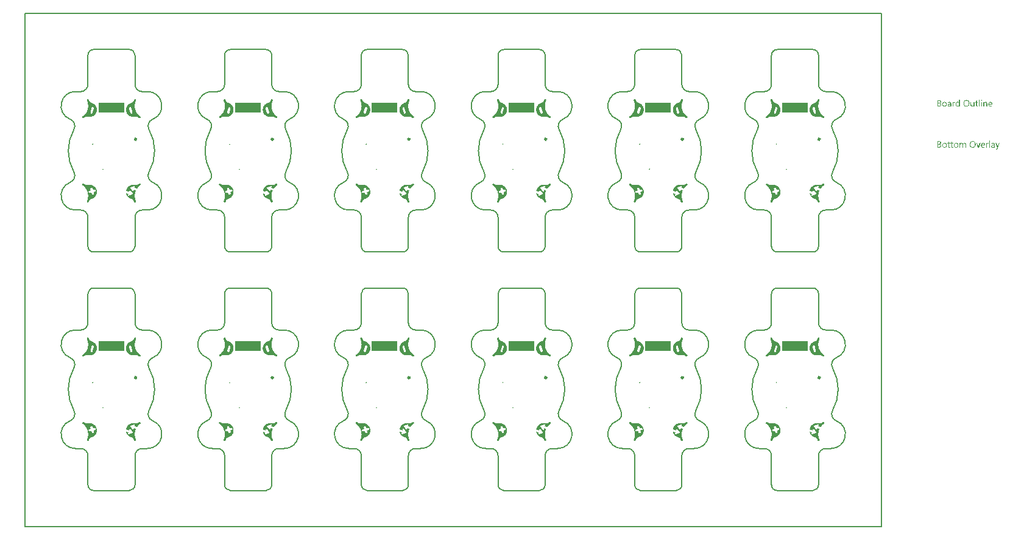
<source format=gbo>
G04*
G04 #@! TF.GenerationSoftware,Altium Limited,Altium Designer,21.8.1 (53)*
G04*
G04 Layer_Color=32896*
%FSAX25Y25*%
%MOIN*%
G70*
G04*
G04 #@! TF.SameCoordinates,042179B3-2A9A-4FBA-AD92-32AF6F9D014F*
G04*
G04*
G04 #@! TF.FilePolarity,Positive*
G04*
G01*
G75*
%ADD16C,0.00787*%
%ADD33C,0.00591*%
%ADD58C,0.01181*%
%ADD59R,0.14469X0.05610*%
%ADD60R,0.14469X0.05610*%
G36*
X0414552Y0214548D02*
X0414615Y0214540D01*
X0414676Y0214524D01*
X0414735Y0214503D01*
X0414791Y0214474D01*
X0414844Y0214440D01*
X0414893Y0214399D01*
X0414936Y0214354D01*
X0414975Y0214304D01*
X0415007Y0214250D01*
X0415034Y0214192D01*
X0415054Y0214132D01*
X0415066Y0214071D01*
X0415072Y0214008D01*
X0415071Y0213945D01*
X0415063Y0213882D01*
X0415048Y0213821D01*
X0415026Y0213762D01*
X0415019Y0213749D01*
X0415020Y0213749D01*
X0415020Y0213749D01*
X0414988Y0213681D01*
X0414898Y0213473D01*
X0414815Y0213263D01*
X0414738Y0213050D01*
X0414669Y0212834D01*
X0414607Y0212617D01*
X0414552Y0212397D01*
X0414504Y0212176D01*
X0414464Y0211953D01*
X0414431Y0211730D01*
X0414405Y0211505D01*
X0414386Y0211279D01*
X0414375Y0211053D01*
X0414371Y0210827D01*
X0414375Y0210600D01*
X0414386Y0210374D01*
X0414405Y0210149D01*
X0414430Y0209924D01*
X0414464Y0209700D01*
X0414504Y0209478D01*
X0414552Y0209256D01*
X0414607Y0209037D01*
X0414669Y0208819D01*
X0414738Y0208604D01*
X0414815Y0208391D01*
X0414898Y0208180D01*
X0414988Y0207973D01*
X0415085Y0207768D01*
X0415188Y0207567D01*
X0415298Y0207369D01*
X0415414Y0207175D01*
X0415537Y0206985D01*
X0415666Y0206799D01*
X0415800Y0206617D01*
X0415941Y0206439D01*
X0416087Y0206267D01*
X0416240Y0206099D01*
X0416397Y0205937D01*
X0416560Y0205779D01*
X0416727Y0205627D01*
X0416900Y0205481D01*
X0417077Y0205340D01*
X0417259Y0205205D01*
X0417324Y0205160D01*
X0417325Y0205160D01*
X0417324Y0205159D01*
X0417337Y0205151D01*
X0417386Y0205111D01*
X0417430Y0205065D01*
X0417468Y0205015D01*
X0417501Y0204960D01*
X0417527Y0204903D01*
X0417547Y0204843D01*
X0417560Y0204781D01*
X0417566Y0204717D01*
X0417565Y0204654D01*
X0417556Y0204591D01*
X0417541Y0204530D01*
X0417519Y0204470D01*
X0417491Y0204414D01*
X0417456Y0204361D01*
X0417416Y0204312D01*
X0417370Y0204268D01*
X0417320Y0204230D01*
X0417265Y0204197D01*
X0417208Y0204170D01*
X0417148Y0204151D01*
X0417086Y0204138D01*
X0417023Y0204132D01*
X0416959Y0204133D01*
X0416896Y0204141D01*
X0416835Y0204156D01*
X0416775Y0204179D01*
X0416719Y0204207D01*
X0416678Y0204234D01*
X0416678Y0204234D01*
X0416678Y0204234D01*
X0416631Y0204266D01*
X0416428Y0204416D01*
X0416229Y0204571D01*
Y0204571D01*
X0416229Y0204571D01*
X0416226Y0204574D01*
X0416226Y0204574D01*
X0416173Y0204616D01*
X0416074Y0204686D01*
X0415972Y0204749D01*
X0415866Y0204806D01*
X0415756Y0204857D01*
X0415644Y0204901D01*
X0415530Y0204938D01*
X0415413Y0204967D01*
X0415295Y0204990D01*
X0415175Y0205006D01*
X0415055Y0205015D01*
X0414934Y0205016D01*
X0414814Y0205010D01*
X0414694Y0204996D01*
X0414576Y0204976D01*
X0414475Y0204952D01*
X0414475Y0204952D01*
X0414342Y0204920D01*
X0414175Y0204887D01*
X0414006Y0204861D01*
X0413836Y0204842D01*
X0413666Y0204831D01*
X0413495Y0204827D01*
X0413325Y0204831D01*
X0413154Y0204842D01*
X0412985Y0204861D01*
X0412816Y0204887D01*
X0412649Y0204920D01*
X0412483Y0204960D01*
X0412319Y0205008D01*
X0412157Y0205063D01*
X0411998Y0205125D01*
X0411842Y0205194D01*
X0411689Y0205269D01*
X0411539Y0205351D01*
X0411393Y0205440D01*
X0411251Y0205535D01*
X0411114Y0205635D01*
X0410981Y0205742D01*
X0410852Y0205855D01*
X0410729Y0205973D01*
X0410611Y0206096D01*
X0410499Y0206224D01*
X0410392Y0206358D01*
X0410291Y0206495D01*
X0410196Y0206637D01*
X0410108Y0206783D01*
X0410025Y0206933D01*
X0409950Y0207086D01*
X0409881Y0207242D01*
X0409819Y0207401D01*
X0409764Y0207563D01*
X0409717Y0207727D01*
X0409676Y0207892D01*
X0409643Y0208060D01*
X0409617Y0208228D01*
X0409598Y0208398D01*
X0409587Y0208568D01*
X0409583Y0208739D01*
X0409587Y0208910D01*
X0409598Y0209080D01*
X0409617Y0209250D01*
X0409643Y0209418D01*
X0409676Y0209586D01*
X0409717Y0209752D01*
X0409764Y0209915D01*
X0409819Y0210077D01*
X0409881Y0210236D01*
X0409950Y0210392D01*
X0410025Y0210545D01*
X0410108Y0210695D01*
X0410196Y0210841D01*
X0410291Y0210983D01*
X0410392Y0211121D01*
X0410499Y0211254D01*
X0410611Y0211382D01*
X0410729Y0211505D01*
X0410852Y0211623D01*
X0410981Y0211736D01*
X0411114Y0211843D01*
X0411251Y0211944D01*
X0411393Y0212038D01*
X0411539Y0212127D01*
X0411689Y0212209D01*
X0411842Y0212284D01*
X0411998Y0212353D01*
X0412157Y0212415D01*
X0412319Y0212470D01*
X0412454Y0212509D01*
X0412454Y0212509D01*
X0412555Y0212540D01*
X0412668Y0212581D01*
X0412778Y0212630D01*
X0412885Y0212684D01*
X0412989Y0212746D01*
X0413089Y0212813D01*
X0413184Y0212887D01*
X0413275Y0212965D01*
X0413362Y0213050D01*
X0413442Y0213139D01*
X0413518Y0213233D01*
X0413587Y0213332D01*
X0413650Y0213434D01*
X0413707Y0213540D01*
X0413758Y0213650D01*
X0413782Y0213711D01*
X0413782Y0213711D01*
X0413784Y0213715D01*
X0413784Y0213715D01*
X0413875Y0213942D01*
X0413976Y0214174D01*
X0414001Y0214224D01*
X0414000Y0214225D01*
Y0214225D01*
X0414001Y0214224D01*
X0414023Y0214268D01*
X0414057Y0214321D01*
X0414098Y0214370D01*
X0414143Y0214413D01*
X0414193Y0214452D01*
X0414247Y0214484D01*
X0414304Y0214510D01*
X0414364Y0214530D01*
X0414426Y0214543D01*
X0414489Y0214549D01*
X0414552Y0214548D01*
D02*
G37*
G36*
X0339744D02*
X0339807Y0214540D01*
X0339868Y0214524D01*
X0339927Y0214503D01*
X0339983Y0214474D01*
X0340036Y0214440D01*
X0340085Y0214399D01*
X0340128Y0214354D01*
X0340167Y0214304D01*
X0340199Y0214250D01*
X0340226Y0214192D01*
X0340245Y0214132D01*
X0340258Y0214071D01*
X0340264Y0214008D01*
X0340263Y0213945D01*
X0340255Y0213882D01*
X0340240Y0213821D01*
X0340218Y0213762D01*
X0340211Y0213749D01*
X0340212Y0213749D01*
X0340212Y0213749D01*
X0340180Y0213681D01*
X0340090Y0213473D01*
X0340006Y0213263D01*
X0339930Y0213050D01*
X0339861Y0212834D01*
X0339799Y0212617D01*
X0339744Y0212397D01*
X0339696Y0212176D01*
X0339656Y0211953D01*
X0339622Y0211730D01*
X0339597Y0211505D01*
X0339578Y0211279D01*
X0339567Y0211053D01*
X0339563Y0210827D01*
X0339567Y0210600D01*
X0339578Y0210374D01*
X0339597Y0210149D01*
X0339622Y0209924D01*
X0339656Y0209700D01*
X0339696Y0209478D01*
X0339744Y0209256D01*
X0339799Y0209037D01*
X0339861Y0208819D01*
X0339930Y0208604D01*
X0340006Y0208391D01*
X0340090Y0208180D01*
X0340180Y0207973D01*
X0340276Y0207768D01*
X0340380Y0207567D01*
X0340490Y0207369D01*
X0340606Y0207175D01*
X0340729Y0206985D01*
X0340858Y0206799D01*
X0340992Y0206617D01*
X0341133Y0206439D01*
X0341279Y0206267D01*
X0341431Y0206099D01*
X0341589Y0205937D01*
X0341751Y0205779D01*
X0341919Y0205627D01*
X0342092Y0205481D01*
X0342269Y0205340D01*
X0342451Y0205205D01*
X0342516Y0205160D01*
X0342517Y0205160D01*
X0342516Y0205159D01*
X0342529Y0205151D01*
X0342578Y0205111D01*
X0342621Y0205065D01*
X0342660Y0205015D01*
X0342693Y0204960D01*
X0342719Y0204903D01*
X0342739Y0204843D01*
X0342752Y0204781D01*
X0342758Y0204717D01*
X0342757Y0204654D01*
X0342748Y0204591D01*
X0342733Y0204530D01*
X0342711Y0204470D01*
X0342683Y0204414D01*
X0342648Y0204361D01*
X0342607Y0204312D01*
X0342562Y0204268D01*
X0342512Y0204230D01*
X0342457Y0204197D01*
X0342400Y0204170D01*
X0342339Y0204151D01*
X0342277Y0204138D01*
X0342214Y0204132D01*
X0342151Y0204133D01*
X0342088Y0204141D01*
X0342027Y0204156D01*
X0341967Y0204179D01*
X0341911Y0204207D01*
X0341869Y0204234D01*
X0341869Y0204234D01*
X0341869Y0204234D01*
X0341823Y0204266D01*
X0341619Y0204416D01*
X0341421Y0204571D01*
Y0204571D01*
X0341421Y0204571D01*
X0341418Y0204574D01*
X0341418Y0204574D01*
X0341365Y0204616D01*
X0341266Y0204686D01*
X0341164Y0204749D01*
X0341058Y0204806D01*
X0340948Y0204857D01*
X0340836Y0204901D01*
X0340722Y0204938D01*
X0340605Y0204967D01*
X0340487Y0204990D01*
X0340367Y0205006D01*
X0340247Y0205015D01*
X0340126Y0205016D01*
X0340006Y0205010D01*
X0339886Y0204996D01*
X0339768Y0204976D01*
X0339667Y0204952D01*
X0339667Y0204952D01*
X0339534Y0204920D01*
X0339367Y0204887D01*
X0339198Y0204861D01*
X0339028Y0204842D01*
X0338858Y0204831D01*
X0338687Y0204827D01*
X0338517Y0204831D01*
X0338346Y0204842D01*
X0338177Y0204861D01*
X0338008Y0204887D01*
X0337841Y0204920D01*
X0337675Y0204960D01*
X0337511Y0205008D01*
X0337349Y0205063D01*
X0337190Y0205125D01*
X0337034Y0205194D01*
X0336881Y0205269D01*
X0336731Y0205351D01*
X0336585Y0205440D01*
X0336443Y0205535D01*
X0336306Y0205635D01*
X0336173Y0205742D01*
X0336044Y0205855D01*
X0335921Y0205973D01*
X0335803Y0206096D01*
X0335690Y0206224D01*
X0335584Y0206358D01*
X0335483Y0206495D01*
X0335388Y0206637D01*
X0335299Y0206783D01*
X0335217Y0206933D01*
X0335142Y0207086D01*
X0335073Y0207242D01*
X0335011Y0207401D01*
X0334956Y0207563D01*
X0334909Y0207727D01*
X0334868Y0207892D01*
X0334835Y0208060D01*
X0334809Y0208228D01*
X0334790Y0208398D01*
X0334779Y0208568D01*
X0334775Y0208739D01*
X0334779Y0208910D01*
X0334790Y0209080D01*
X0334809Y0209250D01*
X0334835Y0209418D01*
X0334868Y0209586D01*
X0334909Y0209752D01*
X0334956Y0209915D01*
X0335011Y0210077D01*
X0335073Y0210236D01*
X0335142Y0210392D01*
X0335217Y0210545D01*
X0335299Y0210695D01*
X0335388Y0210841D01*
X0335483Y0210983D01*
X0335584Y0211121D01*
X0335690Y0211254D01*
X0335803Y0211382D01*
X0335921Y0211505D01*
X0336044Y0211623D01*
X0336173Y0211736D01*
X0336306Y0211843D01*
X0336443Y0211944D01*
X0336585Y0212038D01*
X0336731Y0212127D01*
X0336881Y0212209D01*
X0337034Y0212284D01*
X0337190Y0212353D01*
X0337349Y0212415D01*
X0337511Y0212470D01*
X0337646Y0212509D01*
X0337646Y0212509D01*
X0337747Y0212540D01*
X0337860Y0212581D01*
X0337970Y0212630D01*
X0338077Y0212684D01*
X0338181Y0212746D01*
X0338281Y0212813D01*
X0338376Y0212887D01*
X0338467Y0212965D01*
X0338553Y0213050D01*
X0338634Y0213139D01*
X0338709Y0213233D01*
X0338779Y0213332D01*
X0338842Y0213434D01*
X0338899Y0213540D01*
X0338950Y0213650D01*
X0338974Y0213711D01*
X0338974Y0213711D01*
X0338976Y0213715D01*
X0338976Y0213715D01*
X0339067Y0213942D01*
X0339169Y0214174D01*
X0339193Y0214224D01*
X0339192Y0214225D01*
Y0214225D01*
X0339193Y0214224D01*
X0339215Y0214268D01*
X0339249Y0214321D01*
X0339290Y0214370D01*
X0339335Y0214413D01*
X0339385Y0214452D01*
X0339439Y0214484D01*
X0339496Y0214510D01*
X0339556Y0214530D01*
X0339618Y0214543D01*
X0339681Y0214549D01*
X0339744Y0214548D01*
D02*
G37*
G36*
X0264936D02*
X0264999Y0214540D01*
X0265060Y0214524D01*
X0265119Y0214503D01*
X0265175Y0214474D01*
X0265228Y0214440D01*
X0265277Y0214399D01*
X0265320Y0214354D01*
X0265359Y0214304D01*
X0265391Y0214250D01*
X0265418Y0214192D01*
X0265437Y0214132D01*
X0265450Y0214071D01*
X0265456Y0214008D01*
X0265455Y0213945D01*
X0265447Y0213882D01*
X0265431Y0213821D01*
X0265409Y0213762D01*
X0265403Y0213749D01*
X0265404Y0213749D01*
X0265404Y0213749D01*
X0265372Y0213681D01*
X0265282Y0213473D01*
X0265198Y0213263D01*
X0265122Y0213050D01*
X0265053Y0212834D01*
X0264991Y0212617D01*
X0264936Y0212397D01*
X0264888Y0212176D01*
X0264847Y0211953D01*
X0264814Y0211730D01*
X0264788Y0211505D01*
X0264770Y0211279D01*
X0264759Y0211053D01*
X0264755Y0210827D01*
X0264759Y0210600D01*
X0264770Y0210374D01*
X0264788Y0210149D01*
X0264814Y0209924D01*
X0264847Y0209700D01*
X0264888Y0209478D01*
X0264936Y0209256D01*
X0264991Y0209037D01*
X0265053Y0208819D01*
X0265122Y0208604D01*
X0265198Y0208391D01*
X0265282Y0208180D01*
X0265372Y0207973D01*
X0265468Y0207768D01*
X0265572Y0207567D01*
X0265682Y0207369D01*
X0265798Y0207175D01*
X0265921Y0206985D01*
X0266049Y0206799D01*
X0266184Y0206617D01*
X0266325Y0206439D01*
X0266471Y0206267D01*
X0266623Y0206099D01*
X0266781Y0205937D01*
X0266943Y0205779D01*
X0267111Y0205627D01*
X0267284Y0205481D01*
X0267461Y0205340D01*
X0267643Y0205205D01*
X0267708Y0205160D01*
X0267709Y0205160D01*
X0267708Y0205159D01*
X0267721Y0205151D01*
X0267770Y0205111D01*
X0267813Y0205065D01*
X0267852Y0205015D01*
X0267885Y0204960D01*
X0267911Y0204903D01*
X0267931Y0204843D01*
X0267944Y0204781D01*
X0267950Y0204717D01*
X0267949Y0204654D01*
X0267940Y0204591D01*
X0267925Y0204530D01*
X0267903Y0204470D01*
X0267874Y0204414D01*
X0267840Y0204361D01*
X0267799Y0204312D01*
X0267754Y0204268D01*
X0267703Y0204230D01*
X0267649Y0204197D01*
X0267592Y0204170D01*
X0267531Y0204151D01*
X0267469Y0204138D01*
X0267406Y0204132D01*
X0267343Y0204133D01*
X0267280Y0204141D01*
X0267219Y0204156D01*
X0267159Y0204179D01*
X0267103Y0204207D01*
X0267061Y0204234D01*
X0267061Y0204234D01*
X0267061Y0204234D01*
X0267015Y0204266D01*
X0266811Y0204416D01*
X0266613Y0204571D01*
Y0204571D01*
X0266613Y0204571D01*
X0266610Y0204574D01*
X0266610Y0204574D01*
X0266557Y0204616D01*
X0266458Y0204686D01*
X0266356Y0204749D01*
X0266250Y0204806D01*
X0266140Y0204857D01*
X0266028Y0204901D01*
X0265913Y0204938D01*
X0265797Y0204967D01*
X0265679Y0204990D01*
X0265559Y0205006D01*
X0265439Y0205015D01*
X0265318Y0205016D01*
X0265198Y0205010D01*
X0265078Y0204996D01*
X0264960Y0204976D01*
X0264859Y0204952D01*
X0264859Y0204952D01*
X0264726Y0204920D01*
X0264558Y0204887D01*
X0264390Y0204861D01*
X0264220Y0204842D01*
X0264050Y0204831D01*
X0263879Y0204827D01*
X0263708Y0204831D01*
X0263538Y0204842D01*
X0263369Y0204861D01*
X0263200Y0204887D01*
X0263033Y0204920D01*
X0262867Y0204960D01*
X0262703Y0205008D01*
X0262541Y0205063D01*
X0262382Y0205125D01*
X0262226Y0205194D01*
X0262073Y0205269D01*
X0261923Y0205351D01*
X0261777Y0205440D01*
X0261635Y0205535D01*
X0261498Y0205635D01*
X0261365Y0205742D01*
X0261236Y0205855D01*
X0261113Y0205973D01*
X0260995Y0206096D01*
X0260882Y0206224D01*
X0260776Y0206358D01*
X0260675Y0206495D01*
X0260580Y0206637D01*
X0260491Y0206783D01*
X0260409Y0206933D01*
X0260334Y0207086D01*
X0260265Y0207242D01*
X0260203Y0207401D01*
X0260148Y0207563D01*
X0260101Y0207727D01*
X0260060Y0207892D01*
X0260027Y0208060D01*
X0260001Y0208228D01*
X0259982Y0208398D01*
X0259971Y0208568D01*
X0259967Y0208739D01*
X0259971Y0208910D01*
X0259982Y0209080D01*
X0260001Y0209250D01*
X0260027Y0209418D01*
X0260060Y0209586D01*
X0260101Y0209752D01*
X0260148Y0209915D01*
X0260203Y0210077D01*
X0260265Y0210236D01*
X0260334Y0210392D01*
X0260409Y0210545D01*
X0260491Y0210695D01*
X0260580Y0210841D01*
X0260675Y0210983D01*
X0260776Y0211121D01*
X0260882Y0211254D01*
X0260995Y0211382D01*
X0261113Y0211505D01*
X0261236Y0211623D01*
X0261365Y0211736D01*
X0261498Y0211843D01*
X0261635Y0211944D01*
X0261777Y0212038D01*
X0261923Y0212127D01*
X0262073Y0212209D01*
X0262226Y0212284D01*
X0262382Y0212353D01*
X0262541Y0212415D01*
X0262703Y0212470D01*
X0262838Y0212509D01*
X0262838Y0212509D01*
X0262938Y0212540D01*
X0263052Y0212581D01*
X0263162Y0212630D01*
X0263269Y0212684D01*
X0263373Y0212746D01*
X0263473Y0212813D01*
X0263568Y0212887D01*
X0263659Y0212965D01*
X0263745Y0213050D01*
X0263826Y0213139D01*
X0263901Y0213233D01*
X0263971Y0213332D01*
X0264034Y0213434D01*
X0264091Y0213540D01*
X0264142Y0213650D01*
X0264166Y0213711D01*
X0264166Y0213711D01*
X0264167Y0213715D01*
X0264167Y0213715D01*
X0264259Y0213942D01*
X0264360Y0214174D01*
X0264385Y0214224D01*
X0264384Y0214225D01*
Y0214225D01*
X0264385Y0214224D01*
X0264407Y0214268D01*
X0264441Y0214321D01*
X0264481Y0214370D01*
X0264527Y0214413D01*
X0264577Y0214452D01*
X0264631Y0214484D01*
X0264688Y0214510D01*
X0264748Y0214530D01*
X0264810Y0214543D01*
X0264873Y0214549D01*
X0264936Y0214548D01*
D02*
G37*
G36*
X0190128D02*
X0190190Y0214540D01*
X0190252Y0214524D01*
X0190311Y0214503D01*
X0190367Y0214474D01*
X0190420Y0214440D01*
X0190469Y0214399D01*
X0190512Y0214354D01*
X0190551Y0214304D01*
X0190583Y0214250D01*
X0190610Y0214192D01*
X0190629Y0214132D01*
X0190642Y0214071D01*
X0190648Y0214008D01*
X0190647Y0213945D01*
X0190639Y0213882D01*
X0190623Y0213821D01*
X0190602Y0213762D01*
X0190595Y0213749D01*
X0190596Y0213749D01*
X0190595Y0213749D01*
X0190563Y0213681D01*
X0190473Y0213473D01*
X0190390Y0213263D01*
X0190314Y0213050D01*
X0190245Y0212834D01*
X0190183Y0212617D01*
X0190128Y0212397D01*
X0190080Y0212176D01*
X0190039Y0211953D01*
X0190006Y0211730D01*
X0189980Y0211505D01*
X0189962Y0211279D01*
X0189951Y0211053D01*
X0189947Y0210827D01*
X0189951Y0210600D01*
X0189962Y0210374D01*
X0189980Y0210149D01*
X0190006Y0209924D01*
X0190039Y0209700D01*
X0190080Y0209478D01*
X0190128Y0209256D01*
X0190183Y0209037D01*
X0190245Y0208819D01*
X0190314Y0208604D01*
X0190390Y0208391D01*
X0190473Y0208180D01*
X0190563Y0207973D01*
X0190660Y0207768D01*
X0190764Y0207567D01*
X0190874Y0207369D01*
X0190990Y0207175D01*
X0191112Y0206985D01*
X0191241Y0206799D01*
X0191376Y0206617D01*
X0191517Y0206439D01*
X0191663Y0206267D01*
X0191815Y0206099D01*
X0191973Y0205937D01*
X0192135Y0205779D01*
X0192303Y0205627D01*
X0192475Y0205481D01*
X0192653Y0205340D01*
X0192834Y0205205D01*
X0192900Y0205160D01*
X0192901Y0205160D01*
X0192900Y0205159D01*
X0192913Y0205151D01*
X0192961Y0205111D01*
X0193005Y0205065D01*
X0193044Y0205015D01*
X0193077Y0204960D01*
X0193103Y0204903D01*
X0193123Y0204843D01*
X0193136Y0204781D01*
X0193142Y0204717D01*
X0193140Y0204654D01*
X0193132Y0204591D01*
X0193117Y0204530D01*
X0193095Y0204470D01*
X0193066Y0204414D01*
X0193032Y0204361D01*
X0192991Y0204312D01*
X0192946Y0204268D01*
X0192895Y0204230D01*
X0192841Y0204197D01*
X0192783Y0204170D01*
X0192723Y0204151D01*
X0192661Y0204138D01*
X0192598Y0204132D01*
X0192535Y0204133D01*
X0192472Y0204141D01*
X0192411Y0204156D01*
X0192351Y0204179D01*
X0192295Y0204207D01*
X0192253Y0204234D01*
X0192253Y0204234D01*
X0192253Y0204234D01*
X0192207Y0204266D01*
X0192003Y0204416D01*
X0191805Y0204571D01*
Y0204571D01*
X0191805Y0204571D01*
X0191802Y0204574D01*
X0191802Y0204574D01*
X0191749Y0204616D01*
X0191650Y0204686D01*
X0191548Y0204749D01*
X0191442Y0204806D01*
X0191332Y0204857D01*
X0191220Y0204901D01*
X0191105Y0204938D01*
X0190989Y0204967D01*
X0190870Y0204990D01*
X0190751Y0205006D01*
X0190631Y0205015D01*
X0190510Y0205016D01*
X0190390Y0205010D01*
X0190270Y0204996D01*
X0190152Y0204976D01*
X0190051Y0204952D01*
X0190051Y0204952D01*
X0189918Y0204920D01*
X0189750Y0204887D01*
X0189582Y0204861D01*
X0189412Y0204842D01*
X0189242Y0204831D01*
X0189071Y0204827D01*
X0188900Y0204831D01*
X0188730Y0204842D01*
X0188560Y0204861D01*
X0188392Y0204887D01*
X0188224Y0204920D01*
X0188059Y0204960D01*
X0187895Y0205008D01*
X0187733Y0205063D01*
X0187574Y0205125D01*
X0187418Y0205194D01*
X0187265Y0205269D01*
X0187115Y0205351D01*
X0186969Y0205440D01*
X0186827Y0205535D01*
X0186690Y0205635D01*
X0186556Y0205742D01*
X0186428Y0205855D01*
X0186305Y0205973D01*
X0186187Y0206096D01*
X0186074Y0206224D01*
X0185968Y0206358D01*
X0185867Y0206495D01*
X0185772Y0206637D01*
X0185683Y0206783D01*
X0185601Y0206933D01*
X0185526Y0207086D01*
X0185457Y0207242D01*
X0185395Y0207401D01*
X0185340Y0207563D01*
X0185292Y0207727D01*
X0185252Y0207892D01*
X0185219Y0208060D01*
X0185193Y0208228D01*
X0185174Y0208398D01*
X0185163Y0208568D01*
X0185159Y0208739D01*
X0185163Y0208910D01*
X0185174Y0209080D01*
X0185193Y0209250D01*
X0185219Y0209418D01*
X0185252Y0209586D01*
X0185292Y0209752D01*
X0185340Y0209915D01*
X0185395Y0210077D01*
X0185457Y0210236D01*
X0185526Y0210392D01*
X0185601Y0210545D01*
X0185683Y0210695D01*
X0185772Y0210841D01*
X0185867Y0210983D01*
X0185968Y0211121D01*
X0186074Y0211254D01*
X0186187Y0211382D01*
X0186305Y0211505D01*
X0186428Y0211623D01*
X0186556Y0211736D01*
X0186690Y0211843D01*
X0186827Y0211944D01*
X0186969Y0212038D01*
X0187115Y0212127D01*
X0187265Y0212209D01*
X0187418Y0212284D01*
X0187574Y0212353D01*
X0187733Y0212415D01*
X0187895Y0212470D01*
X0188030Y0212509D01*
X0188030Y0212509D01*
X0188130Y0212540D01*
X0188244Y0212581D01*
X0188354Y0212630D01*
X0188461Y0212684D01*
X0188565Y0212746D01*
X0188665Y0212813D01*
X0188760Y0212887D01*
X0188851Y0212965D01*
X0188937Y0213050D01*
X0189018Y0213139D01*
X0189093Y0213233D01*
X0189163Y0213332D01*
X0189226Y0213434D01*
X0189283Y0213540D01*
X0189334Y0213650D01*
X0189358Y0213711D01*
X0189358Y0213711D01*
X0189359Y0213715D01*
X0189359Y0213715D01*
X0189451Y0213942D01*
X0189552Y0214174D01*
X0189576Y0214224D01*
X0189576Y0214225D01*
Y0214225D01*
X0189576Y0214224D01*
X0189599Y0214268D01*
X0189633Y0214321D01*
X0189673Y0214370D01*
X0189719Y0214413D01*
X0189769Y0214452D01*
X0189823Y0214484D01*
X0189880Y0214510D01*
X0189940Y0214530D01*
X0190002Y0214543D01*
X0190065Y0214549D01*
X0190128Y0214548D01*
D02*
G37*
G36*
X0115320D02*
X0115382Y0214540D01*
X0115444Y0214524D01*
X0115503Y0214503D01*
X0115559Y0214474D01*
X0115612Y0214440D01*
X0115660Y0214399D01*
X0115704Y0214354D01*
X0115743Y0214304D01*
X0115775Y0214250D01*
X0115801Y0214192D01*
X0115821Y0214132D01*
X0115834Y0214071D01*
X0115840Y0214008D01*
X0115839Y0213945D01*
X0115831Y0213882D01*
X0115815Y0213821D01*
X0115793Y0213762D01*
X0115787Y0213749D01*
X0115788Y0213749D01*
X0115787Y0213749D01*
X0115755Y0213681D01*
X0115665Y0213473D01*
X0115582Y0213263D01*
X0115506Y0213050D01*
X0115437Y0212834D01*
X0115375Y0212617D01*
X0115320Y0212397D01*
X0115272Y0212176D01*
X0115231Y0211953D01*
X0115198Y0211730D01*
X0115172Y0211505D01*
X0115154Y0211279D01*
X0115143Y0211053D01*
X0115139Y0210827D01*
X0115143Y0210600D01*
X0115154Y0210374D01*
X0115172Y0210149D01*
X0115198Y0209924D01*
X0115231Y0209700D01*
X0115272Y0209478D01*
X0115320Y0209256D01*
X0115375Y0209037D01*
X0115437Y0208819D01*
X0115506Y0208604D01*
X0115582Y0208391D01*
X0115665Y0208180D01*
X0115755Y0207973D01*
X0115852Y0207768D01*
X0115956Y0207567D01*
X0116066Y0207369D01*
X0116182Y0207175D01*
X0116305Y0206985D01*
X0116433Y0206799D01*
X0116568Y0206617D01*
X0116709Y0206439D01*
X0116855Y0206267D01*
X0117007Y0206099D01*
X0117165Y0205937D01*
X0117327Y0205779D01*
X0117495Y0205627D01*
X0117667Y0205481D01*
X0117845Y0205340D01*
X0118026Y0205205D01*
X0118092Y0205160D01*
X0118093Y0205160D01*
X0118092Y0205159D01*
X0118105Y0205151D01*
X0118153Y0205111D01*
X0118197Y0205065D01*
X0118236Y0205015D01*
X0118269Y0204960D01*
X0118295Y0204903D01*
X0118315Y0204843D01*
X0118328Y0204781D01*
X0118334Y0204717D01*
X0118332Y0204654D01*
X0118324Y0204591D01*
X0118309Y0204530D01*
X0118287Y0204470D01*
X0118258Y0204414D01*
X0118224Y0204361D01*
X0118183Y0204312D01*
X0118138Y0204268D01*
X0118087Y0204230D01*
X0118033Y0204197D01*
X0117975Y0204170D01*
X0117915Y0204151D01*
X0117853Y0204138D01*
X0117790Y0204132D01*
X0117727Y0204133D01*
X0117664Y0204141D01*
X0117603Y0204156D01*
X0117543Y0204179D01*
X0117487Y0204207D01*
X0117445Y0204234D01*
X0117445Y0204234D01*
X0117445Y0204234D01*
X0117399Y0204266D01*
X0117195Y0204416D01*
X0116997Y0204571D01*
Y0204571D01*
X0116997Y0204571D01*
X0116994Y0204574D01*
X0116993Y0204574D01*
X0116940Y0204616D01*
X0116842Y0204686D01*
X0116740Y0204749D01*
X0116633Y0204806D01*
X0116524Y0204857D01*
X0116412Y0204901D01*
X0116297Y0204938D01*
X0116181Y0204967D01*
X0116062Y0204990D01*
X0115943Y0205006D01*
X0115823Y0205015D01*
X0115702Y0205016D01*
X0115582Y0205010D01*
X0115462Y0204996D01*
X0115343Y0204976D01*
X0115243Y0204952D01*
X0115243Y0204952D01*
X0115110Y0204920D01*
X0114942Y0204887D01*
X0114774Y0204861D01*
X0114604Y0204842D01*
X0114434Y0204831D01*
X0114263Y0204827D01*
X0114092Y0204831D01*
X0113922Y0204842D01*
X0113752Y0204861D01*
X0113584Y0204887D01*
X0113416Y0204920D01*
X0113251Y0204960D01*
X0113087Y0205008D01*
X0112925Y0205063D01*
X0112766Y0205125D01*
X0112610Y0205194D01*
X0112457Y0205269D01*
X0112307Y0205351D01*
X0112161Y0205440D01*
X0112019Y0205535D01*
X0111881Y0205635D01*
X0111749Y0205742D01*
X0111620Y0205855D01*
X0111497Y0205973D01*
X0111379Y0206096D01*
X0111266Y0206224D01*
X0111159Y0206358D01*
X0111058Y0206495D01*
X0110964Y0206637D01*
X0110875Y0206783D01*
X0110793Y0206933D01*
X0110718Y0207086D01*
X0110649Y0207242D01*
X0110587Y0207401D01*
X0110532Y0207563D01*
X0110484Y0207727D01*
X0110444Y0207892D01*
X0110410Y0208060D01*
X0110385Y0208228D01*
X0110366Y0208398D01*
X0110355Y0208568D01*
X0110351Y0208739D01*
X0110355Y0208910D01*
X0110366Y0209080D01*
X0110385Y0209250D01*
X0110410Y0209418D01*
X0110444Y0209586D01*
X0110484Y0209752D01*
X0110532Y0209915D01*
X0110587Y0210077D01*
X0110649Y0210236D01*
X0110718Y0210392D01*
X0110793Y0210545D01*
X0110875Y0210695D01*
X0110964Y0210841D01*
X0111058Y0210983D01*
X0111159Y0211121D01*
X0111266Y0211254D01*
X0111379Y0211382D01*
X0111497Y0211505D01*
X0111620Y0211623D01*
X0111748Y0211736D01*
X0111882Y0211843D01*
X0112019Y0211944D01*
X0112161Y0212038D01*
X0112307Y0212127D01*
X0112457Y0212209D01*
X0112610Y0212284D01*
X0112766Y0212353D01*
X0112925Y0212415D01*
X0113087Y0212470D01*
X0113222Y0212509D01*
X0113222Y0212509D01*
X0113322Y0212540D01*
X0113435Y0212581D01*
X0113546Y0212630D01*
X0113653Y0212684D01*
X0113757Y0212746D01*
X0113857Y0212813D01*
X0113952Y0212887D01*
X0114043Y0212965D01*
X0114129Y0213050D01*
X0114210Y0213139D01*
X0114285Y0213233D01*
X0114355Y0213332D01*
X0114418Y0213434D01*
X0114475Y0213540D01*
X0114526Y0213650D01*
X0114550Y0213711D01*
X0114550Y0213711D01*
X0114551Y0213715D01*
X0114551Y0213715D01*
X0114643Y0213942D01*
X0114744Y0214174D01*
X0114768Y0214224D01*
X0114768Y0214225D01*
Y0214225D01*
X0114768Y0214224D01*
X0114791Y0214268D01*
X0114825Y0214321D01*
X0114865Y0214370D01*
X0114911Y0214413D01*
X0114961Y0214452D01*
X0115015Y0214484D01*
X0115072Y0214510D01*
X0115132Y0214530D01*
X0115194Y0214543D01*
X0115257Y0214549D01*
X0115320Y0214548D01*
D02*
G37*
G36*
X0040512D02*
X0040574Y0214540D01*
X0040635Y0214524D01*
X0040695Y0214503D01*
X0040751Y0214474D01*
X0040804Y0214440D01*
X0040852Y0214399D01*
X0040896Y0214354D01*
X0040935Y0214304D01*
X0040967Y0214250D01*
X0040993Y0214192D01*
X0041013Y0214132D01*
X0041026Y0214071D01*
X0041032Y0214008D01*
X0041031Y0213945D01*
X0041022Y0213882D01*
X0041007Y0213821D01*
X0040985Y0213762D01*
X0040979Y0213749D01*
X0040979Y0213749D01*
X0040979Y0213749D01*
X0040947Y0213681D01*
X0040857Y0213473D01*
X0040774Y0213263D01*
X0040698Y0213050D01*
X0040629Y0212834D01*
X0040567Y0212617D01*
X0040512Y0212397D01*
X0040464Y0212176D01*
X0040423Y0211953D01*
X0040390Y0211730D01*
X0040364Y0211505D01*
X0040346Y0211279D01*
X0040335Y0211053D01*
X0040331Y0210827D01*
X0040335Y0210600D01*
X0040346Y0210374D01*
X0040364Y0210149D01*
X0040390Y0209924D01*
X0040423Y0209700D01*
X0040464Y0209478D01*
X0040512Y0209256D01*
X0040567Y0209037D01*
X0040629Y0208819D01*
X0040698Y0208604D01*
X0040774Y0208391D01*
X0040857Y0208180D01*
X0040947Y0207973D01*
X0041044Y0207768D01*
X0041148Y0207567D01*
X0041257Y0207369D01*
X0041374Y0207175D01*
X0041496Y0206985D01*
X0041625Y0206799D01*
X0041760Y0206617D01*
X0041901Y0206439D01*
X0042047Y0206267D01*
X0042199Y0206099D01*
X0042356Y0205937D01*
X0042519Y0205779D01*
X0042687Y0205627D01*
X0042859Y0205481D01*
X0043037Y0205340D01*
X0043218Y0205205D01*
X0043284Y0205160D01*
X0043284Y0205160D01*
X0043284Y0205159D01*
X0043296Y0205151D01*
X0043345Y0205111D01*
X0043389Y0205065D01*
X0043428Y0205015D01*
X0043460Y0204960D01*
X0043487Y0204903D01*
X0043507Y0204843D01*
X0043520Y0204781D01*
X0043525Y0204717D01*
X0043524Y0204654D01*
X0043516Y0204591D01*
X0043501Y0204530D01*
X0043479Y0204470D01*
X0043450Y0204414D01*
X0043415Y0204361D01*
X0043375Y0204312D01*
X0043330Y0204268D01*
X0043279Y0204230D01*
X0043225Y0204197D01*
X0043167Y0204170D01*
X0043107Y0204151D01*
X0043045Y0204138D01*
X0042982Y0204132D01*
X0042919Y0204133D01*
X0042856Y0204141D01*
X0042794Y0204156D01*
X0042735Y0204179D01*
X0042678Y0204207D01*
X0042637Y0204234D01*
X0042637Y0204234D01*
X0042637Y0204234D01*
X0042591Y0204266D01*
X0042387Y0204416D01*
X0042189Y0204571D01*
Y0204571D01*
X0042189Y0204571D01*
X0042186Y0204574D01*
X0042185Y0204574D01*
X0042132Y0204616D01*
X0042034Y0204686D01*
X0041932Y0204749D01*
X0041825Y0204806D01*
X0041716Y0204857D01*
X0041604Y0204901D01*
X0041489Y0204938D01*
X0041372Y0204967D01*
X0041254Y0204990D01*
X0041135Y0205006D01*
X0041015Y0205015D01*
X0040894Y0205016D01*
X0040774Y0205010D01*
X0040654Y0204996D01*
X0040535Y0204976D01*
X0040435Y0204952D01*
X0040435Y0204952D01*
X0040302Y0204920D01*
X0040134Y0204887D01*
X0039966Y0204861D01*
X0039796Y0204842D01*
X0039625Y0204831D01*
X0039455Y0204827D01*
X0039284Y0204831D01*
X0039114Y0204842D01*
X0038944Y0204861D01*
X0038776Y0204887D01*
X0038608Y0204920D01*
X0038442Y0204960D01*
X0038279Y0205008D01*
X0038117Y0205063D01*
X0037958Y0205125D01*
X0037802Y0205194D01*
X0037649Y0205269D01*
X0037499Y0205351D01*
X0037353Y0205440D01*
X0037211Y0205535D01*
X0037073Y0205635D01*
X0036940Y0205742D01*
X0036812Y0205855D01*
X0036689Y0205973D01*
X0036571Y0206096D01*
X0036458Y0206224D01*
X0036351Y0206358D01*
X0036250Y0206495D01*
X0036156Y0206637D01*
X0036067Y0206783D01*
X0035985Y0206933D01*
X0035910Y0207086D01*
X0035841Y0207242D01*
X0035779Y0207401D01*
X0035724Y0207563D01*
X0035676Y0207727D01*
X0035636Y0207892D01*
X0035602Y0208060D01*
X0035576Y0208228D01*
X0035558Y0208398D01*
X0035547Y0208568D01*
X0035543Y0208739D01*
X0035547Y0208910D01*
X0035558Y0209080D01*
X0035576Y0209250D01*
X0035602Y0209418D01*
X0035636Y0209586D01*
X0035676Y0209752D01*
X0035724Y0209915D01*
X0035779Y0210077D01*
X0035841Y0210236D01*
X0035910Y0210392D01*
X0035985Y0210545D01*
X0036067Y0210695D01*
X0036156Y0210841D01*
X0036250Y0210983D01*
X0036351Y0211121D01*
X0036458Y0211254D01*
X0036571Y0211382D01*
X0036689Y0211505D01*
X0036812Y0211623D01*
X0036940Y0211736D01*
X0037073Y0211843D01*
X0037211Y0211944D01*
X0037353Y0212038D01*
X0037499Y0212127D01*
X0037649Y0212209D01*
X0037802Y0212284D01*
X0037958Y0212353D01*
X0038117Y0212415D01*
X0038279Y0212470D01*
X0038414Y0212509D01*
X0038414Y0212509D01*
X0038514Y0212540D01*
X0038627Y0212581D01*
X0038738Y0212630D01*
X0038845Y0212684D01*
X0038949Y0212746D01*
X0039048Y0212813D01*
X0039144Y0212887D01*
X0039235Y0212965D01*
X0039321Y0213050D01*
X0039402Y0213139D01*
X0039477Y0213233D01*
X0039547Y0213332D01*
X0039610Y0213434D01*
X0039667Y0213540D01*
X0039718Y0213650D01*
X0039742Y0213711D01*
X0039742Y0213711D01*
X0039743Y0213715D01*
X0039743Y0213715D01*
X0039834Y0213942D01*
X0039936Y0214174D01*
X0039960Y0214224D01*
X0039960Y0214225D01*
Y0214225D01*
X0039960Y0214224D01*
X0039983Y0214268D01*
X0040017Y0214321D01*
X0040057Y0214370D01*
X0040103Y0214413D01*
X0040153Y0214452D01*
X0040207Y0214484D01*
X0040264Y0214510D01*
X0040324Y0214530D01*
X0040386Y0214543D01*
X0040449Y0214549D01*
X0040512Y0214548D01*
D02*
G37*
G36*
X0503737Y0214153D02*
X0503761D01*
X0503817Y0214128D01*
X0503848Y0214110D01*
X0503879Y0214085D01*
X0503885Y0214079D01*
X0503891Y0214073D01*
X0503922Y0214036D01*
X0503947Y0213974D01*
X0503953Y0213937D01*
X0503960Y0213899D01*
Y0213893D01*
Y0213881D01*
X0503953Y0213862D01*
X0503947Y0213838D01*
X0503929Y0213776D01*
X0503904Y0213745D01*
X0503879Y0213714D01*
X0503873D01*
X0503867Y0213701D01*
X0503829Y0213677D01*
X0503774Y0213652D01*
X0503737Y0213646D01*
X0503699Y0213639D01*
X0503681D01*
X0503662Y0213646D01*
X0503638D01*
X0503576Y0213670D01*
X0503545Y0213683D01*
X0503514Y0213708D01*
Y0213714D01*
X0503501Y0213720D01*
X0503489Y0213738D01*
X0503477Y0213757D01*
X0503452Y0213819D01*
X0503446Y0213856D01*
X0503440Y0213899D01*
Y0213906D01*
Y0213918D01*
X0503446Y0213937D01*
X0503452Y0213968D01*
X0503471Y0214023D01*
X0503489Y0214054D01*
X0503514Y0214085D01*
X0503520Y0214091D01*
X0503526Y0214098D01*
X0503563Y0214122D01*
X0503625Y0214147D01*
X0503662Y0214159D01*
X0503718D01*
X0503737Y0214153D01*
D02*
G37*
G36*
X0491747Y0210489D02*
X0491344D01*
Y0210910D01*
X0491332D01*
Y0210904D01*
X0491320Y0210891D01*
X0491301Y0210866D01*
X0491282Y0210835D01*
X0491251Y0210798D01*
X0491214Y0210761D01*
X0491171Y0210718D01*
X0491121Y0210675D01*
X0491066Y0210625D01*
X0490998Y0210582D01*
X0490930Y0210544D01*
X0490849Y0210507D01*
X0490769Y0210476D01*
X0490676Y0210452D01*
X0490577Y0210439D01*
X0490472Y0210433D01*
X0490428D01*
X0490391Y0210439D01*
X0490354Y0210445D01*
X0490304Y0210452D01*
X0490199Y0210476D01*
X0490075Y0210513D01*
X0489952Y0210576D01*
X0489883Y0210613D01*
X0489828Y0210656D01*
X0489766Y0210712D01*
X0489710Y0210767D01*
Y0210773D01*
X0489698Y0210786D01*
X0489685Y0210805D01*
X0489667Y0210829D01*
X0489648Y0210860D01*
X0489623Y0210904D01*
X0489599Y0210953D01*
X0489574Y0211009D01*
X0489543Y0211071D01*
X0489518Y0211139D01*
X0489494Y0211213D01*
X0489475Y0211294D01*
X0489456Y0211380D01*
X0489444Y0211479D01*
X0489438Y0211578D01*
X0489432Y0211684D01*
Y0211690D01*
Y0211708D01*
Y0211745D01*
X0489438Y0211789D01*
X0489444Y0211838D01*
X0489450Y0211900D01*
X0489456Y0211968D01*
X0489469Y0212042D01*
X0489506Y0212203D01*
X0489562Y0212371D01*
X0489599Y0212451D01*
X0489642Y0212531D01*
X0489685Y0212606D01*
X0489741Y0212680D01*
X0489747Y0212686D01*
X0489753Y0212699D01*
X0489772Y0212717D01*
X0489797Y0212742D01*
X0489828Y0212767D01*
X0489871Y0212798D01*
X0489914Y0212835D01*
X0489964Y0212872D01*
X0490088Y0212940D01*
X0490230Y0213002D01*
X0490310Y0213020D01*
X0490397Y0213039D01*
X0490484Y0213052D01*
X0490583Y0213058D01*
X0490632D01*
X0490670Y0213052D01*
X0490707Y0213045D01*
X0490756Y0213039D01*
X0490868Y0213008D01*
X0490991Y0212959D01*
X0491053Y0212928D01*
X0491115Y0212884D01*
X0491177Y0212841D01*
X0491233Y0212785D01*
X0491282Y0212723D01*
X0491332Y0212649D01*
X0491344D01*
Y0214209D01*
X0491747D01*
Y0210489D01*
D02*
G37*
G36*
X0506015Y0213052D02*
X0506089Y0213045D01*
X0506182Y0213027D01*
X0506281Y0212996D01*
X0506386Y0212946D01*
X0506491Y0212878D01*
X0506534Y0212841D01*
X0506578Y0212791D01*
X0506590Y0212779D01*
X0506615Y0212742D01*
X0506646Y0212680D01*
X0506689Y0212593D01*
X0506726Y0212488D01*
X0506764Y0212358D01*
X0506788Y0212203D01*
X0506795Y0212024D01*
Y0210489D01*
X0506392D01*
Y0211919D01*
Y0211925D01*
Y0211956D01*
X0506386Y0211993D01*
Y0212042D01*
X0506374Y0212104D01*
X0506361Y0212173D01*
X0506343Y0212247D01*
X0506318Y0212321D01*
X0506287Y0212395D01*
X0506250Y0212463D01*
X0506200Y0212531D01*
X0506145Y0212593D01*
X0506083Y0212643D01*
X0506002Y0212680D01*
X0505915Y0212711D01*
X0505810Y0212717D01*
X0505798D01*
X0505761Y0212711D01*
X0505705Y0212705D01*
X0505637Y0212686D01*
X0505556Y0212662D01*
X0505470Y0212618D01*
X0505389Y0212562D01*
X0505309Y0212488D01*
X0505303Y0212476D01*
X0505278Y0212451D01*
X0505247Y0212402D01*
X0505210Y0212333D01*
X0505173Y0212253D01*
X0505142Y0212154D01*
X0505117Y0212042D01*
X0505111Y0211919D01*
Y0210489D01*
X0504708D01*
Y0213002D01*
X0505111D01*
Y0212581D01*
X0505123D01*
X0505129Y0212587D01*
X0505136Y0212600D01*
X0505154Y0212624D01*
X0505179Y0212655D01*
X0505204Y0212692D01*
X0505241Y0212730D01*
X0505284Y0212773D01*
X0505334Y0212822D01*
X0505389Y0212866D01*
X0505451Y0212909D01*
X0505519Y0212946D01*
X0505594Y0212983D01*
X0505668Y0213014D01*
X0505755Y0213039D01*
X0505847Y0213052D01*
X0505946Y0213058D01*
X0505984D01*
X0506015Y0213052D01*
D02*
G37*
G36*
X0489017Y0213039D02*
X0489091Y0213033D01*
X0489134Y0213020D01*
X0489165Y0213008D01*
Y0212593D01*
X0489159Y0212600D01*
X0489147Y0212606D01*
X0489122Y0212618D01*
X0489091Y0212637D01*
X0489048Y0212649D01*
X0488992Y0212662D01*
X0488930Y0212668D01*
X0488862Y0212674D01*
X0488850D01*
X0488819Y0212668D01*
X0488769Y0212662D01*
X0488714Y0212643D01*
X0488639Y0212612D01*
X0488571Y0212569D01*
X0488497Y0212507D01*
X0488429Y0212426D01*
X0488423Y0212414D01*
X0488404Y0212383D01*
X0488373Y0212327D01*
X0488342Y0212253D01*
X0488311Y0212160D01*
X0488280Y0212042D01*
X0488262Y0211912D01*
X0488256Y0211764D01*
Y0210489D01*
X0487853D01*
Y0213002D01*
X0488256D01*
Y0212482D01*
X0488268D01*
Y0212488D01*
X0488274Y0212494D01*
X0488286Y0212525D01*
X0488305Y0212575D01*
X0488336Y0212637D01*
X0488367Y0212699D01*
X0488416Y0212767D01*
X0488466Y0212835D01*
X0488528Y0212897D01*
X0488534Y0212903D01*
X0488559Y0212922D01*
X0488596Y0212946D01*
X0488645Y0212971D01*
X0488701Y0212996D01*
X0488769Y0213020D01*
X0488843Y0213039D01*
X0488924Y0213045D01*
X0488980D01*
X0489017Y0213039D01*
D02*
G37*
G36*
X0499756Y0210489D02*
X0499354D01*
Y0210885D01*
X0499342D01*
Y0210879D01*
X0499329Y0210866D01*
X0499317Y0210842D01*
X0499292Y0210817D01*
X0499236Y0210743D01*
X0499150Y0210662D01*
X0499100Y0210619D01*
X0499045Y0210576D01*
X0498983Y0210538D01*
X0498908Y0210501D01*
X0498834Y0210476D01*
X0498754Y0210452D01*
X0498661Y0210439D01*
X0498568Y0210433D01*
X0498531D01*
X0498488Y0210439D01*
X0498426Y0210452D01*
X0498357Y0210464D01*
X0498283Y0210489D01*
X0498203Y0210520D01*
X0498122Y0210569D01*
X0498036Y0210625D01*
X0497955Y0210693D01*
X0497881Y0210780D01*
X0497813Y0210885D01*
X0497751Y0211003D01*
X0497708Y0211145D01*
X0497683Y0211312D01*
X0497670Y0211399D01*
Y0211498D01*
Y0213002D01*
X0498067D01*
Y0211560D01*
Y0211554D01*
Y0211529D01*
X0498073Y0211485D01*
X0498079Y0211436D01*
X0498085Y0211374D01*
X0498098Y0211312D01*
X0498116Y0211238D01*
X0498141Y0211163D01*
X0498178Y0211089D01*
X0498215Y0211021D01*
X0498265Y0210953D01*
X0498327Y0210891D01*
X0498395Y0210842D01*
X0498475Y0210805D01*
X0498574Y0210773D01*
X0498679Y0210767D01*
X0498692D01*
X0498729Y0210773D01*
X0498785Y0210780D01*
X0498847Y0210792D01*
X0498927Y0210823D01*
X0499008Y0210860D01*
X0499088Y0210910D01*
X0499162Y0210984D01*
X0499168Y0210996D01*
X0499193Y0211021D01*
X0499224Y0211071D01*
X0499261Y0211139D01*
X0499292Y0211219D01*
X0499323Y0211318D01*
X0499348Y0211430D01*
X0499354Y0211554D01*
Y0213002D01*
X0499756D01*
Y0210489D01*
D02*
G37*
G36*
X0503891D02*
X0503489D01*
Y0213002D01*
X0503891D01*
Y0210489D01*
D02*
G37*
G36*
X0502672D02*
X0502270D01*
Y0214209D01*
X0502672D01*
Y0210489D01*
D02*
G37*
G36*
X0486293Y0213052D02*
X0486349Y0213045D01*
X0486417Y0213027D01*
X0486491Y0213008D01*
X0486572Y0212977D01*
X0486658Y0212940D01*
X0486739Y0212891D01*
X0486819Y0212829D01*
X0486894Y0212754D01*
X0486962Y0212662D01*
X0487017Y0212556D01*
X0487061Y0212433D01*
X0487085Y0212290D01*
X0487098Y0212123D01*
Y0210489D01*
X0486696D01*
Y0210879D01*
X0486683D01*
Y0210873D01*
X0486671Y0210860D01*
X0486658Y0210835D01*
X0486634Y0210811D01*
X0486572Y0210736D01*
X0486491Y0210656D01*
X0486380Y0210576D01*
X0486250Y0210501D01*
X0486169Y0210476D01*
X0486089Y0210452D01*
X0486002Y0210439D01*
X0485910Y0210433D01*
X0485872D01*
X0485848Y0210439D01*
X0485779Y0210445D01*
X0485699Y0210458D01*
X0485600Y0210483D01*
X0485507Y0210513D01*
X0485408Y0210563D01*
X0485321Y0210625D01*
X0485315Y0210637D01*
X0485290Y0210662D01*
X0485253Y0210705D01*
X0485216Y0210767D01*
X0485179Y0210842D01*
X0485142Y0210928D01*
X0485117Y0211034D01*
X0485111Y0211151D01*
Y0211157D01*
Y0211182D01*
X0485117Y0211219D01*
X0485123Y0211262D01*
X0485136Y0211318D01*
X0485154Y0211380D01*
X0485179Y0211448D01*
X0485216Y0211516D01*
X0485259Y0211591D01*
X0485315Y0211665D01*
X0485383Y0211733D01*
X0485464Y0211795D01*
X0485557Y0211857D01*
X0485668Y0211906D01*
X0485792Y0211943D01*
X0485940Y0211974D01*
X0486696Y0212080D01*
Y0212086D01*
Y0212104D01*
X0486689Y0212141D01*
Y0212179D01*
X0486677Y0212228D01*
X0486671Y0212284D01*
X0486634Y0212402D01*
X0486603Y0212457D01*
X0486572Y0212513D01*
X0486528Y0212569D01*
X0486479Y0212618D01*
X0486417Y0212662D01*
X0486349Y0212692D01*
X0486269Y0212711D01*
X0486176Y0212717D01*
X0486132D01*
X0486101Y0212711D01*
X0486058D01*
X0486015Y0212699D01*
X0485903Y0212680D01*
X0485779Y0212643D01*
X0485643Y0212587D01*
X0485569Y0212550D01*
X0485501Y0212513D01*
X0485427Y0212463D01*
X0485358Y0212408D01*
Y0212822D01*
X0485365D01*
X0485377Y0212835D01*
X0485396Y0212847D01*
X0485427Y0212860D01*
X0485458Y0212878D01*
X0485501Y0212897D01*
X0485550Y0212915D01*
X0485606Y0212940D01*
X0485730Y0212983D01*
X0485879Y0213020D01*
X0486039Y0213045D01*
X0486213Y0213058D01*
X0486250D01*
X0486293Y0213052D01*
D02*
G37*
G36*
X0480605Y0213999D02*
X0480648D01*
X0480691Y0213992D01*
X0480790Y0213980D01*
X0480908Y0213949D01*
X0481032Y0213912D01*
X0481149Y0213856D01*
X0481255Y0213782D01*
X0481261D01*
X0481267Y0213770D01*
X0481298Y0213745D01*
X0481341Y0213695D01*
X0481391Y0213627D01*
X0481434Y0213541D01*
X0481477Y0213441D01*
X0481508Y0213330D01*
X0481521Y0213268D01*
Y0213200D01*
Y0213194D01*
Y0213188D01*
Y0213151D01*
X0481515Y0213095D01*
X0481502Y0213027D01*
X0481484Y0212940D01*
X0481453Y0212853D01*
X0481416Y0212767D01*
X0481360Y0212680D01*
X0481354Y0212668D01*
X0481329Y0212643D01*
X0481292Y0212606D01*
X0481242Y0212556D01*
X0481180Y0212507D01*
X0481106Y0212451D01*
X0481013Y0212408D01*
X0480914Y0212364D01*
Y0212358D01*
X0480933D01*
X0480951Y0212352D01*
X0480970Y0212346D01*
X0481038Y0212333D01*
X0481118Y0212309D01*
X0481205Y0212271D01*
X0481298Y0212228D01*
X0481391Y0212166D01*
X0481477Y0212086D01*
X0481490Y0212073D01*
X0481515Y0212042D01*
X0481545Y0211999D01*
X0481589Y0211931D01*
X0481626Y0211844D01*
X0481663Y0211745D01*
X0481688Y0211628D01*
X0481694Y0211498D01*
Y0211492D01*
Y0211479D01*
Y0211454D01*
X0481688Y0211423D01*
X0481682Y0211386D01*
X0481675Y0211343D01*
X0481651Y0211238D01*
X0481614Y0211120D01*
X0481558Y0210996D01*
X0481521Y0210941D01*
X0481477Y0210879D01*
X0481422Y0210823D01*
X0481366Y0210767D01*
X0481360D01*
X0481354Y0210755D01*
X0481335Y0210743D01*
X0481310Y0210724D01*
X0481279Y0210705D01*
X0481236Y0210681D01*
X0481143Y0210631D01*
X0481026Y0210576D01*
X0480889Y0210532D01*
X0480728Y0210501D01*
X0480648Y0210495D01*
X0480555Y0210489D01*
X0479528D01*
Y0214005D01*
X0480574D01*
X0480605Y0213999D01*
D02*
G37*
G36*
X0501100Y0213002D02*
X0501737D01*
Y0212655D01*
X0501100D01*
Y0211238D01*
Y0211225D01*
Y0211194D01*
X0501106Y0211151D01*
X0501112Y0211095D01*
X0501137Y0210978D01*
X0501155Y0210922D01*
X0501186Y0210879D01*
X0501193Y0210873D01*
X0501205Y0210860D01*
X0501224Y0210848D01*
X0501255Y0210829D01*
X0501292Y0210805D01*
X0501341Y0210792D01*
X0501403Y0210780D01*
X0501471Y0210773D01*
X0501496D01*
X0501527Y0210780D01*
X0501564Y0210786D01*
X0501651Y0210811D01*
X0501694Y0210829D01*
X0501737Y0210854D01*
Y0210507D01*
X0501731D01*
X0501713Y0210495D01*
X0501682Y0210489D01*
X0501638Y0210476D01*
X0501582Y0210464D01*
X0501521Y0210452D01*
X0501446Y0210445D01*
X0501360Y0210439D01*
X0501329D01*
X0501298Y0210445D01*
X0501255Y0210452D01*
X0501205Y0210464D01*
X0501149Y0210476D01*
X0501093Y0210501D01*
X0501032Y0210532D01*
X0500970Y0210569D01*
X0500908Y0210619D01*
X0500852Y0210675D01*
X0500803Y0210749D01*
X0500759Y0210829D01*
X0500728Y0210928D01*
X0500703Y0211040D01*
X0500697Y0211170D01*
Y0212655D01*
X0500270D01*
Y0213002D01*
X0500697D01*
Y0213615D01*
X0501100Y0213745D01*
Y0213002D01*
D02*
G37*
G36*
X0508627Y0213052D02*
X0508670Y0213045D01*
X0508713Y0213039D01*
X0508825Y0213020D01*
X0508949Y0212977D01*
X0509072Y0212922D01*
X0509134Y0212884D01*
X0509196Y0212841D01*
X0509252Y0212791D01*
X0509308Y0212736D01*
X0509314Y0212730D01*
X0509320Y0212723D01*
X0509332Y0212705D01*
X0509351Y0212680D01*
X0509370Y0212643D01*
X0509394Y0212606D01*
X0509419Y0212562D01*
X0509444Y0212507D01*
X0509469Y0212445D01*
X0509493Y0212383D01*
X0509518Y0212309D01*
X0509537Y0212228D01*
X0509555Y0212141D01*
X0509568Y0212055D01*
X0509580Y0211956D01*
Y0211851D01*
Y0211640D01*
X0507803D01*
Y0211634D01*
Y0211622D01*
Y0211603D01*
X0507810Y0211572D01*
X0507816Y0211535D01*
Y0211498D01*
X0507834Y0211399D01*
X0507865Y0211300D01*
X0507902Y0211188D01*
X0507958Y0211083D01*
X0508026Y0210990D01*
X0508039Y0210978D01*
X0508064Y0210953D01*
X0508113Y0210922D01*
X0508181Y0210879D01*
X0508268Y0210835D01*
X0508367Y0210805D01*
X0508484Y0210780D01*
X0508621Y0210767D01*
X0508664D01*
X0508695Y0210773D01*
X0508732D01*
X0508775Y0210780D01*
X0508881Y0210805D01*
X0508998Y0210835D01*
X0509128Y0210885D01*
X0509264Y0210953D01*
X0509332Y0210996D01*
X0509401Y0211046D01*
Y0210668D01*
X0509394D01*
X0509388Y0210656D01*
X0509370Y0210650D01*
X0509339Y0210631D01*
X0509308Y0210613D01*
X0509270Y0210594D01*
X0509221Y0210576D01*
X0509171Y0210551D01*
X0509110Y0210526D01*
X0509042Y0210507D01*
X0508893Y0210470D01*
X0508720Y0210445D01*
X0508528Y0210433D01*
X0508478D01*
X0508441Y0210439D01*
X0508398Y0210445D01*
X0508342Y0210452D01*
X0508224Y0210476D01*
X0508088Y0210513D01*
X0507952Y0210576D01*
X0507884Y0210619D01*
X0507816Y0210662D01*
X0507754Y0210712D01*
X0507692Y0210773D01*
X0507686Y0210780D01*
X0507680Y0210792D01*
X0507667Y0210811D01*
X0507643Y0210835D01*
X0507624Y0210873D01*
X0507599Y0210916D01*
X0507568Y0210965D01*
X0507544Y0211021D01*
X0507513Y0211083D01*
X0507488Y0211157D01*
X0507457Y0211238D01*
X0507438Y0211324D01*
X0507420Y0211417D01*
X0507401Y0211516D01*
X0507395Y0211622D01*
X0507389Y0211733D01*
Y0211739D01*
Y0211758D01*
Y0211789D01*
X0507395Y0211832D01*
X0507401Y0211881D01*
X0507407Y0211937D01*
X0507413Y0212005D01*
X0507432Y0212073D01*
X0507469Y0212222D01*
X0507525Y0212383D01*
X0507562Y0212463D01*
X0507612Y0212538D01*
X0507661Y0212618D01*
X0507717Y0212686D01*
X0507723Y0212692D01*
X0507735Y0212705D01*
X0507754Y0212723D01*
X0507779Y0212742D01*
X0507810Y0212773D01*
X0507847Y0212804D01*
X0507896Y0212835D01*
X0507946Y0212872D01*
X0508064Y0212940D01*
X0508206Y0213002D01*
X0508286Y0213020D01*
X0508367Y0213039D01*
X0508453Y0213052D01*
X0508546Y0213058D01*
X0508596D01*
X0508627Y0213052D01*
D02*
G37*
G36*
X0495584Y0214060D02*
X0495646Y0214054D01*
X0495721Y0214042D01*
X0495801Y0214023D01*
X0495888Y0214005D01*
X0495974Y0213980D01*
X0496073Y0213949D01*
X0496166Y0213906D01*
X0496265Y0213856D01*
X0496364Y0213800D01*
X0496457Y0213732D01*
X0496550Y0213658D01*
X0496637Y0213571D01*
X0496643Y0213565D01*
X0496655Y0213547D01*
X0496680Y0213522D01*
X0496705Y0213485D01*
X0496742Y0213435D01*
X0496779Y0213373D01*
X0496816Y0213305D01*
X0496860Y0213231D01*
X0496903Y0213138D01*
X0496940Y0213045D01*
X0496977Y0212940D01*
X0497014Y0212822D01*
X0497039Y0212705D01*
X0497064Y0212575D01*
X0497076Y0212433D01*
X0497082Y0212290D01*
Y0212278D01*
Y0212253D01*
Y0212210D01*
X0497076Y0212148D01*
X0497070Y0212073D01*
X0497058Y0211993D01*
X0497045Y0211900D01*
X0497027Y0211795D01*
X0497002Y0211690D01*
X0496971Y0211578D01*
X0496934Y0211467D01*
X0496890Y0211355D01*
X0496835Y0211238D01*
X0496773Y0211133D01*
X0496705Y0211027D01*
X0496624Y0210928D01*
X0496618Y0210922D01*
X0496606Y0210910D01*
X0496575Y0210885D01*
X0496544Y0210854D01*
X0496494Y0210811D01*
X0496439Y0210773D01*
X0496377Y0210724D01*
X0496303Y0210681D01*
X0496222Y0210637D01*
X0496129Y0210588D01*
X0496030Y0210551D01*
X0495919Y0210513D01*
X0495801Y0210476D01*
X0495677Y0210452D01*
X0495547Y0210439D01*
X0495405Y0210433D01*
X0495374D01*
X0495331Y0210439D01*
X0495281D01*
X0495219Y0210445D01*
X0495145Y0210458D01*
X0495064Y0210476D01*
X0494972Y0210495D01*
X0494879Y0210520D01*
X0494780Y0210551D01*
X0494681Y0210594D01*
X0494582Y0210637D01*
X0494483Y0210693D01*
X0494384Y0210761D01*
X0494291Y0210835D01*
X0494204Y0210922D01*
X0494198Y0210928D01*
X0494185Y0210947D01*
X0494161Y0210972D01*
X0494136Y0211009D01*
X0494099Y0211058D01*
X0494062Y0211120D01*
X0494025Y0211188D01*
X0493981Y0211269D01*
X0493938Y0211355D01*
X0493901Y0211448D01*
X0493864Y0211554D01*
X0493826Y0211671D01*
X0493802Y0211789D01*
X0493777Y0211919D01*
X0493765Y0212061D01*
X0493758Y0212203D01*
Y0212216D01*
Y0212241D01*
X0493765Y0212284D01*
Y0212346D01*
X0493771Y0212414D01*
X0493783Y0212501D01*
X0493795Y0212593D01*
X0493814Y0212692D01*
X0493839Y0212798D01*
X0493870Y0212909D01*
X0493907Y0213020D01*
X0493950Y0213132D01*
X0494006Y0213243D01*
X0494068Y0213355D01*
X0494136Y0213460D01*
X0494216Y0213559D01*
X0494223Y0213565D01*
X0494235Y0213584D01*
X0494266Y0213609D01*
X0494303Y0213639D01*
X0494346Y0213677D01*
X0494402Y0213720D01*
X0494470Y0213763D01*
X0494545Y0213813D01*
X0494631Y0213862D01*
X0494724Y0213906D01*
X0494823Y0213949D01*
X0494935Y0213986D01*
X0495058Y0214017D01*
X0495188Y0214048D01*
X0495324Y0214060D01*
X0495467Y0214067D01*
X0495535D01*
X0495584Y0214060D01*
D02*
G37*
G36*
X0483557Y0213052D02*
X0483601Y0213045D01*
X0483656Y0213039D01*
X0483780Y0213014D01*
X0483922Y0212971D01*
X0484065Y0212909D01*
X0484139Y0212872D01*
X0484207Y0212829D01*
X0484275Y0212773D01*
X0484337Y0212711D01*
X0484343Y0212705D01*
X0484350Y0212692D01*
X0484368Y0212674D01*
X0484387Y0212649D01*
X0484411Y0212612D01*
X0484436Y0212569D01*
X0484467Y0212519D01*
X0484498Y0212463D01*
X0484523Y0212395D01*
X0484554Y0212327D01*
X0484579Y0212247D01*
X0484603Y0212160D01*
X0484622Y0212067D01*
X0484641Y0211968D01*
X0484647Y0211863D01*
X0484653Y0211752D01*
Y0211745D01*
Y0211727D01*
Y0211696D01*
X0484647Y0211652D01*
X0484641Y0211603D01*
X0484634Y0211541D01*
X0484622Y0211479D01*
X0484610Y0211405D01*
X0484572Y0211256D01*
X0484511Y0211095D01*
X0484473Y0211015D01*
X0484424Y0210934D01*
X0484374Y0210860D01*
X0484312Y0210792D01*
X0484306Y0210786D01*
X0484294Y0210780D01*
X0484275Y0210761D01*
X0484250Y0210736D01*
X0484213Y0210712D01*
X0484176Y0210681D01*
X0484127Y0210644D01*
X0484071Y0210613D01*
X0484009Y0210582D01*
X0483941Y0210544D01*
X0483867Y0210513D01*
X0483786Y0210489D01*
X0483700Y0210464D01*
X0483607Y0210452D01*
X0483508Y0210439D01*
X0483402Y0210433D01*
X0483347D01*
X0483310Y0210439D01*
X0483266Y0210445D01*
X0483211Y0210452D01*
X0483149Y0210464D01*
X0483081Y0210476D01*
X0482938Y0210520D01*
X0482790Y0210582D01*
X0482715Y0210619D01*
X0482647Y0210668D01*
X0482579Y0210718D01*
X0482511Y0210780D01*
X0482505Y0210786D01*
X0482499Y0210798D01*
X0482480Y0210817D01*
X0482462Y0210842D01*
X0482437Y0210879D01*
X0482406Y0210922D01*
X0482375Y0210972D01*
X0482350Y0211027D01*
X0482319Y0211095D01*
X0482288Y0211163D01*
X0482257Y0211238D01*
X0482233Y0211324D01*
X0482195Y0211510D01*
X0482189Y0211609D01*
X0482183Y0211714D01*
Y0211721D01*
Y0211745D01*
Y0211776D01*
X0482189Y0211820D01*
X0482195Y0211869D01*
X0482202Y0211931D01*
X0482214Y0211999D01*
X0482226Y0212073D01*
X0482264Y0212234D01*
X0482325Y0212395D01*
X0482369Y0212476D01*
X0482412Y0212556D01*
X0482462Y0212631D01*
X0482523Y0212699D01*
X0482530Y0212705D01*
X0482542Y0212717D01*
X0482561Y0212730D01*
X0482585Y0212754D01*
X0482623Y0212779D01*
X0482666Y0212810D01*
X0482715Y0212847D01*
X0482771Y0212878D01*
X0482833Y0212909D01*
X0482907Y0212946D01*
X0482982Y0212977D01*
X0483068Y0213002D01*
X0483155Y0213027D01*
X0483254Y0213045D01*
X0483359Y0213052D01*
X0483464Y0213058D01*
X0483520D01*
X0483557Y0213052D01*
D02*
G37*
G36*
X0388778Y0214552D02*
X0388840Y0214539D01*
X0388900Y0214519D01*
X0388958Y0214493D01*
X0389012Y0214460D01*
X0389062Y0214421D01*
X0389108Y0214377D01*
X0389148Y0214329D01*
X0389183Y0214276D01*
X0389205Y0214231D01*
X0389205Y0214232D01*
X0389205Y0214232D01*
X0389229Y0214181D01*
X0389331Y0213949D01*
X0389425Y0213715D01*
X0389425Y0213715D01*
X0389425Y0213715D01*
X0389426Y0213712D01*
X0389426Y0213711D01*
X0389451Y0213648D01*
X0389502Y0213539D01*
X0389559Y0213433D01*
X0389622Y0213330D01*
X0389692Y0213232D01*
X0389767Y0213138D01*
X0389848Y0213048D01*
X0389934Y0212964D01*
X0390025Y0212885D01*
X0390120Y0212812D01*
X0390220Y0212744D01*
X0390324Y0212683D01*
X0390431Y0212628D01*
X0390541Y0212580D01*
X0390654Y0212538D01*
X0390753Y0212508D01*
X0390753Y0212508D01*
X0390885Y0212470D01*
X0391047Y0212415D01*
X0391206Y0212353D01*
X0391362Y0212284D01*
X0391515Y0212209D01*
X0391665Y0212127D01*
X0391810Y0212038D01*
X0391952Y0211944D01*
X0392090Y0211843D01*
X0392223Y0211736D01*
X0392351Y0211623D01*
X0392475Y0211505D01*
X0392593Y0211382D01*
X0392705Y0211254D01*
X0392812Y0211121D01*
X0392913Y0210983D01*
X0393008Y0210841D01*
X0393096Y0210695D01*
X0393179Y0210545D01*
X0393254Y0210392D01*
X0393323Y0210236D01*
X0393385Y0210077D01*
X0393439Y0209915D01*
X0393487Y0209752D01*
X0393528Y0209586D01*
X0393561Y0209418D01*
X0393587Y0209250D01*
X0393606Y0209080D01*
X0393617Y0208910D01*
X0393620Y0208739D01*
X0393617Y0208568D01*
X0393606Y0208398D01*
X0393587Y0208228D01*
X0393561Y0208060D01*
X0393528Y0207892D01*
X0393487Y0207727D01*
X0393439Y0207563D01*
X0393385Y0207401D01*
X0393323Y0207242D01*
X0393254Y0207086D01*
X0393179Y0206933D01*
X0393096Y0206783D01*
X0393008Y0206637D01*
X0392913Y0206495D01*
X0392812Y0206358D01*
X0392705Y0206224D01*
X0392593Y0206096D01*
X0392475Y0205973D01*
X0392351Y0205855D01*
X0392223Y0205742D01*
X0392090Y0205635D01*
X0391952Y0205535D01*
X0391810Y0205440D01*
X0391665Y0205351D01*
X0391515Y0205269D01*
X0391362Y0205194D01*
X0391206Y0205125D01*
X0391047Y0205063D01*
X0390885Y0205008D01*
X0390721Y0204960D01*
X0390555Y0204920D01*
X0390388Y0204887D01*
X0390219Y0204861D01*
X0390050Y0204842D01*
X0389879Y0204831D01*
X0389709Y0204827D01*
X0389538Y0204831D01*
X0389368Y0204842D01*
X0389198Y0204861D01*
X0389029Y0204887D01*
X0388862Y0204920D01*
X0388725Y0204953D01*
X0388725Y0204953D01*
X0388623Y0204977D01*
X0388504Y0204998D01*
X0388384Y0205011D01*
X0388264Y0205017D01*
X0388144Y0205016D01*
X0388023Y0205008D01*
X0387904Y0204992D01*
X0387786Y0204969D01*
X0387669Y0204939D01*
X0387554Y0204902D01*
X0387442Y0204858D01*
X0387333Y0204807D01*
X0387227Y0204750D01*
X0387124Y0204687D01*
X0387026Y0204618D01*
X0386974Y0204576D01*
X0386974Y0204576D01*
X0386971Y0204574D01*
X0386971Y0204574D01*
X0386778Y0204423D01*
X0386575Y0204273D01*
X0386528Y0204241D01*
X0386528Y0204241D01*
Y0204241D01*
X0386528Y0204241D01*
X0386487Y0204215D01*
X0386431Y0204186D01*
X0386372Y0204164D01*
X0386310Y0204149D01*
X0386248Y0204141D01*
X0386185Y0204139D01*
X0386122Y0204145D01*
X0386060Y0204158D01*
X0386000Y0204178D01*
X0385943Y0204204D01*
X0385889Y0204237D01*
X0385839Y0204275D01*
X0385793Y0204319D01*
X0385753Y0204368D01*
X0385719Y0204420D01*
X0385690Y0204477D01*
X0385668Y0204536D01*
X0385653Y0204597D01*
X0385645Y0204660D01*
X0385644Y0204723D01*
X0385649Y0204785D01*
X0385662Y0204847D01*
X0385682Y0204907D01*
X0385708Y0204964D01*
X0385741Y0205019D01*
X0385779Y0205069D01*
X0385823Y0205114D01*
X0385872Y0205154D01*
X0385883Y0205162D01*
X0385883Y0205162D01*
X0385883Y0205163D01*
X0385945Y0205205D01*
X0386127Y0205340D01*
X0386304Y0205481D01*
X0386477Y0205627D01*
X0386644Y0205779D01*
X0386807Y0205937D01*
X0386964Y0206099D01*
X0387116Y0206267D01*
X0387263Y0206439D01*
X0387403Y0206617D01*
X0387538Y0206799D01*
X0387667Y0206985D01*
X0387790Y0207175D01*
X0387906Y0207369D01*
X0388016Y0207567D01*
X0388119Y0207768D01*
X0388216Y0207973D01*
X0388306Y0208180D01*
X0388389Y0208391D01*
X0388466Y0208604D01*
X0388535Y0208819D01*
X0388597Y0209037D01*
X0388652Y0209256D01*
X0388700Y0209478D01*
X0388740Y0209700D01*
X0388773Y0209924D01*
X0388799Y0210149D01*
X0388818Y0210374D01*
X0388829Y0210600D01*
X0388833Y0210827D01*
X0388829Y0211053D01*
X0388818Y0211279D01*
X0388799Y0211505D01*
X0388773Y0211730D01*
X0388740Y0211953D01*
X0388700Y0212176D01*
X0388652Y0212397D01*
X0388597Y0212617D01*
X0388535Y0212834D01*
X0388466Y0213050D01*
X0388389Y0213263D01*
X0388306Y0213473D01*
X0388216Y0213681D01*
X0388182Y0213753D01*
X0388182Y0213754D01*
X0388182Y0213754D01*
X0388176Y0213767D01*
X0388154Y0213826D01*
X0388138Y0213888D01*
X0388130Y0213951D01*
X0388129Y0214014D01*
X0388135Y0214077D01*
X0388148Y0214139D01*
X0388168Y0214199D01*
X0388194Y0214257D01*
X0388227Y0214311D01*
X0388265Y0214362D01*
X0388309Y0214407D01*
X0388358Y0214448D01*
X0388411Y0214482D01*
X0388468Y0214511D01*
X0388527Y0214533D01*
X0388589Y0214548D01*
X0388651Y0214556D01*
X0388715Y0214558D01*
X0388778Y0214552D01*
D02*
G37*
G36*
X0313970D02*
X0314032Y0214539D01*
X0314092Y0214519D01*
X0314149Y0214493D01*
X0314204Y0214460D01*
X0314254Y0214421D01*
X0314300Y0214377D01*
X0314340Y0214329D01*
X0314375Y0214276D01*
X0314397Y0214231D01*
X0314397Y0214232D01*
X0314397Y0214232D01*
X0314421Y0214181D01*
X0314523Y0213949D01*
X0314617Y0213715D01*
X0314617Y0213715D01*
X0314617Y0213715D01*
X0314618Y0213712D01*
X0314618Y0213711D01*
X0314643Y0213648D01*
X0314694Y0213539D01*
X0314751Y0213433D01*
X0314814Y0213330D01*
X0314883Y0213232D01*
X0314959Y0213138D01*
X0315039Y0213048D01*
X0315126Y0212964D01*
X0315216Y0212885D01*
X0315312Y0212812D01*
X0315412Y0212744D01*
X0315516Y0212683D01*
X0315623Y0212628D01*
X0315733Y0212580D01*
X0315846Y0212538D01*
X0315945Y0212508D01*
X0315945Y0212508D01*
X0316077Y0212470D01*
X0316238Y0212415D01*
X0316398Y0212353D01*
X0316554Y0212284D01*
X0316707Y0212209D01*
X0316856Y0212127D01*
X0317002Y0212038D01*
X0317144Y0211944D01*
X0317282Y0211843D01*
X0317415Y0211736D01*
X0317543Y0211623D01*
X0317667Y0211505D01*
X0317785Y0211382D01*
X0317897Y0211254D01*
X0318004Y0211121D01*
X0318105Y0210983D01*
X0318200Y0210841D01*
X0318288Y0210695D01*
X0318370Y0210545D01*
X0318446Y0210392D01*
X0318515Y0210236D01*
X0318577Y0210077D01*
X0318631Y0209915D01*
X0318679Y0209752D01*
X0318720Y0209586D01*
X0318753Y0209418D01*
X0318779Y0209250D01*
X0318797Y0209080D01*
X0318809Y0208910D01*
X0318812Y0208739D01*
X0318809Y0208568D01*
X0318797Y0208398D01*
X0318779Y0208228D01*
X0318753Y0208060D01*
X0318720Y0207892D01*
X0318679Y0207727D01*
X0318631Y0207563D01*
X0318577Y0207401D01*
X0318515Y0207242D01*
X0318446Y0207086D01*
X0318370Y0206933D01*
X0318288Y0206783D01*
X0318200Y0206637D01*
X0318105Y0206495D01*
X0318004Y0206358D01*
X0317897Y0206224D01*
X0317785Y0206096D01*
X0317667Y0205973D01*
X0317543Y0205855D01*
X0317415Y0205742D01*
X0317282Y0205635D01*
X0317144Y0205535D01*
X0317002Y0205440D01*
X0316856Y0205351D01*
X0316707Y0205269D01*
X0316554Y0205194D01*
X0316398Y0205125D01*
X0316238Y0205063D01*
X0316077Y0205008D01*
X0315913Y0204960D01*
X0315747Y0204920D01*
X0315580Y0204887D01*
X0315411Y0204861D01*
X0315241Y0204842D01*
X0315071Y0204831D01*
X0314900Y0204827D01*
X0314730Y0204831D01*
X0314560Y0204842D01*
X0314390Y0204861D01*
X0314221Y0204887D01*
X0314054Y0204920D01*
X0313917Y0204953D01*
X0313917Y0204953D01*
X0313815Y0204977D01*
X0313696Y0204998D01*
X0313576Y0205011D01*
X0313456Y0205017D01*
X0313335Y0205016D01*
X0313215Y0205008D01*
X0313096Y0204992D01*
X0312978Y0204969D01*
X0312861Y0204939D01*
X0312746Y0204902D01*
X0312634Y0204858D01*
X0312525Y0204807D01*
X0312419Y0204750D01*
X0312316Y0204687D01*
X0312218Y0204618D01*
X0312166Y0204576D01*
X0312166Y0204576D01*
X0312163Y0204574D01*
X0312163Y0204574D01*
X0311970Y0204423D01*
X0311766Y0204273D01*
X0311720Y0204241D01*
X0311720Y0204241D01*
Y0204241D01*
X0311720Y0204241D01*
X0311679Y0204215D01*
X0311623Y0204186D01*
X0311564Y0204164D01*
X0311502Y0204149D01*
X0311440Y0204141D01*
X0311377Y0204139D01*
X0311314Y0204145D01*
X0311252Y0204158D01*
X0311192Y0204178D01*
X0311135Y0204204D01*
X0311081Y0204237D01*
X0311031Y0204275D01*
X0310985Y0204319D01*
X0310945Y0204368D01*
X0310911Y0204420D01*
X0310882Y0204477D01*
X0310860Y0204536D01*
X0310845Y0204597D01*
X0310837Y0204660D01*
X0310836Y0204723D01*
X0310841Y0204785D01*
X0310854Y0204847D01*
X0310874Y0204907D01*
X0310900Y0204964D01*
X0310933Y0205019D01*
X0310971Y0205069D01*
X0311015Y0205114D01*
X0311064Y0205154D01*
X0311075Y0205162D01*
X0311075Y0205162D01*
X0311075Y0205163D01*
X0311137Y0205205D01*
X0311319Y0205340D01*
X0311496Y0205481D01*
X0311669Y0205627D01*
X0311836Y0205779D01*
X0311999Y0205937D01*
X0312156Y0206099D01*
X0312308Y0206267D01*
X0312455Y0206439D01*
X0312595Y0206617D01*
X0312730Y0206799D01*
X0312859Y0206985D01*
X0312982Y0207175D01*
X0313098Y0207369D01*
X0313208Y0207567D01*
X0313311Y0207768D01*
X0313408Y0207973D01*
X0313498Y0208180D01*
X0313581Y0208391D01*
X0313657Y0208604D01*
X0313727Y0208819D01*
X0313789Y0209037D01*
X0313844Y0209256D01*
X0313892Y0209478D01*
X0313932Y0209700D01*
X0313965Y0209924D01*
X0313991Y0210149D01*
X0314010Y0210374D01*
X0314021Y0210600D01*
X0314024Y0210827D01*
X0314021Y0211053D01*
X0314010Y0211279D01*
X0313991Y0211505D01*
X0313965Y0211730D01*
X0313932Y0211953D01*
X0313892Y0212176D01*
X0313844Y0212397D01*
X0313789Y0212617D01*
X0313727Y0212834D01*
X0313657Y0213050D01*
X0313581Y0213263D01*
X0313498Y0213473D01*
X0313408Y0213681D01*
X0313374Y0213753D01*
X0313374Y0213754D01*
X0313374Y0213754D01*
X0313368Y0213767D01*
X0313346Y0213826D01*
X0313330Y0213888D01*
X0313322Y0213951D01*
X0313321Y0214014D01*
X0313327Y0214077D01*
X0313340Y0214139D01*
X0313359Y0214199D01*
X0313386Y0214257D01*
X0313419Y0214311D01*
X0313457Y0214362D01*
X0313501Y0214407D01*
X0313550Y0214448D01*
X0313603Y0214482D01*
X0313660Y0214511D01*
X0313719Y0214533D01*
X0313780Y0214548D01*
X0313843Y0214556D01*
X0313907Y0214558D01*
X0313970Y0214552D01*
D02*
G37*
G36*
X0239162D02*
X0239224Y0214539D01*
X0239284Y0214519D01*
X0239341Y0214493D01*
X0239396Y0214460D01*
X0239446Y0214421D01*
X0239492Y0214377D01*
X0239532Y0214329D01*
X0239567Y0214276D01*
X0239589Y0214231D01*
X0239589Y0214232D01*
X0239589Y0214232D01*
X0239613Y0214181D01*
X0239715Y0213949D01*
X0239809Y0213715D01*
X0239809Y0213715D01*
X0239809Y0213715D01*
X0239810Y0213712D01*
X0239810Y0213711D01*
X0239835Y0213648D01*
X0239885Y0213539D01*
X0239943Y0213433D01*
X0240006Y0213330D01*
X0240075Y0213232D01*
X0240151Y0213138D01*
X0240231Y0213048D01*
X0240318Y0212964D01*
X0240408Y0212885D01*
X0240504Y0212812D01*
X0240604Y0212744D01*
X0240708Y0212683D01*
X0240815Y0212628D01*
X0240925Y0212580D01*
X0241038Y0212538D01*
X0241137Y0212508D01*
X0241137Y0212508D01*
X0241269Y0212470D01*
X0241430Y0212415D01*
X0241589Y0212353D01*
X0241746Y0212284D01*
X0241899Y0212209D01*
X0242048Y0212127D01*
X0242194Y0212038D01*
X0242336Y0211944D01*
X0242474Y0211843D01*
X0242607Y0211736D01*
X0242735Y0211623D01*
X0242859Y0211505D01*
X0242977Y0211382D01*
X0243089Y0211254D01*
X0243196Y0211121D01*
X0243297Y0210983D01*
X0243392Y0210841D01*
X0243480Y0210695D01*
X0243562Y0210545D01*
X0243638Y0210392D01*
X0243707Y0210236D01*
X0243768Y0210077D01*
X0243823Y0209915D01*
X0243871Y0209752D01*
X0243912Y0209586D01*
X0243945Y0209418D01*
X0243971Y0209250D01*
X0243989Y0209080D01*
X0244001Y0208910D01*
X0244004Y0208739D01*
X0244001Y0208568D01*
X0243989Y0208398D01*
X0243971Y0208228D01*
X0243945Y0208060D01*
X0243912Y0207892D01*
X0243871Y0207727D01*
X0243823Y0207563D01*
X0243768Y0207401D01*
X0243707Y0207242D01*
X0243638Y0207086D01*
X0243562Y0206933D01*
X0243480Y0206783D01*
X0243392Y0206637D01*
X0243297Y0206495D01*
X0243196Y0206358D01*
X0243089Y0206224D01*
X0242977Y0206096D01*
X0242859Y0205973D01*
X0242735Y0205855D01*
X0242607Y0205742D01*
X0242474Y0205635D01*
X0242336Y0205535D01*
X0242194Y0205440D01*
X0242048Y0205351D01*
X0241899Y0205269D01*
X0241746Y0205194D01*
X0241589Y0205125D01*
X0241430Y0205063D01*
X0241269Y0205008D01*
X0241105Y0204960D01*
X0240939Y0204920D01*
X0240772Y0204887D01*
X0240603Y0204861D01*
X0240433Y0204842D01*
X0240263Y0204831D01*
X0240092Y0204827D01*
X0239922Y0204831D01*
X0239751Y0204842D01*
X0239582Y0204861D01*
X0239413Y0204887D01*
X0239246Y0204920D01*
X0239109Y0204953D01*
X0239109Y0204953D01*
X0239007Y0204977D01*
X0238888Y0204998D01*
X0238768Y0205011D01*
X0238648Y0205017D01*
X0238527Y0205016D01*
X0238407Y0205008D01*
X0238288Y0204992D01*
X0238170Y0204969D01*
X0238053Y0204939D01*
X0237938Y0204902D01*
X0237826Y0204858D01*
X0237717Y0204807D01*
X0237611Y0204750D01*
X0237508Y0204687D01*
X0237410Y0204618D01*
X0237358Y0204576D01*
X0237358Y0204576D01*
X0237355Y0204574D01*
X0237355Y0204574D01*
X0237162Y0204423D01*
X0236958Y0204273D01*
X0236912Y0204241D01*
X0236912Y0204241D01*
Y0204241D01*
X0236912Y0204241D01*
X0236871Y0204215D01*
X0236815Y0204186D01*
X0236755Y0204164D01*
X0236694Y0204149D01*
X0236632Y0204141D01*
X0236569Y0204139D01*
X0236506Y0204145D01*
X0236444Y0204158D01*
X0236384Y0204178D01*
X0236327Y0204204D01*
X0236273Y0204237D01*
X0236223Y0204275D01*
X0236177Y0204319D01*
X0236137Y0204368D01*
X0236103Y0204420D01*
X0236074Y0204477D01*
X0236052Y0204536D01*
X0236037Y0204597D01*
X0236029Y0204660D01*
X0236028Y0204723D01*
X0236033Y0204785D01*
X0236046Y0204847D01*
X0236066Y0204907D01*
X0236092Y0204964D01*
X0236125Y0205019D01*
X0236163Y0205069D01*
X0236207Y0205114D01*
X0236256Y0205154D01*
X0236267Y0205162D01*
X0236267Y0205162D01*
X0236267Y0205163D01*
X0236329Y0205205D01*
X0236511Y0205340D01*
X0236688Y0205481D01*
X0236861Y0205627D01*
X0237028Y0205779D01*
X0237191Y0205937D01*
X0237348Y0206099D01*
X0237500Y0206267D01*
X0237647Y0206439D01*
X0237787Y0206617D01*
X0237922Y0206799D01*
X0238051Y0206985D01*
X0238174Y0207175D01*
X0238290Y0207369D01*
X0238400Y0207567D01*
X0238503Y0207768D01*
X0238600Y0207973D01*
X0238690Y0208180D01*
X0238773Y0208391D01*
X0238849Y0208604D01*
X0238919Y0208819D01*
X0238981Y0209037D01*
X0239036Y0209256D01*
X0239084Y0209478D01*
X0239124Y0209700D01*
X0239157Y0209924D01*
X0239183Y0210149D01*
X0239202Y0210374D01*
X0239213Y0210600D01*
X0239216Y0210827D01*
X0239213Y0211053D01*
X0239202Y0211279D01*
X0239183Y0211505D01*
X0239157Y0211730D01*
X0239124Y0211953D01*
X0239084Y0212176D01*
X0239036Y0212397D01*
X0238981Y0212617D01*
X0238919Y0212834D01*
X0238849Y0213050D01*
X0238773Y0213263D01*
X0238690Y0213473D01*
X0238600Y0213681D01*
X0238566Y0213753D01*
X0238566Y0213754D01*
X0238566Y0213754D01*
X0238560Y0213767D01*
X0238538Y0213826D01*
X0238522Y0213888D01*
X0238514Y0213951D01*
X0238513Y0214014D01*
X0238519Y0214077D01*
X0238532Y0214139D01*
X0238551Y0214199D01*
X0238578Y0214257D01*
X0238611Y0214311D01*
X0238649Y0214362D01*
X0238693Y0214407D01*
X0238742Y0214448D01*
X0238795Y0214482D01*
X0238851Y0214511D01*
X0238911Y0214533D01*
X0238972Y0214548D01*
X0239035Y0214556D01*
X0239099Y0214558D01*
X0239162Y0214552D01*
D02*
G37*
G36*
X0164354D02*
X0164416Y0214539D01*
X0164476Y0214519D01*
X0164533Y0214493D01*
X0164588Y0214460D01*
X0164638Y0214421D01*
X0164683Y0214377D01*
X0164724Y0214329D01*
X0164759Y0214276D01*
X0164781Y0214231D01*
X0164781Y0214232D01*
X0164781Y0214232D01*
X0164805Y0214181D01*
X0164907Y0213949D01*
X0165001Y0213715D01*
X0165001Y0213715D01*
X0165001Y0213715D01*
X0165002Y0213712D01*
X0165002Y0213711D01*
X0165027Y0213648D01*
X0165077Y0213539D01*
X0165135Y0213433D01*
X0165198Y0213330D01*
X0165267Y0213232D01*
X0165343Y0213138D01*
X0165423Y0213048D01*
X0165509Y0212964D01*
X0165600Y0212885D01*
X0165696Y0212812D01*
X0165796Y0212744D01*
X0165900Y0212683D01*
X0166007Y0212628D01*
X0166117Y0212580D01*
X0166230Y0212538D01*
X0166329Y0212508D01*
X0166329Y0212508D01*
X0166461Y0212470D01*
X0166622Y0212415D01*
X0166781Y0212353D01*
X0166938Y0212284D01*
X0167091Y0212209D01*
X0167240Y0212127D01*
X0167386Y0212038D01*
X0167528Y0211944D01*
X0167666Y0211843D01*
X0167799Y0211736D01*
X0167927Y0211623D01*
X0168051Y0211505D01*
X0168168Y0211382D01*
X0168281Y0211254D01*
X0168388Y0211121D01*
X0168489Y0210983D01*
X0168584Y0210841D01*
X0168672Y0210695D01*
X0168754Y0210545D01*
X0168830Y0210392D01*
X0168898Y0210236D01*
X0168960Y0210077D01*
X0169015Y0209915D01*
X0169063Y0209752D01*
X0169104Y0209586D01*
X0169137Y0209418D01*
X0169163Y0209250D01*
X0169181Y0209080D01*
X0169193Y0208910D01*
X0169196Y0208739D01*
X0169193Y0208568D01*
X0169181Y0208398D01*
X0169163Y0208228D01*
X0169137Y0208060D01*
X0169104Y0207892D01*
X0169063Y0207727D01*
X0169015Y0207563D01*
X0168960Y0207401D01*
X0168898Y0207242D01*
X0168830Y0207086D01*
X0168754Y0206933D01*
X0168672Y0206783D01*
X0168584Y0206637D01*
X0168489Y0206495D01*
X0168388Y0206358D01*
X0168281Y0206224D01*
X0168168Y0206096D01*
X0168051Y0205973D01*
X0167927Y0205855D01*
X0167799Y0205742D01*
X0167666Y0205635D01*
X0167528Y0205535D01*
X0167386Y0205440D01*
X0167240Y0205351D01*
X0167091Y0205269D01*
X0166938Y0205194D01*
X0166781Y0205125D01*
X0166622Y0205063D01*
X0166461Y0205008D01*
X0166297Y0204960D01*
X0166131Y0204920D01*
X0165964Y0204887D01*
X0165795Y0204861D01*
X0165625Y0204842D01*
X0165455Y0204831D01*
X0165284Y0204827D01*
X0165114Y0204831D01*
X0164943Y0204842D01*
X0164774Y0204861D01*
X0164605Y0204887D01*
X0164438Y0204920D01*
X0164301Y0204953D01*
X0164301Y0204953D01*
X0164199Y0204977D01*
X0164080Y0204998D01*
X0163960Y0205011D01*
X0163840Y0205017D01*
X0163719Y0205016D01*
X0163599Y0205008D01*
X0163480Y0204992D01*
X0163361Y0204969D01*
X0163245Y0204939D01*
X0163130Y0204902D01*
X0163018Y0204858D01*
X0162908Y0204807D01*
X0162802Y0204750D01*
X0162700Y0204687D01*
X0162601Y0204618D01*
X0162550Y0204576D01*
X0162550Y0204576D01*
X0162547Y0204574D01*
X0162547Y0204574D01*
X0162354Y0204423D01*
X0162150Y0204273D01*
X0162104Y0204241D01*
X0162104Y0204241D01*
Y0204241D01*
X0162104Y0204241D01*
X0162063Y0204215D01*
X0162007Y0204186D01*
X0161947Y0204164D01*
X0161886Y0204149D01*
X0161824Y0204141D01*
X0161761Y0204139D01*
X0161698Y0204145D01*
X0161636Y0204158D01*
X0161576Y0204178D01*
X0161519Y0204204D01*
X0161465Y0204237D01*
X0161415Y0204275D01*
X0161369Y0204319D01*
X0161329Y0204368D01*
X0161294Y0204420D01*
X0161266Y0204477D01*
X0161244Y0204536D01*
X0161229Y0204597D01*
X0161221Y0204660D01*
X0161219Y0204723D01*
X0161225Y0204785D01*
X0161238Y0204847D01*
X0161258Y0204907D01*
X0161284Y0204964D01*
X0161317Y0205019D01*
X0161355Y0205069D01*
X0161399Y0205114D01*
X0161448Y0205154D01*
X0161459Y0205162D01*
X0161459Y0205162D01*
X0161459Y0205163D01*
X0161521Y0205205D01*
X0161703Y0205340D01*
X0161880Y0205481D01*
X0162053Y0205627D01*
X0162220Y0205779D01*
X0162383Y0205937D01*
X0162540Y0206099D01*
X0162692Y0206267D01*
X0162839Y0206439D01*
X0162979Y0206617D01*
X0163114Y0206799D01*
X0163243Y0206985D01*
X0163365Y0207175D01*
X0163482Y0207369D01*
X0163592Y0207567D01*
X0163695Y0207768D01*
X0163792Y0207973D01*
X0163882Y0208180D01*
X0163965Y0208391D01*
X0164041Y0208604D01*
X0164111Y0208819D01*
X0164173Y0209037D01*
X0164228Y0209256D01*
X0164276Y0209478D01*
X0164316Y0209700D01*
X0164349Y0209924D01*
X0164375Y0210149D01*
X0164393Y0210374D01*
X0164405Y0210600D01*
X0164408Y0210827D01*
X0164405Y0211053D01*
X0164393Y0211279D01*
X0164375Y0211505D01*
X0164349Y0211730D01*
X0164316Y0211953D01*
X0164276Y0212176D01*
X0164228Y0212397D01*
X0164173Y0212617D01*
X0164111Y0212834D01*
X0164041Y0213050D01*
X0163965Y0213263D01*
X0163882Y0213473D01*
X0163792Y0213681D01*
X0163758Y0213753D01*
X0163758Y0213754D01*
X0163758Y0213754D01*
X0163751Y0213767D01*
X0163729Y0213826D01*
X0163714Y0213888D01*
X0163706Y0213951D01*
X0163705Y0214014D01*
X0163711Y0214077D01*
X0163724Y0214139D01*
X0163743Y0214199D01*
X0163770Y0214257D01*
X0163803Y0214311D01*
X0163841Y0214362D01*
X0163885Y0214407D01*
X0163934Y0214448D01*
X0163987Y0214482D01*
X0164043Y0214511D01*
X0164103Y0214533D01*
X0164164Y0214548D01*
X0164227Y0214556D01*
X0164290Y0214558D01*
X0164354Y0214552D01*
D02*
G37*
G36*
X0089545D02*
X0089608Y0214539D01*
X0089668Y0214519D01*
X0089725Y0214493D01*
X0089780Y0214460D01*
X0089830Y0214421D01*
X0089875Y0214377D01*
X0089916Y0214329D01*
X0089951Y0214276D01*
X0089973Y0214231D01*
X0089973Y0214232D01*
X0089973Y0214232D01*
X0089997Y0214181D01*
X0090099Y0213949D01*
X0090193Y0213715D01*
X0090193Y0213715D01*
X0090193Y0213715D01*
X0090194Y0213712D01*
X0090194Y0213711D01*
X0090219Y0213648D01*
X0090269Y0213539D01*
X0090326Y0213433D01*
X0090390Y0213330D01*
X0090459Y0213232D01*
X0090535Y0213138D01*
X0090615Y0213048D01*
X0090701Y0212964D01*
X0090792Y0212885D01*
X0090888Y0212812D01*
X0090988Y0212744D01*
X0091091Y0212683D01*
X0091199Y0212628D01*
X0091309Y0212580D01*
X0091422Y0212538D01*
X0091521Y0212508D01*
X0091521Y0212508D01*
X0091653Y0212470D01*
X0091814Y0212415D01*
X0091973Y0212353D01*
X0092129Y0212284D01*
X0092283Y0212209D01*
X0092432Y0212127D01*
X0092578Y0212038D01*
X0092720Y0211944D01*
X0092858Y0211843D01*
X0092991Y0211736D01*
X0093119Y0211623D01*
X0093242Y0211505D01*
X0093360Y0211382D01*
X0093473Y0211254D01*
X0093580Y0211121D01*
X0093681Y0210983D01*
X0093775Y0210841D01*
X0093864Y0210695D01*
X0093946Y0210545D01*
X0094022Y0210392D01*
X0094090Y0210236D01*
X0094152Y0210077D01*
X0094207Y0209915D01*
X0094255Y0209752D01*
X0094295Y0209586D01*
X0094329Y0209418D01*
X0094355Y0209250D01*
X0094373Y0209080D01*
X0094384Y0208910D01*
X0094388Y0208739D01*
X0094384Y0208568D01*
X0094373Y0208398D01*
X0094355Y0208228D01*
X0094329Y0208060D01*
X0094296Y0207892D01*
X0094255Y0207727D01*
X0094207Y0207563D01*
X0094152Y0207401D01*
X0094090Y0207242D01*
X0094022Y0207086D01*
X0093946Y0206933D01*
X0093864Y0206783D01*
X0093775Y0206637D01*
X0093681Y0206495D01*
X0093580Y0206358D01*
X0093473Y0206224D01*
X0093360Y0206096D01*
X0093242Y0205973D01*
X0093119Y0205855D01*
X0092991Y0205742D01*
X0092858Y0205635D01*
X0092720Y0205535D01*
X0092578Y0205440D01*
X0092432Y0205351D01*
X0092283Y0205269D01*
X0092129Y0205194D01*
X0091973Y0205125D01*
X0091814Y0205063D01*
X0091653Y0205008D01*
X0091489Y0204960D01*
X0091323Y0204920D01*
X0091155Y0204887D01*
X0090987Y0204861D01*
X0090817Y0204842D01*
X0090647Y0204831D01*
X0090476Y0204827D01*
X0090306Y0204831D01*
X0090135Y0204842D01*
X0089966Y0204861D01*
X0089797Y0204887D01*
X0089630Y0204920D01*
X0089493Y0204953D01*
X0089493Y0204953D01*
X0089390Y0204977D01*
X0089272Y0204998D01*
X0089152Y0205011D01*
X0089032Y0205017D01*
X0088911Y0205016D01*
X0088791Y0205008D01*
X0088672Y0204992D01*
X0088553Y0204969D01*
X0088437Y0204939D01*
X0088322Y0204902D01*
X0088210Y0204858D01*
X0088100Y0204807D01*
X0087994Y0204750D01*
X0087892Y0204687D01*
X0087793Y0204618D01*
X0087742Y0204576D01*
X0087742Y0204576D01*
X0087739Y0204574D01*
X0087739Y0204574D01*
X0087546Y0204423D01*
X0087342Y0204273D01*
X0087296Y0204241D01*
X0087296Y0204241D01*
Y0204241D01*
X0087296Y0204241D01*
X0087255Y0204215D01*
X0087199Y0204186D01*
X0087139Y0204164D01*
X0087078Y0204149D01*
X0087015Y0204141D01*
X0086953Y0204139D01*
X0086890Y0204145D01*
X0086828Y0204158D01*
X0086768Y0204178D01*
X0086711Y0204204D01*
X0086657Y0204237D01*
X0086607Y0204275D01*
X0086561Y0204319D01*
X0086521Y0204368D01*
X0086486Y0204420D01*
X0086458Y0204477D01*
X0086436Y0204536D01*
X0086421Y0204597D01*
X0086413Y0204660D01*
X0086411Y0204723D01*
X0086417Y0204785D01*
X0086430Y0204847D01*
X0086450Y0204907D01*
X0086476Y0204964D01*
X0086509Y0205019D01*
X0086547Y0205069D01*
X0086591Y0205114D01*
X0086639Y0205154D01*
X0086651Y0205162D01*
X0086651Y0205162D01*
X0086651Y0205163D01*
X0086713Y0205205D01*
X0086895Y0205340D01*
X0087072Y0205481D01*
X0087244Y0205627D01*
X0087412Y0205779D01*
X0087575Y0205937D01*
X0087732Y0206099D01*
X0087884Y0206267D01*
X0088030Y0206439D01*
X0088171Y0206617D01*
X0088306Y0206799D01*
X0088435Y0206985D01*
X0088557Y0207175D01*
X0088674Y0207369D01*
X0088784Y0207567D01*
X0088887Y0207768D01*
X0088984Y0207973D01*
X0089074Y0208180D01*
X0089157Y0208391D01*
X0089233Y0208604D01*
X0089302Y0208819D01*
X0089365Y0209037D01*
X0089420Y0209256D01*
X0089467Y0209478D01*
X0089508Y0209700D01*
X0089541Y0209924D01*
X0089567Y0210149D01*
X0089586Y0210374D01*
X0089597Y0210600D01*
X0089600Y0210827D01*
X0089597Y0211053D01*
X0089586Y0211279D01*
X0089567Y0211505D01*
X0089541Y0211730D01*
X0089508Y0211953D01*
X0089467Y0212176D01*
X0089420Y0212397D01*
X0089365Y0212617D01*
X0089302Y0212834D01*
X0089233Y0213050D01*
X0089157Y0213263D01*
X0089074Y0213473D01*
X0088984Y0213681D01*
X0088950Y0213753D01*
X0088950Y0213754D01*
X0088950Y0213754D01*
X0088943Y0213767D01*
X0088921Y0213826D01*
X0088906Y0213888D01*
X0088898Y0213951D01*
X0088897Y0214014D01*
X0088903Y0214077D01*
X0088915Y0214139D01*
X0088935Y0214199D01*
X0088962Y0214257D01*
X0088994Y0214311D01*
X0089033Y0214362D01*
X0089077Y0214407D01*
X0089126Y0214448D01*
X0089179Y0214482D01*
X0089235Y0214511D01*
X0089295Y0214533D01*
X0089356Y0214548D01*
X0089419Y0214556D01*
X0089482Y0214558D01*
X0089545Y0214552D01*
D02*
G37*
G36*
X0014737D02*
X0014799Y0214539D01*
X0014860Y0214519D01*
X0014917Y0214493D01*
X0014971Y0214460D01*
X0015022Y0214421D01*
X0015067Y0214377D01*
X0015108Y0214329D01*
X0015142Y0214276D01*
X0015165Y0214231D01*
X0015165Y0214232D01*
X0015165Y0214232D01*
X0015189Y0214181D01*
X0015291Y0213949D01*
X0015384Y0213715D01*
X0015384Y0213715D01*
X0015385Y0213715D01*
X0015386Y0213712D01*
X0015386Y0213711D01*
X0015411Y0213648D01*
X0015461Y0213539D01*
X0015518Y0213433D01*
X0015582Y0213330D01*
X0015651Y0213232D01*
X0015726Y0213138D01*
X0015807Y0213048D01*
X0015893Y0212964D01*
X0015984Y0212885D01*
X0016080Y0212812D01*
X0016180Y0212744D01*
X0016283Y0212683D01*
X0016391Y0212628D01*
X0016501Y0212580D01*
X0016614Y0212538D01*
X0016713Y0212508D01*
X0016713Y0212508D01*
X0016845Y0212470D01*
X0017006Y0212415D01*
X0017165Y0212353D01*
X0017321Y0212284D01*
X0017474Y0212209D01*
X0017624Y0212127D01*
X0017770Y0212038D01*
X0017912Y0211944D01*
X0018050Y0211843D01*
X0018183Y0211736D01*
X0018311Y0211623D01*
X0018434Y0211505D01*
X0018552Y0211382D01*
X0018665Y0211254D01*
X0018772Y0211121D01*
X0018873Y0210983D01*
X0018967Y0210841D01*
X0019056Y0210695D01*
X0019138Y0210545D01*
X0019214Y0210392D01*
X0019282Y0210236D01*
X0019344Y0210077D01*
X0019399Y0209915D01*
X0019447Y0209752D01*
X0019487Y0209586D01*
X0019521Y0209418D01*
X0019547Y0209250D01*
X0019565Y0209080D01*
X0019576Y0208910D01*
X0019580Y0208739D01*
X0019576Y0208568D01*
X0019565Y0208398D01*
X0019547Y0208228D01*
X0019521Y0208060D01*
X0019487Y0207892D01*
X0019447Y0207727D01*
X0019399Y0207563D01*
X0019344Y0207401D01*
X0019282Y0207242D01*
X0019214Y0207086D01*
X0019138Y0206933D01*
X0019056Y0206783D01*
X0018967Y0206637D01*
X0018873Y0206495D01*
X0018772Y0206358D01*
X0018665Y0206224D01*
X0018552Y0206096D01*
X0018434Y0205973D01*
X0018311Y0205855D01*
X0018183Y0205742D01*
X0018050Y0205635D01*
X0017912Y0205535D01*
X0017770Y0205440D01*
X0017624Y0205351D01*
X0017474Y0205269D01*
X0017321Y0205194D01*
X0017165Y0205125D01*
X0017006Y0205063D01*
X0016845Y0205008D01*
X0016681Y0204960D01*
X0016515Y0204920D01*
X0016348Y0204887D01*
X0016179Y0204861D01*
X0016009Y0204842D01*
X0015839Y0204831D01*
X0015668Y0204827D01*
X0015497Y0204831D01*
X0015327Y0204842D01*
X0015157Y0204861D01*
X0014989Y0204887D01*
X0014821Y0204920D01*
X0014685Y0204953D01*
X0014685Y0204953D01*
X0014582Y0204977D01*
X0014464Y0204998D01*
X0014344Y0205011D01*
X0014224Y0205017D01*
X0014103Y0205016D01*
X0013983Y0205008D01*
X0013864Y0204992D01*
X0013745Y0204969D01*
X0013629Y0204939D01*
X0013514Y0204902D01*
X0013402Y0204858D01*
X0013292Y0204807D01*
X0013186Y0204750D01*
X0013084Y0204687D01*
X0012985Y0204618D01*
X0012934Y0204576D01*
X0012933Y0204576D01*
X0012931Y0204574D01*
X0012930Y0204574D01*
X0012738Y0204423D01*
X0012534Y0204273D01*
X0012488Y0204241D01*
X0012488Y0204241D01*
Y0204241D01*
X0012488Y0204241D01*
X0012447Y0204215D01*
X0012390Y0204186D01*
X0012331Y0204164D01*
X0012270Y0204149D01*
X0012207Y0204141D01*
X0012144Y0204139D01*
X0012082Y0204145D01*
X0012020Y0204158D01*
X0011960Y0204178D01*
X0011902Y0204204D01*
X0011849Y0204237D01*
X0011799Y0204275D01*
X0011753Y0204319D01*
X0011713Y0204368D01*
X0011678Y0204420D01*
X0011650Y0204477D01*
X0011628Y0204536D01*
X0011613Y0204597D01*
X0011604Y0204660D01*
X0011603Y0204723D01*
X0011609Y0204785D01*
X0011622Y0204847D01*
X0011642Y0204907D01*
X0011668Y0204964D01*
X0011701Y0205019D01*
X0011739Y0205069D01*
X0011783Y0205114D01*
X0011831Y0205154D01*
X0011843Y0205162D01*
X0011843Y0205162D01*
X0011843Y0205163D01*
X0011905Y0205205D01*
X0012087Y0205340D01*
X0012264Y0205481D01*
X0012436Y0205627D01*
X0012604Y0205779D01*
X0012767Y0205937D01*
X0012924Y0206099D01*
X0013076Y0206267D01*
X0013222Y0206439D01*
X0013363Y0206617D01*
X0013498Y0206799D01*
X0013627Y0206985D01*
X0013749Y0207175D01*
X0013866Y0207369D01*
X0013976Y0207567D01*
X0014079Y0207768D01*
X0014176Y0207973D01*
X0014266Y0208180D01*
X0014349Y0208391D01*
X0014425Y0208604D01*
X0014494Y0208819D01*
X0014557Y0209037D01*
X0014612Y0209256D01*
X0014659Y0209478D01*
X0014700Y0209700D01*
X0014733Y0209924D01*
X0014759Y0210149D01*
X0014777Y0210374D01*
X0014788Y0210600D01*
X0014792Y0210827D01*
X0014788Y0211053D01*
X0014777Y0211279D01*
X0014759Y0211505D01*
X0014733Y0211730D01*
X0014700Y0211953D01*
X0014659Y0212176D01*
X0014612Y0212397D01*
X0014557Y0212617D01*
X0014494Y0212834D01*
X0014425Y0213050D01*
X0014349Y0213263D01*
X0014266Y0213473D01*
X0014176Y0213681D01*
X0014142Y0213753D01*
X0014141Y0213754D01*
X0014142Y0213754D01*
X0014135Y0213767D01*
X0014113Y0213826D01*
X0014098Y0213888D01*
X0014090Y0213951D01*
X0014089Y0214014D01*
X0014095Y0214077D01*
X0014107Y0214139D01*
X0014127Y0214199D01*
X0014154Y0214257D01*
X0014186Y0214311D01*
X0014225Y0214362D01*
X0014269Y0214407D01*
X0014318Y0214448D01*
X0014371Y0214482D01*
X0014427Y0214511D01*
X0014487Y0214533D01*
X0014548Y0214548D01*
X0014611Y0214556D01*
X0014674Y0214558D01*
X0014737Y0214552D01*
D02*
G37*
G36*
X0494464Y0190556D02*
X0494520Y0190544D01*
X0494582Y0190531D01*
X0494650Y0190506D01*
X0494730Y0190475D01*
X0494804Y0190432D01*
X0494885Y0190383D01*
X0494959Y0190315D01*
X0495027Y0190228D01*
X0495089Y0190129D01*
X0495145Y0190017D01*
X0495182Y0189875D01*
X0495213Y0189720D01*
X0495219Y0189541D01*
Y0187993D01*
X0494817D01*
Y0189436D01*
Y0189442D01*
Y0189454D01*
Y0189473D01*
Y0189504D01*
X0494811Y0189578D01*
X0494798Y0189665D01*
X0494786Y0189764D01*
X0494761Y0189863D01*
X0494730Y0189955D01*
X0494687Y0190036D01*
X0494681Y0190042D01*
X0494662Y0190067D01*
X0494631Y0190098D01*
X0494582Y0190129D01*
X0494526Y0190166D01*
X0494452Y0190191D01*
X0494359Y0190216D01*
X0494254Y0190222D01*
X0494241D01*
X0494210Y0190216D01*
X0494161Y0190209D01*
X0494099Y0190191D01*
X0494031Y0190166D01*
X0493957Y0190123D01*
X0493882Y0190067D01*
X0493814Y0189987D01*
X0493808Y0189974D01*
X0493789Y0189943D01*
X0493758Y0189894D01*
X0493727Y0189826D01*
X0493690Y0189745D01*
X0493666Y0189652D01*
X0493641Y0189541D01*
X0493635Y0189423D01*
Y0187993D01*
X0493232D01*
Y0189485D01*
Y0189491D01*
Y0189516D01*
X0493226Y0189553D01*
Y0189603D01*
X0493214Y0189658D01*
X0493201Y0189720D01*
X0493183Y0189782D01*
X0493164Y0189857D01*
X0493133Y0189925D01*
X0493096Y0189987D01*
X0493047Y0190048D01*
X0492991Y0190104D01*
X0492929Y0190154D01*
X0492848Y0190191D01*
X0492762Y0190216D01*
X0492663Y0190222D01*
X0492650D01*
X0492619Y0190216D01*
X0492570Y0190209D01*
X0492508Y0190197D01*
X0492440Y0190166D01*
X0492366Y0190129D01*
X0492291Y0190073D01*
X0492223Y0189999D01*
X0492217Y0189987D01*
X0492199Y0189962D01*
X0492168Y0189912D01*
X0492137Y0189844D01*
X0492106Y0189764D01*
X0492075Y0189665D01*
X0492056Y0189553D01*
X0492050Y0189423D01*
Y0187993D01*
X0491648D01*
Y0190506D01*
X0492050D01*
Y0190104D01*
X0492062D01*
X0492068Y0190110D01*
X0492075Y0190123D01*
X0492093Y0190147D01*
X0492112Y0190178D01*
X0492174Y0190246D01*
X0492260Y0190333D01*
X0492372Y0190420D01*
X0492502Y0190488D01*
X0492582Y0190519D01*
X0492663Y0190544D01*
X0492749Y0190556D01*
X0492842Y0190562D01*
X0492886D01*
X0492935Y0190556D01*
X0492997Y0190544D01*
X0493065Y0190525D01*
X0493139Y0190500D01*
X0493214Y0190469D01*
X0493288Y0190420D01*
X0493294Y0190414D01*
X0493319Y0190395D01*
X0493350Y0190364D01*
X0493393Y0190321D01*
X0493436Y0190265D01*
X0493480Y0190203D01*
X0493523Y0190129D01*
X0493554Y0190042D01*
X0493560Y0190048D01*
X0493567Y0190067D01*
X0493585Y0190092D01*
X0493604Y0190123D01*
X0493635Y0190166D01*
X0493672Y0190209D01*
X0493715Y0190253D01*
X0493765Y0190302D01*
X0493820Y0190352D01*
X0493882Y0190395D01*
X0493950Y0190445D01*
X0494025Y0190482D01*
X0494105Y0190513D01*
X0494192Y0190537D01*
X0494291Y0190556D01*
X0494390Y0190562D01*
X0494427D01*
X0494464Y0190556D01*
D02*
G37*
G36*
X0507339Y0190544D02*
X0507413Y0190537D01*
X0507457Y0190525D01*
X0507488Y0190513D01*
Y0190098D01*
X0507482Y0190104D01*
X0507469Y0190110D01*
X0507444Y0190123D01*
X0507413Y0190141D01*
X0507370Y0190154D01*
X0507314Y0190166D01*
X0507253Y0190172D01*
X0507185Y0190178D01*
X0507172D01*
X0507141Y0190172D01*
X0507092Y0190166D01*
X0507036Y0190147D01*
X0506962Y0190117D01*
X0506893Y0190073D01*
X0506819Y0190011D01*
X0506751Y0189931D01*
X0506745Y0189918D01*
X0506726Y0189887D01*
X0506696Y0189832D01*
X0506665Y0189758D01*
X0506634Y0189665D01*
X0506603Y0189547D01*
X0506584Y0189417D01*
X0506578Y0189269D01*
Y0187993D01*
X0506176D01*
Y0190506D01*
X0506578D01*
Y0189987D01*
X0506590D01*
Y0189993D01*
X0506596Y0189999D01*
X0506609Y0190030D01*
X0506627Y0190079D01*
X0506658Y0190141D01*
X0506689Y0190203D01*
X0506739Y0190271D01*
X0506788Y0190339D01*
X0506850Y0190401D01*
X0506856Y0190407D01*
X0506881Y0190426D01*
X0506918Y0190451D01*
X0506968Y0190475D01*
X0507023Y0190500D01*
X0507092Y0190525D01*
X0507166Y0190544D01*
X0507246Y0190550D01*
X0507302D01*
X0507339Y0190544D01*
D02*
G37*
G36*
X0512545Y0187591D02*
X0512539Y0187585D01*
X0512533Y0187560D01*
X0512514Y0187517D01*
X0512489Y0187467D01*
X0512458Y0187411D01*
X0512415Y0187343D01*
X0512372Y0187275D01*
X0512322Y0187201D01*
X0512260Y0187127D01*
X0512198Y0187059D01*
X0512124Y0186990D01*
X0512044Y0186935D01*
X0511963Y0186885D01*
X0511870Y0186842D01*
X0511777Y0186817D01*
X0511672Y0186811D01*
X0511617D01*
X0511579Y0186817D01*
X0511499Y0186830D01*
X0511412Y0186848D01*
Y0187207D01*
X0511418D01*
X0511437Y0187201D01*
X0511462Y0187195D01*
X0511493Y0187189D01*
X0511567Y0187170D01*
X0511648Y0187164D01*
X0511660D01*
X0511697Y0187170D01*
X0511753Y0187182D01*
X0511821Y0187207D01*
X0511895Y0187250D01*
X0511932Y0187282D01*
X0511969Y0187319D01*
X0512007Y0187356D01*
X0512044Y0187405D01*
X0512075Y0187461D01*
X0512106Y0187523D01*
X0512310Y0187993D01*
X0511326Y0190506D01*
X0511771D01*
X0512452Y0188569D01*
Y0188563D01*
X0512458Y0188550D01*
X0512465Y0188532D01*
X0512471Y0188507D01*
X0512477Y0188470D01*
X0512489Y0188433D01*
X0512502Y0188377D01*
X0512520D01*
Y0188390D01*
X0512533Y0188427D01*
X0512545Y0188482D01*
X0512570Y0188563D01*
X0513282Y0190506D01*
X0513696D01*
X0512545Y0187591D01*
D02*
G37*
G36*
X0502115Y0187993D02*
X0501719D01*
X0500765Y0190506D01*
X0501205D01*
X0501849Y0188680D01*
X0501855Y0188674D01*
X0501861Y0188649D01*
X0501873Y0188606D01*
X0501886Y0188563D01*
X0501898Y0188507D01*
X0501917Y0188445D01*
X0501935Y0188328D01*
X0501942D01*
Y0188334D01*
X0501948Y0188358D01*
X0501954Y0188396D01*
X0501960Y0188439D01*
X0501972Y0188495D01*
X0501985Y0188550D01*
X0502022Y0188668D01*
X0502691Y0190506D01*
X0503112D01*
X0502115Y0187993D01*
D02*
G37*
G36*
X0510137Y0190556D02*
X0510193Y0190550D01*
X0510261Y0190531D01*
X0510335Y0190513D01*
X0510416Y0190482D01*
X0510502Y0190445D01*
X0510583Y0190395D01*
X0510663Y0190333D01*
X0510738Y0190259D01*
X0510806Y0190166D01*
X0510861Y0190061D01*
X0510905Y0189937D01*
X0510929Y0189795D01*
X0510942Y0189628D01*
Y0187993D01*
X0510539D01*
Y0188383D01*
X0510527D01*
Y0188377D01*
X0510515Y0188365D01*
X0510502Y0188340D01*
X0510478Y0188315D01*
X0510416Y0188241D01*
X0510335Y0188160D01*
X0510224Y0188080D01*
X0510094Y0188006D01*
X0510013Y0187981D01*
X0509933Y0187956D01*
X0509846Y0187944D01*
X0509753Y0187938D01*
X0509716D01*
X0509691Y0187944D01*
X0509623Y0187950D01*
X0509543Y0187962D01*
X0509444Y0187987D01*
X0509351Y0188018D01*
X0509252Y0188068D01*
X0509165Y0188129D01*
X0509159Y0188142D01*
X0509134Y0188167D01*
X0509097Y0188210D01*
X0509060Y0188272D01*
X0509023Y0188346D01*
X0508986Y0188433D01*
X0508961Y0188538D01*
X0508955Y0188656D01*
Y0188662D01*
Y0188687D01*
X0508961Y0188724D01*
X0508967Y0188767D01*
X0508980Y0188823D01*
X0508998Y0188885D01*
X0509023Y0188953D01*
X0509060Y0189021D01*
X0509103Y0189095D01*
X0509159Y0189169D01*
X0509227Y0189237D01*
X0509308Y0189299D01*
X0509401Y0189361D01*
X0509512Y0189411D01*
X0509636Y0189448D01*
X0509784Y0189479D01*
X0510539Y0189584D01*
Y0189590D01*
Y0189609D01*
X0510533Y0189646D01*
Y0189683D01*
X0510521Y0189733D01*
X0510515Y0189788D01*
X0510478Y0189906D01*
X0510447Y0189962D01*
X0510416Y0190017D01*
X0510372Y0190073D01*
X0510323Y0190123D01*
X0510261Y0190166D01*
X0510193Y0190197D01*
X0510112Y0190216D01*
X0510019Y0190222D01*
X0509976D01*
X0509945Y0190216D01*
X0509902D01*
X0509859Y0190203D01*
X0509747Y0190185D01*
X0509623Y0190147D01*
X0509487Y0190092D01*
X0509413Y0190055D01*
X0509345Y0190017D01*
X0509270Y0189968D01*
X0509202Y0189912D01*
Y0190327D01*
X0509209D01*
X0509221Y0190339D01*
X0509240Y0190352D01*
X0509270Y0190364D01*
X0509302Y0190383D01*
X0509345Y0190401D01*
X0509394Y0190420D01*
X0509450Y0190445D01*
X0509574Y0190488D01*
X0509722Y0190525D01*
X0509883Y0190550D01*
X0510057Y0190562D01*
X0510094D01*
X0510137Y0190556D01*
D02*
G37*
G36*
X0508323Y0187993D02*
X0507921D01*
Y0191714D01*
X0508323D01*
Y0187993D01*
D02*
G37*
G36*
X0480605Y0191503D02*
X0480648D01*
X0480691Y0191497D01*
X0480790Y0191484D01*
X0480908Y0191454D01*
X0481032Y0191416D01*
X0481149Y0191361D01*
X0481255Y0191286D01*
X0481261D01*
X0481267Y0191274D01*
X0481298Y0191249D01*
X0481341Y0191200D01*
X0481391Y0191132D01*
X0481434Y0191045D01*
X0481477Y0190946D01*
X0481508Y0190834D01*
X0481521Y0190773D01*
Y0190705D01*
Y0190698D01*
Y0190692D01*
Y0190655D01*
X0481515Y0190599D01*
X0481502Y0190531D01*
X0481484Y0190445D01*
X0481453Y0190358D01*
X0481416Y0190271D01*
X0481360Y0190185D01*
X0481354Y0190172D01*
X0481329Y0190147D01*
X0481292Y0190110D01*
X0481242Y0190061D01*
X0481180Y0190011D01*
X0481106Y0189955D01*
X0481013Y0189912D01*
X0480914Y0189869D01*
Y0189863D01*
X0480933D01*
X0480951Y0189857D01*
X0480970Y0189850D01*
X0481038Y0189838D01*
X0481118Y0189813D01*
X0481205Y0189776D01*
X0481298Y0189733D01*
X0481391Y0189671D01*
X0481477Y0189590D01*
X0481490Y0189578D01*
X0481515Y0189547D01*
X0481545Y0189504D01*
X0481589Y0189436D01*
X0481626Y0189349D01*
X0481663Y0189250D01*
X0481688Y0189132D01*
X0481694Y0189002D01*
Y0188996D01*
Y0188984D01*
Y0188959D01*
X0481688Y0188928D01*
X0481682Y0188891D01*
X0481675Y0188847D01*
X0481651Y0188742D01*
X0481614Y0188625D01*
X0481558Y0188501D01*
X0481521Y0188445D01*
X0481477Y0188383D01*
X0481422Y0188328D01*
X0481366Y0188272D01*
X0481360D01*
X0481354Y0188259D01*
X0481335Y0188247D01*
X0481310Y0188228D01*
X0481279Y0188210D01*
X0481236Y0188185D01*
X0481143Y0188136D01*
X0481026Y0188080D01*
X0480889Y0188037D01*
X0480728Y0188006D01*
X0480648Y0187999D01*
X0480555Y0187993D01*
X0479528D01*
Y0191509D01*
X0480574D01*
X0480605Y0191503D01*
D02*
G37*
G36*
X0487531Y0190506D02*
X0488169D01*
Y0190160D01*
X0487531D01*
Y0188742D01*
Y0188730D01*
Y0188699D01*
X0487537Y0188656D01*
X0487544Y0188600D01*
X0487568Y0188482D01*
X0487587Y0188427D01*
X0487618Y0188383D01*
X0487624Y0188377D01*
X0487637Y0188365D01*
X0487655Y0188352D01*
X0487686Y0188334D01*
X0487723Y0188309D01*
X0487773Y0188297D01*
X0487835Y0188284D01*
X0487903Y0188278D01*
X0487927D01*
X0487958Y0188284D01*
X0487995Y0188290D01*
X0488082Y0188315D01*
X0488126Y0188334D01*
X0488169Y0188358D01*
Y0188012D01*
X0488163D01*
X0488144Y0187999D01*
X0488113Y0187993D01*
X0488070Y0187981D01*
X0488014Y0187969D01*
X0487952Y0187956D01*
X0487878Y0187950D01*
X0487791Y0187944D01*
X0487760D01*
X0487729Y0187950D01*
X0487686Y0187956D01*
X0487637Y0187969D01*
X0487581Y0187981D01*
X0487525Y0188006D01*
X0487463Y0188037D01*
X0487401Y0188074D01*
X0487339Y0188123D01*
X0487284Y0188179D01*
X0487234Y0188253D01*
X0487191Y0188334D01*
X0487160Y0188433D01*
X0487135Y0188544D01*
X0487129Y0188674D01*
Y0190160D01*
X0486702D01*
Y0190506D01*
X0487129D01*
Y0191119D01*
X0487531Y0191249D01*
Y0190506D01*
D02*
G37*
G36*
X0485829D02*
X0486467D01*
Y0190160D01*
X0485829D01*
Y0188742D01*
Y0188730D01*
Y0188699D01*
X0485835Y0188656D01*
X0485841Y0188600D01*
X0485866Y0188482D01*
X0485885Y0188427D01*
X0485916Y0188383D01*
X0485922Y0188377D01*
X0485934Y0188365D01*
X0485953Y0188352D01*
X0485984Y0188334D01*
X0486021Y0188309D01*
X0486070Y0188297D01*
X0486132Y0188284D01*
X0486200Y0188278D01*
X0486225D01*
X0486256Y0188284D01*
X0486293Y0188290D01*
X0486380Y0188315D01*
X0486423Y0188334D01*
X0486467Y0188358D01*
Y0188012D01*
X0486460D01*
X0486442Y0187999D01*
X0486411Y0187993D01*
X0486368Y0187981D01*
X0486312Y0187969D01*
X0486250Y0187956D01*
X0486176Y0187950D01*
X0486089Y0187944D01*
X0486058D01*
X0486027Y0187950D01*
X0485984Y0187956D01*
X0485934Y0187969D01*
X0485879Y0187981D01*
X0485823Y0188006D01*
X0485761Y0188037D01*
X0485699Y0188074D01*
X0485637Y0188123D01*
X0485581Y0188179D01*
X0485532Y0188253D01*
X0485489Y0188334D01*
X0485458Y0188433D01*
X0485433Y0188544D01*
X0485427Y0188674D01*
Y0190160D01*
X0485000D01*
Y0190506D01*
X0485427D01*
Y0191119D01*
X0485829Y0191249D01*
Y0190506D01*
D02*
G37*
G36*
X0504616Y0190556D02*
X0504659Y0190550D01*
X0504702Y0190544D01*
X0504814Y0190525D01*
X0504938Y0190482D01*
X0505061Y0190426D01*
X0505123Y0190389D01*
X0505185Y0190346D01*
X0505241Y0190296D01*
X0505297Y0190240D01*
X0505303Y0190234D01*
X0505309Y0190228D01*
X0505321Y0190209D01*
X0505340Y0190185D01*
X0505358Y0190147D01*
X0505383Y0190110D01*
X0505408Y0190067D01*
X0505433Y0190011D01*
X0505457Y0189949D01*
X0505482Y0189887D01*
X0505507Y0189813D01*
X0505526Y0189733D01*
X0505544Y0189646D01*
X0505556Y0189559D01*
X0505569Y0189460D01*
Y0189355D01*
Y0189145D01*
X0503792D01*
Y0189138D01*
Y0189126D01*
Y0189108D01*
X0503798Y0189077D01*
X0503805Y0189039D01*
Y0189002D01*
X0503823Y0188903D01*
X0503854Y0188804D01*
X0503891Y0188693D01*
X0503947Y0188588D01*
X0504015Y0188495D01*
X0504028Y0188482D01*
X0504052Y0188458D01*
X0504102Y0188427D01*
X0504170Y0188383D01*
X0504257Y0188340D01*
X0504356Y0188309D01*
X0504473Y0188284D01*
X0504609Y0188272D01*
X0504653D01*
X0504684Y0188278D01*
X0504721D01*
X0504764Y0188284D01*
X0504869Y0188309D01*
X0504987Y0188340D01*
X0505117Y0188390D01*
X0505253Y0188458D01*
X0505321Y0188501D01*
X0505389Y0188550D01*
Y0188173D01*
X0505383D01*
X0505377Y0188160D01*
X0505358Y0188154D01*
X0505328Y0188136D01*
X0505297Y0188117D01*
X0505259Y0188099D01*
X0505210Y0188080D01*
X0505160Y0188055D01*
X0505098Y0188031D01*
X0505030Y0188012D01*
X0504882Y0187975D01*
X0504708Y0187950D01*
X0504517Y0187938D01*
X0504467D01*
X0504430Y0187944D01*
X0504387Y0187950D01*
X0504331Y0187956D01*
X0504213Y0187981D01*
X0504077Y0188018D01*
X0503941Y0188080D01*
X0503873Y0188123D01*
X0503805Y0188167D01*
X0503743Y0188216D01*
X0503681Y0188278D01*
X0503675Y0188284D01*
X0503669Y0188297D01*
X0503656Y0188315D01*
X0503631Y0188340D01*
X0503613Y0188377D01*
X0503588Y0188420D01*
X0503557Y0188470D01*
X0503532Y0188526D01*
X0503501Y0188588D01*
X0503477Y0188662D01*
X0503446Y0188742D01*
X0503427Y0188829D01*
X0503409Y0188922D01*
X0503390Y0189021D01*
X0503384Y0189126D01*
X0503378Y0189237D01*
Y0189244D01*
Y0189262D01*
Y0189293D01*
X0503384Y0189337D01*
X0503390Y0189386D01*
X0503396Y0189442D01*
X0503402Y0189510D01*
X0503421Y0189578D01*
X0503458Y0189726D01*
X0503514Y0189887D01*
X0503551Y0189968D01*
X0503601Y0190042D01*
X0503650Y0190123D01*
X0503706Y0190191D01*
X0503712Y0190197D01*
X0503724Y0190209D01*
X0503743Y0190228D01*
X0503768Y0190246D01*
X0503798Y0190277D01*
X0503836Y0190308D01*
X0503885Y0190339D01*
X0503935Y0190376D01*
X0504052Y0190445D01*
X0504195Y0190506D01*
X0504275Y0190525D01*
X0504356Y0190544D01*
X0504442Y0190556D01*
X0504535Y0190562D01*
X0504585D01*
X0504616Y0190556D01*
D02*
G37*
G36*
X0499001Y0191565D02*
X0499063Y0191559D01*
X0499137Y0191546D01*
X0499218Y0191528D01*
X0499305Y0191509D01*
X0499391Y0191484D01*
X0499490Y0191454D01*
X0499583Y0191410D01*
X0499682Y0191361D01*
X0499781Y0191305D01*
X0499874Y0191237D01*
X0499967Y0191163D01*
X0500054Y0191076D01*
X0500060Y0191070D01*
X0500072Y0191051D01*
X0500097Y0191026D01*
X0500122Y0190989D01*
X0500159Y0190940D01*
X0500196Y0190878D01*
X0500233Y0190810D01*
X0500276Y0190735D01*
X0500320Y0190643D01*
X0500357Y0190550D01*
X0500394Y0190445D01*
X0500431Y0190327D01*
X0500456Y0190209D01*
X0500481Y0190079D01*
X0500493Y0189937D01*
X0500499Y0189795D01*
Y0189782D01*
Y0189758D01*
Y0189714D01*
X0500493Y0189652D01*
X0500487Y0189578D01*
X0500475Y0189497D01*
X0500462Y0189405D01*
X0500444Y0189299D01*
X0500419Y0189194D01*
X0500388Y0189083D01*
X0500351Y0188971D01*
X0500307Y0188860D01*
X0500252Y0188742D01*
X0500190Y0188637D01*
X0500122Y0188532D01*
X0500041Y0188433D01*
X0500035Y0188427D01*
X0500023Y0188414D01*
X0499992Y0188390D01*
X0499961Y0188358D01*
X0499911Y0188315D01*
X0499856Y0188278D01*
X0499794Y0188228D01*
X0499719Y0188185D01*
X0499639Y0188142D01*
X0499546Y0188092D01*
X0499447Y0188055D01*
X0499336Y0188018D01*
X0499218Y0187981D01*
X0499094Y0187956D01*
X0498964Y0187944D01*
X0498822Y0187938D01*
X0498791D01*
X0498747Y0187944D01*
X0498698D01*
X0498636Y0187950D01*
X0498562Y0187962D01*
X0498481Y0187981D01*
X0498388Y0187999D01*
X0498296Y0188024D01*
X0498197Y0188055D01*
X0498098Y0188099D01*
X0497999Y0188142D01*
X0497899Y0188198D01*
X0497800Y0188266D01*
X0497708Y0188340D01*
X0497621Y0188427D01*
X0497615Y0188433D01*
X0497602Y0188451D01*
X0497578Y0188476D01*
X0497553Y0188513D01*
X0497516Y0188563D01*
X0497479Y0188625D01*
X0497441Y0188693D01*
X0497398Y0188773D01*
X0497355Y0188860D01*
X0497318Y0188953D01*
X0497281Y0189058D01*
X0497243Y0189176D01*
X0497219Y0189293D01*
X0497194Y0189423D01*
X0497181Y0189566D01*
X0497175Y0189708D01*
Y0189720D01*
Y0189745D01*
X0497181Y0189788D01*
Y0189850D01*
X0497188Y0189918D01*
X0497200Y0190005D01*
X0497212Y0190098D01*
X0497231Y0190197D01*
X0497256Y0190302D01*
X0497287Y0190414D01*
X0497324Y0190525D01*
X0497367Y0190636D01*
X0497423Y0190748D01*
X0497485Y0190859D01*
X0497553Y0190964D01*
X0497633Y0191064D01*
X0497640Y0191070D01*
X0497652Y0191088D01*
X0497683Y0191113D01*
X0497720Y0191144D01*
X0497763Y0191181D01*
X0497819Y0191225D01*
X0497887Y0191268D01*
X0497961Y0191317D01*
X0498048Y0191367D01*
X0498141Y0191410D01*
X0498240Y0191454D01*
X0498351Y0191491D01*
X0498475Y0191522D01*
X0498605Y0191553D01*
X0498741Y0191565D01*
X0498884Y0191571D01*
X0498952D01*
X0499001Y0191565D01*
D02*
G37*
G36*
X0489908Y0190556D02*
X0489952Y0190550D01*
X0490007Y0190544D01*
X0490131Y0190519D01*
X0490273Y0190475D01*
X0490416Y0190414D01*
X0490490Y0190376D01*
X0490558Y0190333D01*
X0490626Y0190277D01*
X0490688Y0190216D01*
X0490694Y0190209D01*
X0490700Y0190197D01*
X0490719Y0190178D01*
X0490738Y0190154D01*
X0490762Y0190117D01*
X0490787Y0190073D01*
X0490818Y0190024D01*
X0490849Y0189968D01*
X0490874Y0189900D01*
X0490905Y0189832D01*
X0490930Y0189751D01*
X0490954Y0189665D01*
X0490973Y0189572D01*
X0490991Y0189473D01*
X0490998Y0189367D01*
X0491004Y0189256D01*
Y0189250D01*
Y0189231D01*
Y0189200D01*
X0490998Y0189157D01*
X0490991Y0189108D01*
X0490985Y0189046D01*
X0490973Y0188984D01*
X0490961Y0188909D01*
X0490923Y0188761D01*
X0490861Y0188600D01*
X0490824Y0188520D01*
X0490775Y0188439D01*
X0490725Y0188365D01*
X0490663Y0188297D01*
X0490657Y0188290D01*
X0490645Y0188284D01*
X0490626Y0188266D01*
X0490601Y0188241D01*
X0490564Y0188216D01*
X0490527Y0188185D01*
X0490478Y0188148D01*
X0490422Y0188117D01*
X0490360Y0188086D01*
X0490292Y0188049D01*
X0490218Y0188018D01*
X0490137Y0187993D01*
X0490051Y0187969D01*
X0489958Y0187956D01*
X0489859Y0187944D01*
X0489753Y0187938D01*
X0489698D01*
X0489661Y0187944D01*
X0489617Y0187950D01*
X0489562Y0187956D01*
X0489500Y0187969D01*
X0489432Y0187981D01*
X0489289Y0188024D01*
X0489141Y0188086D01*
X0489066Y0188123D01*
X0488998Y0188173D01*
X0488930Y0188222D01*
X0488862Y0188284D01*
X0488856Y0188290D01*
X0488850Y0188303D01*
X0488831Y0188321D01*
X0488813Y0188346D01*
X0488788Y0188383D01*
X0488757Y0188427D01*
X0488726Y0188476D01*
X0488701Y0188532D01*
X0488670Y0188600D01*
X0488639Y0188668D01*
X0488608Y0188742D01*
X0488584Y0188829D01*
X0488546Y0189015D01*
X0488540Y0189114D01*
X0488534Y0189219D01*
Y0189225D01*
Y0189250D01*
Y0189281D01*
X0488540Y0189324D01*
X0488546Y0189374D01*
X0488553Y0189436D01*
X0488565Y0189504D01*
X0488577Y0189578D01*
X0488615Y0189739D01*
X0488676Y0189900D01*
X0488720Y0189980D01*
X0488763Y0190061D01*
X0488813Y0190135D01*
X0488874Y0190203D01*
X0488881Y0190209D01*
X0488893Y0190222D01*
X0488912Y0190234D01*
X0488936Y0190259D01*
X0488974Y0190284D01*
X0489017Y0190315D01*
X0489066Y0190352D01*
X0489122Y0190383D01*
X0489184Y0190414D01*
X0489258Y0190451D01*
X0489332Y0190482D01*
X0489419Y0190506D01*
X0489506Y0190531D01*
X0489605Y0190550D01*
X0489710Y0190556D01*
X0489815Y0190562D01*
X0489871D01*
X0489908Y0190556D01*
D02*
G37*
G36*
X0483557D02*
X0483601Y0190550D01*
X0483656Y0190544D01*
X0483780Y0190519D01*
X0483922Y0190475D01*
X0484065Y0190414D01*
X0484139Y0190376D01*
X0484207Y0190333D01*
X0484275Y0190277D01*
X0484337Y0190216D01*
X0484343Y0190209D01*
X0484350Y0190197D01*
X0484368Y0190178D01*
X0484387Y0190154D01*
X0484411Y0190117D01*
X0484436Y0190073D01*
X0484467Y0190024D01*
X0484498Y0189968D01*
X0484523Y0189900D01*
X0484554Y0189832D01*
X0484579Y0189751D01*
X0484603Y0189665D01*
X0484622Y0189572D01*
X0484641Y0189473D01*
X0484647Y0189367D01*
X0484653Y0189256D01*
Y0189250D01*
Y0189231D01*
Y0189200D01*
X0484647Y0189157D01*
X0484641Y0189108D01*
X0484634Y0189046D01*
X0484622Y0188984D01*
X0484610Y0188909D01*
X0484572Y0188761D01*
X0484511Y0188600D01*
X0484473Y0188520D01*
X0484424Y0188439D01*
X0484374Y0188365D01*
X0484312Y0188297D01*
X0484306Y0188290D01*
X0484294Y0188284D01*
X0484275Y0188266D01*
X0484250Y0188241D01*
X0484213Y0188216D01*
X0484176Y0188185D01*
X0484127Y0188148D01*
X0484071Y0188117D01*
X0484009Y0188086D01*
X0483941Y0188049D01*
X0483867Y0188018D01*
X0483786Y0187993D01*
X0483700Y0187969D01*
X0483607Y0187956D01*
X0483508Y0187944D01*
X0483402Y0187938D01*
X0483347D01*
X0483310Y0187944D01*
X0483266Y0187950D01*
X0483211Y0187956D01*
X0483149Y0187969D01*
X0483081Y0187981D01*
X0482938Y0188024D01*
X0482790Y0188086D01*
X0482715Y0188123D01*
X0482647Y0188173D01*
X0482579Y0188222D01*
X0482511Y0188284D01*
X0482505Y0188290D01*
X0482499Y0188303D01*
X0482480Y0188321D01*
X0482462Y0188346D01*
X0482437Y0188383D01*
X0482406Y0188427D01*
X0482375Y0188476D01*
X0482350Y0188532D01*
X0482319Y0188600D01*
X0482288Y0188668D01*
X0482257Y0188742D01*
X0482233Y0188829D01*
X0482195Y0189015D01*
X0482189Y0189114D01*
X0482183Y0189219D01*
Y0189225D01*
Y0189250D01*
Y0189281D01*
X0482189Y0189324D01*
X0482195Y0189374D01*
X0482202Y0189436D01*
X0482214Y0189504D01*
X0482226Y0189578D01*
X0482264Y0189739D01*
X0482325Y0189900D01*
X0482369Y0189980D01*
X0482412Y0190061D01*
X0482462Y0190135D01*
X0482523Y0190203D01*
X0482530Y0190209D01*
X0482542Y0190222D01*
X0482561Y0190234D01*
X0482585Y0190259D01*
X0482623Y0190284D01*
X0482666Y0190315D01*
X0482715Y0190352D01*
X0482771Y0190383D01*
X0482833Y0190414D01*
X0482907Y0190451D01*
X0482982Y0190482D01*
X0483068Y0190506D01*
X0483155Y0190531D01*
X0483254Y0190550D01*
X0483359Y0190556D01*
X0483464Y0190562D01*
X0483520D01*
X0483557Y0190556D01*
D02*
G37*
G36*
X0416676Y0168200D02*
D01*
X0416675Y0168200D01*
X0416676Y0168200D01*
D02*
G37*
G36*
X0341868D02*
D01*
X0341867Y0168200D01*
X0341868Y0168200D01*
D02*
G37*
G36*
X0267059D02*
D01*
X0267059Y0168200D01*
X0267059Y0168200D01*
D02*
G37*
G36*
X0417082Y0168296D02*
X0417144Y0168283D01*
X0417204Y0168263D01*
X0417261Y0168237D01*
X0417315Y0168204D01*
X0417365Y0168166D01*
X0417410Y0168122D01*
X0417451Y0168073D01*
X0417485Y0168021D01*
X0417514Y0167964D01*
X0417536Y0167905D01*
X0417551Y0167844D01*
X0417559Y0167781D01*
X0417560Y0167718D01*
X0417554Y0167656D01*
X0417541Y0167594D01*
X0417522Y0167534D01*
X0417495Y0167476D01*
X0417463Y0167422D01*
X0417424Y0167372D01*
X0417381Y0167327D01*
X0417332Y0167287D01*
X0417320Y0167279D01*
X0417321Y0167279D01*
X0417320Y0167278D01*
X0417259Y0167236D01*
X0417077Y0167101D01*
X0416900Y0166960D01*
X0416727Y0166814D01*
X0416560Y0166662D01*
X0416397Y0166504D01*
X0416240Y0166342D01*
X0416087Y0166174D01*
X0415941Y0166001D01*
X0415800Y0165824D01*
X0415666Y0165642D01*
X0415631Y0165593D01*
X0414239Y0165966D01*
X0414436Y0166702D01*
X0414437Y0166702D01*
X0414443Y0166736D01*
X0414444Y0166771D01*
X0414439Y0166806D01*
X0414429Y0166839D01*
X0414414Y0166871D01*
X0414395Y0166900D01*
X0414371Y0166925D01*
X0414343Y0166946D01*
X0414312Y0166963D01*
X0414279Y0166974D01*
X0414245Y0166981D01*
X0414210Y0166982D01*
X0414175Y0166977D01*
X0414142Y0166967D01*
X0414139Y0166966D01*
X0414139Y0166966D01*
X0412008Y0166112D01*
X0412008Y0166111D01*
X0411979Y0166098D01*
X0411951Y0166078D01*
X0411925Y0166054D01*
X0411904Y0166026D01*
X0411887Y0165996D01*
X0411876Y0165963D01*
X0411869Y0165928D01*
X0411868Y0165893D01*
X0411873Y0165859D01*
X0411883Y0165825D01*
X0411898Y0165794D01*
X0411915Y0165768D01*
X0411916Y0165768D01*
X0413333Y0163960D01*
X0413334Y0163960D01*
X0413335Y0163957D01*
X0413359Y0163932D01*
X0413387Y0163911D01*
X0413418Y0163894D01*
X0413451Y0163882D01*
X0413485Y0163876D01*
X0413520Y0163875D01*
X0413555Y0163880D01*
X0413588Y0163890D01*
X0413620Y0163905D01*
X0413648Y0163925D01*
X0413674Y0163949D01*
X0413695Y0163976D01*
X0413712Y0164007D01*
X0413723Y0164040D01*
X0413723Y0164040D01*
X0413920Y0164776D01*
X0414997Y0164487D01*
X0414988Y0164468D01*
X0414898Y0164261D01*
X0414815Y0164050D01*
X0414738Y0163837D01*
X0414669Y0163622D01*
X0414607Y0163404D01*
X0414552Y0163185D01*
X0414504Y0162963D01*
X0414464Y0162741D01*
X0414430Y0162517D01*
X0414405Y0162292D01*
X0414386Y0162066D01*
X0414375Y0161840D01*
X0414371Y0161614D01*
X0414375Y0161388D01*
X0414386Y0161162D01*
X0414405Y0160936D01*
X0414431Y0160712D01*
X0414464Y0160488D01*
X0414504Y0160265D01*
X0414552Y0160044D01*
X0414607Y0159824D01*
X0414669Y0159607D01*
X0414738Y0159391D01*
X0414815Y0159178D01*
X0414898Y0158968D01*
X0414988Y0158760D01*
X0415022Y0158688D01*
X0415022Y0158687D01*
X0415022Y0158687D01*
X0415028Y0158674D01*
X0415050Y0158615D01*
X0415065Y0158553D01*
X0415074Y0158490D01*
X0415075Y0158427D01*
X0415069Y0158364D01*
X0415056Y0158302D01*
X0415036Y0158242D01*
X0415010Y0158184D01*
X0414977Y0158130D01*
X0414939Y0158079D01*
X0414895Y0158034D01*
X0414846Y0157993D01*
X0414793Y0157959D01*
X0414736Y0157930D01*
X0414677Y0157908D01*
X0414615Y0157893D01*
X0414552Y0157885D01*
X0414489Y0157883D01*
X0414426Y0157889D01*
X0414364Y0157902D01*
X0414304Y0157922D01*
X0414246Y0157949D01*
X0414192Y0157981D01*
X0414142Y0158020D01*
X0414096Y0158064D01*
X0414056Y0158113D01*
X0414021Y0158166D01*
X0413999Y0158210D01*
X0413999Y0158209D01*
X0413999Y0158209D01*
X0413975Y0158260D01*
X0413873Y0158492D01*
X0413779Y0158726D01*
X0413779Y0158726D01*
X0413779Y0158726D01*
X0413778Y0158729D01*
X0413777Y0158730D01*
X0413753Y0158793D01*
X0413702Y0158902D01*
X0413645Y0159008D01*
X0413582Y0159111D01*
X0413512Y0159209D01*
X0413437Y0159303D01*
X0413356Y0159393D01*
X0413270Y0159477D01*
X0413179Y0159556D01*
X0413084Y0159629D01*
X0412984Y0159697D01*
X0412880Y0159758D01*
X0412773Y0159813D01*
X0412663Y0159861D01*
X0412549Y0159903D01*
X0412451Y0159932D01*
X0412451Y0159933D01*
X0412319Y0159971D01*
X0412157Y0160026D01*
X0411998Y0160088D01*
X0411842Y0160157D01*
X0411689Y0160232D01*
X0411539Y0160314D01*
X0411393Y0160403D01*
X0411251Y0160497D01*
X0411114Y0160598D01*
X0410981Y0160705D01*
X0410852Y0160818D01*
X0410729Y0160936D01*
X0410611Y0161059D01*
X0410499Y0161187D01*
X0410392Y0161320D01*
X0410291Y0161458D01*
X0410196Y0161600D01*
X0410108Y0161746D01*
X0410025Y0161896D01*
X0409950Y0162049D01*
X0409881Y0162205D01*
X0409819Y0162364D01*
X0409764Y0162526D01*
X0409717Y0162689D01*
X0409676Y0162855D01*
X0409674Y0162866D01*
X0410936Y0162528D01*
X0410739Y0161792D01*
X0410738Y0161792D01*
X0410732Y0161757D01*
X0410731Y0161723D01*
X0410736Y0161688D01*
X0410746Y0161654D01*
X0410761Y0161623D01*
X0410780Y0161594D01*
X0410805Y0161569D01*
X0410832Y0161548D01*
X0410863Y0161531D01*
X0410896Y0161519D01*
X0410930Y0161513D01*
X0410965Y0161512D01*
X0411000Y0161516D01*
X0411033Y0161526D01*
X0411036Y0161528D01*
X0411036Y0161528D01*
X0413167Y0162382D01*
X0413167Y0162382D01*
X0413196Y0162396D01*
X0413224Y0162416D01*
X0413250Y0162440D01*
X0413271Y0162467D01*
X0413288Y0162498D01*
X0413299Y0162531D01*
X0413306Y0162565D01*
X0413307Y0162600D01*
X0413302Y0162635D01*
X0413292Y0162668D01*
X0413277Y0162700D01*
X0413260Y0162725D01*
X0413259Y0162726D01*
X0411842Y0164533D01*
X0411841Y0164533D01*
X0411840Y0164536D01*
X0411816Y0164562D01*
X0411788Y0164583D01*
X0411757Y0164600D01*
X0411724Y0164611D01*
X0411690Y0164618D01*
X0411655Y0164618D01*
X0411620Y0164614D01*
X0411587Y0164604D01*
X0411555Y0164589D01*
X0411527Y0164569D01*
X0411501Y0164545D01*
X0411480Y0164517D01*
X0411463Y0164487D01*
X0411452Y0164454D01*
X0411452Y0164454D01*
X0411255Y0163718D01*
X0409611Y0164158D01*
X0409617Y0164213D01*
X0409643Y0164381D01*
X0409676Y0164549D01*
X0409717Y0164715D01*
X0409764Y0164878D01*
X0409819Y0165040D01*
X0409881Y0165199D01*
X0409950Y0165355D01*
X0410025Y0165508D01*
X0410108Y0165658D01*
X0410196Y0165804D01*
X0410291Y0165946D01*
X0410392Y0166083D01*
X0410499Y0166217D01*
X0410611Y0166345D01*
X0410729Y0166468D01*
X0410852Y0166586D01*
X0410981Y0166699D01*
X0411114Y0166806D01*
X0411251Y0166906D01*
X0411393Y0167001D01*
X0411539Y0167090D01*
X0411689Y0167172D01*
X0411842Y0167247D01*
X0411998Y0167316D01*
X0412157Y0167378D01*
X0412319Y0167433D01*
X0412483Y0167481D01*
X0412649Y0167521D01*
X0412816Y0167554D01*
X0412985Y0167580D01*
X0413154Y0167599D01*
X0413325Y0167610D01*
X0413495Y0167614D01*
X0413666Y0167610D01*
X0413836Y0167599D01*
X0414006Y0167580D01*
X0414175Y0167554D01*
X0414342Y0167521D01*
X0414479Y0167488D01*
X0414479Y0167488D01*
X0414479D01*
X0414479Y0167488D01*
Y0167488D01*
X0414581Y0167464D01*
X0414700Y0167443D01*
X0414819Y0167430D01*
X0414940Y0167424D01*
X0415060Y0167425D01*
X0415180Y0167434D01*
X0415300Y0167449D01*
X0415418Y0167472D01*
X0415535Y0167502D01*
X0415650Y0167539D01*
X0415762Y0167583D01*
X0415871Y0167633D01*
X0415977Y0167691D01*
X0416080Y0167754D01*
X0416178Y0167823D01*
X0416229Y0167865D01*
X0416230Y0167865D01*
X0416233Y0167867D01*
X0416233Y0167867D01*
X0416426Y0168018D01*
X0416629Y0168168D01*
X0416676Y0168200D01*
X0416676Y0168200D01*
X0416717Y0168227D01*
X0416773Y0168255D01*
X0416832Y0168277D01*
X0416893Y0168292D01*
X0416956Y0168300D01*
X0417019Y0168301D01*
X0417082Y0168296D01*
D02*
G37*
G36*
X0342274D02*
X0342336Y0168283D01*
X0342395Y0168263D01*
X0342453Y0168237D01*
X0342507Y0168204D01*
X0342557Y0168166D01*
X0342602Y0168122D01*
X0342643Y0168073D01*
X0342677Y0168021D01*
X0342706Y0167964D01*
X0342727Y0167905D01*
X0342743Y0167844D01*
X0342751Y0167781D01*
X0342752Y0167718D01*
X0342746Y0167656D01*
X0342733Y0167594D01*
X0342714Y0167534D01*
X0342687Y0167476D01*
X0342655Y0167422D01*
X0342616Y0167372D01*
X0342573Y0167327D01*
X0342524Y0167287D01*
X0342512Y0167279D01*
X0342513Y0167279D01*
X0342512Y0167278D01*
X0342451Y0167236D01*
X0342269Y0167101D01*
X0342092Y0166960D01*
X0341919Y0166814D01*
X0341751Y0166662D01*
X0341589Y0166504D01*
X0341431Y0166342D01*
X0341279Y0166174D01*
X0341133Y0166001D01*
X0340992Y0165824D01*
X0340858Y0165642D01*
X0340823Y0165593D01*
X0339431Y0165966D01*
X0339628Y0166702D01*
X0339629Y0166702D01*
X0339635Y0166736D01*
X0339636Y0166771D01*
X0339631Y0166806D01*
X0339621Y0166839D01*
X0339606Y0166871D01*
X0339586Y0166900D01*
X0339563Y0166925D01*
X0339535Y0166946D01*
X0339504Y0166963D01*
X0339471Y0166974D01*
X0339437Y0166981D01*
X0339402Y0166982D01*
X0339367Y0166977D01*
X0339334Y0166967D01*
X0339331Y0166966D01*
X0339331Y0166966D01*
X0337200Y0166112D01*
X0337200Y0166111D01*
X0337171Y0166098D01*
X0337143Y0166078D01*
X0337117Y0166054D01*
X0337096Y0166026D01*
X0337079Y0165996D01*
X0337068Y0165963D01*
X0337061Y0165928D01*
X0337060Y0165893D01*
X0337065Y0165859D01*
X0337075Y0165825D01*
X0337090Y0165794D01*
X0337107Y0165768D01*
X0337108Y0165768D01*
X0338525Y0163960D01*
X0338526Y0163960D01*
X0338527Y0163957D01*
X0338551Y0163932D01*
X0338579Y0163911D01*
X0338610Y0163894D01*
X0338643Y0163882D01*
X0338677Y0163876D01*
X0338712Y0163875D01*
X0338747Y0163880D01*
X0338780Y0163890D01*
X0338812Y0163905D01*
X0338840Y0163925D01*
X0338866Y0163949D01*
X0338887Y0163976D01*
X0338904Y0164007D01*
X0338915Y0164040D01*
X0338915Y0164040D01*
X0339112Y0164776D01*
X0340189Y0164487D01*
X0340180Y0164468D01*
X0340090Y0164261D01*
X0340006Y0164050D01*
X0339930Y0163837D01*
X0339861Y0163622D01*
X0339799Y0163404D01*
X0339744Y0163185D01*
X0339696Y0162963D01*
X0339656Y0162741D01*
X0339622Y0162517D01*
X0339597Y0162292D01*
X0339578Y0162066D01*
X0339567Y0161840D01*
X0339563Y0161614D01*
X0339567Y0161388D01*
X0339578Y0161162D01*
X0339597Y0160936D01*
X0339622Y0160712D01*
X0339656Y0160488D01*
X0339696Y0160265D01*
X0339744Y0160044D01*
X0339799Y0159824D01*
X0339861Y0159607D01*
X0339930Y0159391D01*
X0340006Y0159178D01*
X0340090Y0158968D01*
X0340180Y0158760D01*
X0340214Y0158688D01*
X0340214Y0158687D01*
X0340213Y0158687D01*
X0340220Y0158674D01*
X0340242Y0158615D01*
X0340257Y0158553D01*
X0340266Y0158490D01*
X0340267Y0158427D01*
X0340261Y0158364D01*
X0340248Y0158302D01*
X0340228Y0158242D01*
X0340202Y0158184D01*
X0340169Y0158130D01*
X0340130Y0158079D01*
X0340087Y0158034D01*
X0340038Y0157993D01*
X0339985Y0157959D01*
X0339928Y0157930D01*
X0339869Y0157908D01*
X0339807Y0157893D01*
X0339744Y0157885D01*
X0339681Y0157883D01*
X0339618Y0157889D01*
X0339556Y0157902D01*
X0339496Y0157922D01*
X0339438Y0157949D01*
X0339384Y0157981D01*
X0339334Y0158020D01*
X0339288Y0158064D01*
X0339248Y0158113D01*
X0339213Y0158166D01*
X0339191Y0158210D01*
X0339191Y0158209D01*
X0339191Y0158209D01*
X0339166Y0158260D01*
X0339065Y0158492D01*
X0338971Y0158726D01*
X0338971Y0158726D01*
X0338971Y0158726D01*
X0338970Y0158729D01*
X0338969Y0158730D01*
X0338945Y0158793D01*
X0338894Y0158902D01*
X0338837Y0159008D01*
X0338774Y0159111D01*
X0338704Y0159209D01*
X0338629Y0159303D01*
X0338548Y0159393D01*
X0338462Y0159477D01*
X0338371Y0159556D01*
X0338276Y0159629D01*
X0338176Y0159697D01*
X0338072Y0159758D01*
X0337965Y0159813D01*
X0337854Y0159861D01*
X0337741Y0159903D01*
X0337642Y0159932D01*
X0337643Y0159933D01*
X0337511Y0159971D01*
X0337349Y0160026D01*
X0337190Y0160088D01*
X0337034Y0160157D01*
X0336881Y0160232D01*
X0336731Y0160314D01*
X0336585Y0160403D01*
X0336443Y0160497D01*
X0336306Y0160598D01*
X0336173Y0160705D01*
X0336044Y0160818D01*
X0335921Y0160936D01*
X0335803Y0161059D01*
X0335690Y0161187D01*
X0335584Y0161320D01*
X0335483Y0161458D01*
X0335388Y0161600D01*
X0335299Y0161746D01*
X0335217Y0161896D01*
X0335142Y0162049D01*
X0335073Y0162205D01*
X0335011Y0162364D01*
X0334956Y0162526D01*
X0334909Y0162689D01*
X0334868Y0162855D01*
X0334866Y0162866D01*
X0336128Y0162528D01*
X0335930Y0161792D01*
X0335930Y0161792D01*
X0335924Y0161757D01*
X0335923Y0161723D01*
X0335928Y0161688D01*
X0335938Y0161654D01*
X0335953Y0161623D01*
X0335972Y0161594D01*
X0335996Y0161569D01*
X0336024Y0161548D01*
X0336055Y0161531D01*
X0336088Y0161519D01*
X0336122Y0161513D01*
X0336157Y0161512D01*
X0336192Y0161516D01*
X0336225Y0161526D01*
X0336228Y0161528D01*
X0336228Y0161528D01*
X0338359Y0162382D01*
X0338359Y0162382D01*
X0338388Y0162396D01*
X0338416Y0162416D01*
X0338442Y0162440D01*
X0338463Y0162467D01*
X0338480Y0162498D01*
X0338491Y0162531D01*
X0338498Y0162565D01*
X0338498Y0162600D01*
X0338494Y0162635D01*
X0338484Y0162668D01*
X0338469Y0162700D01*
X0338451Y0162725D01*
X0338451Y0162726D01*
X0337034Y0164533D01*
X0337033Y0164533D01*
X0337032Y0164536D01*
X0337007Y0164562D01*
X0336980Y0164583D01*
X0336949Y0164600D01*
X0336916Y0164611D01*
X0336882Y0164618D01*
X0336847Y0164618D01*
X0336812Y0164614D01*
X0336779Y0164604D01*
X0336747Y0164589D01*
X0336719Y0164569D01*
X0336693Y0164545D01*
X0336672Y0164517D01*
X0336655Y0164487D01*
X0336644Y0164454D01*
X0336644Y0164454D01*
X0336447Y0163718D01*
X0334803Y0164158D01*
X0334809Y0164213D01*
X0334835Y0164381D01*
X0334868Y0164549D01*
X0334909Y0164715D01*
X0334956Y0164878D01*
X0335011Y0165040D01*
X0335073Y0165199D01*
X0335142Y0165355D01*
X0335217Y0165508D01*
X0335299Y0165658D01*
X0335388Y0165804D01*
X0335483Y0165946D01*
X0335584Y0166083D01*
X0335690Y0166217D01*
X0335803Y0166345D01*
X0335921Y0166468D01*
X0336044Y0166586D01*
X0336173Y0166699D01*
X0336306Y0166806D01*
X0336443Y0166906D01*
X0336585Y0167001D01*
X0336731Y0167090D01*
X0336881Y0167172D01*
X0337034Y0167247D01*
X0337190Y0167316D01*
X0337349Y0167378D01*
X0337511Y0167433D01*
X0337675Y0167481D01*
X0337841Y0167521D01*
X0338008Y0167554D01*
X0338177Y0167580D01*
X0338346Y0167599D01*
X0338517Y0167610D01*
X0338687Y0167614D01*
X0338858Y0167610D01*
X0339028Y0167599D01*
X0339198Y0167580D01*
X0339367Y0167554D01*
X0339534Y0167521D01*
X0339671Y0167488D01*
X0339671Y0167488D01*
X0339671D01*
X0339671Y0167488D01*
Y0167488D01*
X0339773Y0167464D01*
X0339892Y0167443D01*
X0340011Y0167430D01*
X0340132Y0167424D01*
X0340252Y0167425D01*
X0340372Y0167434D01*
X0340492Y0167449D01*
X0340610Y0167472D01*
X0340727Y0167502D01*
X0340841Y0167539D01*
X0340954Y0167583D01*
X0341063Y0167633D01*
X0341169Y0167691D01*
X0341272Y0167754D01*
X0341370Y0167823D01*
X0341421Y0167865D01*
X0341422Y0167865D01*
X0341425Y0167867D01*
X0341425Y0167867D01*
X0341618Y0168018D01*
X0341821Y0168168D01*
X0341868Y0168200D01*
X0341868Y0168200D01*
X0341909Y0168227D01*
X0341965Y0168255D01*
X0342024Y0168277D01*
X0342085Y0168292D01*
X0342148Y0168300D01*
X0342211Y0168301D01*
X0342274Y0168296D01*
D02*
G37*
G36*
X0267466D02*
X0267528Y0168283D01*
X0267587Y0168263D01*
X0267645Y0168237D01*
X0267699Y0168204D01*
X0267749Y0168166D01*
X0267794Y0168122D01*
X0267834Y0168073D01*
X0267869Y0168021D01*
X0267898Y0167964D01*
X0267919Y0167905D01*
X0267935Y0167844D01*
X0267943Y0167781D01*
X0267944Y0167718D01*
X0267938Y0167656D01*
X0267925Y0167594D01*
X0267905Y0167534D01*
X0267879Y0167476D01*
X0267847Y0167422D01*
X0267808Y0167372D01*
X0267764Y0167327D01*
X0267716Y0167287D01*
X0267704Y0167279D01*
X0267705Y0167279D01*
X0267704Y0167278D01*
X0267643Y0167236D01*
X0267461Y0167101D01*
X0267284Y0166960D01*
X0267111Y0166814D01*
X0266943Y0166662D01*
X0266781Y0166504D01*
X0266623Y0166342D01*
X0266471Y0166174D01*
X0266325Y0166001D01*
X0266184Y0165824D01*
X0266049Y0165642D01*
X0266015Y0165593D01*
X0264623Y0165966D01*
X0264820Y0166702D01*
X0264821Y0166702D01*
X0264827Y0166736D01*
X0264828Y0166771D01*
X0264823Y0166806D01*
X0264813Y0166839D01*
X0264798Y0166871D01*
X0264778Y0166900D01*
X0264754Y0166925D01*
X0264727Y0166946D01*
X0264696Y0166963D01*
X0264663Y0166974D01*
X0264629Y0166981D01*
X0264594Y0166982D01*
X0264559Y0166977D01*
X0264526Y0166967D01*
X0264523Y0166966D01*
X0264523Y0166966D01*
X0262392Y0166112D01*
X0262392Y0166111D01*
X0262363Y0166098D01*
X0262334Y0166078D01*
X0262309Y0166054D01*
X0262288Y0166026D01*
X0262271Y0165996D01*
X0262260Y0165963D01*
X0262253Y0165928D01*
X0262252Y0165893D01*
X0262257Y0165859D01*
X0262267Y0165825D01*
X0262282Y0165794D01*
X0262299Y0165768D01*
X0262300Y0165768D01*
X0263717Y0163960D01*
X0263717Y0163960D01*
X0263719Y0163957D01*
X0263743Y0163932D01*
X0263771Y0163911D01*
X0263802Y0163894D01*
X0263835Y0163882D01*
X0263869Y0163876D01*
X0263904Y0163875D01*
X0263938Y0163880D01*
X0263972Y0163890D01*
X0264003Y0163905D01*
X0264032Y0163925D01*
X0264058Y0163949D01*
X0264079Y0163976D01*
X0264095Y0164007D01*
X0264107Y0164040D01*
X0264107Y0164040D01*
X0264304Y0164776D01*
X0265381Y0164487D01*
X0265372Y0164468D01*
X0265282Y0164261D01*
X0265198Y0164050D01*
X0265122Y0163837D01*
X0265053Y0163622D01*
X0264991Y0163404D01*
X0264936Y0163185D01*
X0264888Y0162963D01*
X0264847Y0162741D01*
X0264814Y0162517D01*
X0264788Y0162292D01*
X0264770Y0162066D01*
X0264759Y0161840D01*
X0264755Y0161614D01*
X0264759Y0161388D01*
X0264770Y0161162D01*
X0264788Y0160936D01*
X0264814Y0160712D01*
X0264847Y0160488D01*
X0264888Y0160265D01*
X0264936Y0160044D01*
X0264991Y0159824D01*
X0265053Y0159607D01*
X0265122Y0159391D01*
X0265198Y0159178D01*
X0265282Y0158968D01*
X0265372Y0158760D01*
X0265406Y0158688D01*
X0265406Y0158687D01*
X0265405Y0158687D01*
X0265412Y0158674D01*
X0265434Y0158615D01*
X0265449Y0158553D01*
X0265458Y0158490D01*
X0265459Y0158427D01*
X0265453Y0158364D01*
X0265440Y0158302D01*
X0265420Y0158242D01*
X0265394Y0158184D01*
X0265361Y0158130D01*
X0265322Y0158079D01*
X0265278Y0158034D01*
X0265230Y0157993D01*
X0265177Y0157959D01*
X0265120Y0157930D01*
X0265061Y0157908D01*
X0264999Y0157893D01*
X0264936Y0157885D01*
X0264873Y0157883D01*
X0264810Y0157889D01*
X0264748Y0157902D01*
X0264688Y0157922D01*
X0264630Y0157949D01*
X0264576Y0157981D01*
X0264526Y0158020D01*
X0264480Y0158064D01*
X0264440Y0158113D01*
X0264405Y0158166D01*
X0264383Y0158210D01*
X0264383Y0158209D01*
X0264383Y0158209D01*
X0264358Y0158260D01*
X0264257Y0158492D01*
X0264163Y0158726D01*
X0264163Y0158726D01*
X0264163Y0158726D01*
X0264161Y0158729D01*
X0264161Y0158730D01*
X0264137Y0158793D01*
X0264086Y0158902D01*
X0264029Y0159008D01*
X0263966Y0159111D01*
X0263896Y0159209D01*
X0263821Y0159303D01*
X0263740Y0159393D01*
X0263654Y0159477D01*
X0263563Y0159556D01*
X0263468Y0159629D01*
X0263368Y0159697D01*
X0263264Y0159758D01*
X0263157Y0159813D01*
X0263046Y0159861D01*
X0262933Y0159903D01*
X0262834Y0159932D01*
X0262834Y0159933D01*
X0262703Y0159971D01*
X0262541Y0160026D01*
X0262382Y0160088D01*
X0262226Y0160157D01*
X0262073Y0160232D01*
X0261923Y0160314D01*
X0261777Y0160403D01*
X0261635Y0160497D01*
X0261498Y0160598D01*
X0261365Y0160705D01*
X0261236Y0160818D01*
X0261113Y0160936D01*
X0260995Y0161059D01*
X0260882Y0161187D01*
X0260776Y0161320D01*
X0260675Y0161458D01*
X0260580Y0161600D01*
X0260491Y0161746D01*
X0260409Y0161896D01*
X0260334Y0162049D01*
X0260265Y0162205D01*
X0260203Y0162364D01*
X0260148Y0162526D01*
X0260101Y0162689D01*
X0260060Y0162855D01*
X0260058Y0162866D01*
X0261320Y0162528D01*
X0261122Y0161792D01*
X0261122Y0161792D01*
X0261116Y0161757D01*
X0261115Y0161723D01*
X0261120Y0161688D01*
X0261129Y0161654D01*
X0261144Y0161623D01*
X0261164Y0161594D01*
X0261188Y0161569D01*
X0261216Y0161548D01*
X0261247Y0161531D01*
X0261280Y0161519D01*
X0261314Y0161513D01*
X0261349Y0161512D01*
X0261384Y0161516D01*
X0261417Y0161526D01*
X0261420Y0161528D01*
X0261420Y0161528D01*
X0263551Y0162382D01*
X0263551Y0162382D01*
X0263580Y0162396D01*
X0263608Y0162416D01*
X0263634Y0162440D01*
X0263655Y0162467D01*
X0263671Y0162498D01*
X0263683Y0162531D01*
X0263689Y0162565D01*
X0263690Y0162600D01*
X0263686Y0162635D01*
X0263676Y0162668D01*
X0263661Y0162700D01*
X0263643Y0162725D01*
X0263643Y0162726D01*
X0262226Y0164533D01*
X0262225Y0164533D01*
X0262224Y0164536D01*
X0262199Y0164562D01*
X0262172Y0164583D01*
X0262141Y0164600D01*
X0262108Y0164611D01*
X0262074Y0164618D01*
X0262039Y0164618D01*
X0262004Y0164614D01*
X0261971Y0164604D01*
X0261939Y0164589D01*
X0261911Y0164569D01*
X0261885Y0164545D01*
X0261864Y0164517D01*
X0261847Y0164487D01*
X0261836Y0164454D01*
X0261836Y0164454D01*
X0261639Y0163718D01*
X0259995Y0164158D01*
X0260001Y0164213D01*
X0260027Y0164381D01*
X0260060Y0164549D01*
X0260101Y0164715D01*
X0260148Y0164878D01*
X0260203Y0165040D01*
X0260265Y0165199D01*
X0260334Y0165355D01*
X0260409Y0165508D01*
X0260491Y0165658D01*
X0260580Y0165804D01*
X0260675Y0165946D01*
X0260776Y0166083D01*
X0260882Y0166217D01*
X0260995Y0166345D01*
X0261113Y0166468D01*
X0261236Y0166586D01*
X0261365Y0166699D01*
X0261498Y0166806D01*
X0261635Y0166906D01*
X0261777Y0167001D01*
X0261923Y0167090D01*
X0262073Y0167172D01*
X0262226Y0167247D01*
X0262382Y0167316D01*
X0262541Y0167378D01*
X0262703Y0167433D01*
X0262867Y0167481D01*
X0263032Y0167521D01*
X0263200Y0167554D01*
X0263369Y0167580D01*
X0263538Y0167599D01*
X0263708Y0167610D01*
X0263879Y0167614D01*
X0264050Y0167610D01*
X0264220Y0167599D01*
X0264390Y0167580D01*
X0264558Y0167554D01*
X0264726Y0167521D01*
X0264862Y0167488D01*
X0264862Y0167488D01*
X0264862D01*
X0264862Y0167488D01*
Y0167488D01*
X0264965Y0167464D01*
X0265084Y0167443D01*
X0265203Y0167430D01*
X0265324Y0167424D01*
X0265444Y0167425D01*
X0265564Y0167434D01*
X0265684Y0167449D01*
X0265802Y0167472D01*
X0265919Y0167502D01*
X0266033Y0167539D01*
X0266146Y0167583D01*
X0266255Y0167633D01*
X0266361Y0167691D01*
X0266463Y0167754D01*
X0266562Y0167823D01*
X0266613Y0167865D01*
X0266614Y0167865D01*
X0266617Y0167867D01*
X0266617Y0167867D01*
X0266810Y0168018D01*
X0267013Y0168168D01*
X0267059Y0168200D01*
X0267059Y0168200D01*
X0267101Y0168227D01*
X0267157Y0168255D01*
X0267216Y0168277D01*
X0267277Y0168292D01*
X0267340Y0168300D01*
X0267403Y0168301D01*
X0267466Y0168296D01*
D02*
G37*
G36*
X0192658D02*
X0192719Y0168283D01*
X0192779Y0168263D01*
X0192837Y0168237D01*
X0192891Y0168204D01*
X0192941Y0168166D01*
X0192986Y0168122D01*
X0193026Y0168073D01*
X0193061Y0168021D01*
X0193089Y0167964D01*
X0193111Y0167905D01*
X0193126Y0167844D01*
X0193135Y0167781D01*
X0193136Y0167718D01*
X0193130Y0167656D01*
X0193117Y0167594D01*
X0193097Y0167534D01*
X0193071Y0167476D01*
X0193039Y0167422D01*
X0193000Y0167372D01*
X0192956Y0167327D01*
X0192908Y0167287D01*
X0192896Y0167279D01*
X0192896Y0167279D01*
X0192896Y0167278D01*
X0192834Y0167236D01*
X0192653Y0167101D01*
X0192475Y0166960D01*
X0192303Y0166814D01*
X0192135Y0166662D01*
X0191973Y0166504D01*
X0191815Y0166342D01*
X0191663Y0166174D01*
X0191517Y0166001D01*
X0191376Y0165824D01*
X0191241Y0165642D01*
X0191207Y0165593D01*
X0189815Y0165966D01*
X0190012Y0166702D01*
X0190012Y0166702D01*
X0190019Y0166736D01*
X0190020Y0166771D01*
X0190015Y0166806D01*
X0190005Y0166839D01*
X0189990Y0166871D01*
X0189970Y0166900D01*
X0189946Y0166925D01*
X0189919Y0166946D01*
X0189888Y0166963D01*
X0189855Y0166974D01*
X0189821Y0166981D01*
X0189786Y0166982D01*
X0189751Y0166977D01*
X0189718Y0166967D01*
X0189715Y0166966D01*
X0189715Y0166966D01*
X0187584Y0166112D01*
X0187583Y0166111D01*
X0187555Y0166098D01*
X0187526Y0166078D01*
X0187501Y0166054D01*
X0187480Y0166026D01*
X0187463Y0165996D01*
X0187452Y0165963D01*
X0187445Y0165928D01*
X0187444Y0165893D01*
X0187449Y0165859D01*
X0187459Y0165825D01*
X0187474Y0165794D01*
X0187491Y0165768D01*
X0187492Y0165768D01*
X0188909Y0163960D01*
X0188909Y0163960D01*
X0188911Y0163957D01*
X0188935Y0163932D01*
X0188963Y0163911D01*
X0188994Y0163894D01*
X0189026Y0163882D01*
X0189061Y0163876D01*
X0189096Y0163875D01*
X0189130Y0163880D01*
X0189164Y0163890D01*
X0189195Y0163905D01*
X0189224Y0163925D01*
X0189250Y0163949D01*
X0189271Y0163976D01*
X0189287Y0164007D01*
X0189299Y0164040D01*
X0189299Y0164040D01*
X0189496Y0164776D01*
X0190572Y0164487D01*
X0190563Y0164468D01*
X0190473Y0164261D01*
X0190390Y0164050D01*
X0190314Y0163837D01*
X0190245Y0163622D01*
X0190183Y0163404D01*
X0190128Y0163185D01*
X0190080Y0162963D01*
X0190039Y0162741D01*
X0190006Y0162517D01*
X0189980Y0162292D01*
X0189962Y0162066D01*
X0189951Y0161840D01*
X0189947Y0161614D01*
X0189951Y0161388D01*
X0189962Y0161162D01*
X0189980Y0160936D01*
X0190006Y0160712D01*
X0190039Y0160488D01*
X0190080Y0160265D01*
X0190128Y0160044D01*
X0190183Y0159824D01*
X0190245Y0159607D01*
X0190314Y0159391D01*
X0190390Y0159178D01*
X0190473Y0158968D01*
X0190563Y0158760D01*
X0190598Y0158688D01*
X0190598Y0158687D01*
X0190597Y0158687D01*
X0190604Y0158674D01*
X0190626Y0158615D01*
X0190641Y0158553D01*
X0190649Y0158490D01*
X0190651Y0158427D01*
X0190645Y0158364D01*
X0190632Y0158302D01*
X0190612Y0158242D01*
X0190586Y0158184D01*
X0190553Y0158130D01*
X0190514Y0158079D01*
X0190470Y0158034D01*
X0190422Y0157993D01*
X0190369Y0157959D01*
X0190312Y0157930D01*
X0190253Y0157908D01*
X0190191Y0157893D01*
X0190128Y0157885D01*
X0190065Y0157883D01*
X0190002Y0157889D01*
X0189940Y0157902D01*
X0189880Y0157922D01*
X0189822Y0157949D01*
X0189768Y0157981D01*
X0189717Y0158020D01*
X0189672Y0158064D01*
X0189631Y0158113D01*
X0189597Y0158166D01*
X0189575Y0158210D01*
X0189574Y0158209D01*
X0189575Y0158209D01*
X0189550Y0158260D01*
X0189449Y0158492D01*
X0189355Y0158726D01*
X0189355Y0158726D01*
X0189355Y0158726D01*
X0189353Y0158729D01*
X0189353Y0158730D01*
X0189329Y0158793D01*
X0189278Y0158902D01*
X0189221Y0159008D01*
X0189157Y0159111D01*
X0189088Y0159209D01*
X0189013Y0159303D01*
X0188932Y0159393D01*
X0188846Y0159477D01*
X0188755Y0159556D01*
X0188659Y0159629D01*
X0188560Y0159697D01*
X0188456Y0159758D01*
X0188349Y0159813D01*
X0188238Y0159861D01*
X0188125Y0159903D01*
X0188026Y0159932D01*
X0188026Y0159933D01*
X0187895Y0159971D01*
X0187733Y0160026D01*
X0187574Y0160088D01*
X0187418Y0160157D01*
X0187265Y0160232D01*
X0187115Y0160314D01*
X0186969Y0160403D01*
X0186827Y0160497D01*
X0186690Y0160598D01*
X0186556Y0160705D01*
X0186428Y0160818D01*
X0186305Y0160936D01*
X0186187Y0161059D01*
X0186074Y0161187D01*
X0185968Y0161320D01*
X0185867Y0161458D01*
X0185772Y0161600D01*
X0185683Y0161746D01*
X0185601Y0161896D01*
X0185526Y0162049D01*
X0185457Y0162205D01*
X0185395Y0162364D01*
X0185340Y0162526D01*
X0185292Y0162689D01*
X0185252Y0162855D01*
X0185250Y0162866D01*
X0186512Y0162528D01*
X0186314Y0161792D01*
X0186314Y0161792D01*
X0186308Y0161757D01*
X0186307Y0161723D01*
X0186311Y0161688D01*
X0186321Y0161654D01*
X0186336Y0161623D01*
X0186356Y0161594D01*
X0186380Y0161569D01*
X0186408Y0161548D01*
X0186439Y0161531D01*
X0186472Y0161519D01*
X0186506Y0161513D01*
X0186541Y0161512D01*
X0186575Y0161516D01*
X0186609Y0161526D01*
X0186612Y0161528D01*
X0186612Y0161528D01*
X0188743Y0162382D01*
X0188743Y0162382D01*
X0188771Y0162396D01*
X0188800Y0162416D01*
X0188826Y0162440D01*
X0188847Y0162467D01*
X0188863Y0162498D01*
X0188875Y0162531D01*
X0188881Y0162565D01*
X0188882Y0162600D01*
X0188878Y0162635D01*
X0188868Y0162668D01*
X0188853Y0162700D01*
X0188835Y0162725D01*
X0188835Y0162726D01*
X0187417Y0164533D01*
X0187417Y0164533D01*
X0187415Y0164536D01*
X0187391Y0164562D01*
X0187364Y0164583D01*
X0187333Y0164600D01*
X0187300Y0164611D01*
X0187266Y0164618D01*
X0187231Y0164618D01*
X0187196Y0164614D01*
X0187163Y0164604D01*
X0187131Y0164589D01*
X0187102Y0164569D01*
X0187077Y0164545D01*
X0187056Y0164517D01*
X0187039Y0164487D01*
X0187028Y0164454D01*
X0187028Y0164454D01*
X0186830Y0163718D01*
X0185187Y0164158D01*
X0185193Y0164213D01*
X0185219Y0164381D01*
X0185252Y0164549D01*
X0185292Y0164715D01*
X0185340Y0164878D01*
X0185395Y0165040D01*
X0185457Y0165199D01*
X0185526Y0165355D01*
X0185601Y0165508D01*
X0185683Y0165658D01*
X0185772Y0165804D01*
X0185867Y0165946D01*
X0185968Y0166083D01*
X0186074Y0166217D01*
X0186187Y0166345D01*
X0186305Y0166468D01*
X0186428Y0166586D01*
X0186556Y0166699D01*
X0186690Y0166806D01*
X0186827Y0166906D01*
X0186969Y0167001D01*
X0187115Y0167090D01*
X0187265Y0167172D01*
X0187418Y0167247D01*
X0187574Y0167316D01*
X0187733Y0167378D01*
X0187895Y0167433D01*
X0188059Y0167481D01*
X0188224Y0167521D01*
X0188392Y0167554D01*
X0188560Y0167580D01*
X0188730Y0167599D01*
X0188900Y0167610D01*
X0189071Y0167614D01*
X0189242Y0167610D01*
X0189412Y0167599D01*
X0189582Y0167580D01*
X0189750Y0167554D01*
X0189918Y0167521D01*
X0190054Y0167488D01*
X0190054Y0167488D01*
X0190054D01*
X0190054Y0167488D01*
Y0167488D01*
X0190157Y0167464D01*
X0190276Y0167443D01*
X0190395Y0167430D01*
X0190516Y0167424D01*
X0190636Y0167425D01*
X0190756Y0167434D01*
X0190876Y0167449D01*
X0190994Y0167472D01*
X0191111Y0167502D01*
X0191225Y0167539D01*
X0191338Y0167583D01*
X0191447Y0167633D01*
X0191553Y0167691D01*
X0191655Y0167754D01*
X0191754Y0167823D01*
X0191805Y0167865D01*
X0191806Y0167865D01*
X0191809Y0167867D01*
X0191809Y0167867D01*
X0192001Y0168018D01*
X0192205Y0168168D01*
X0192251Y0168200D01*
X0192251Y0168200D01*
X0192251Y0168200D01*
D01*
X0192251Y0168200D01*
X0192292Y0168227D01*
X0192349Y0168255D01*
X0192408Y0168277D01*
X0192469Y0168292D01*
X0192532Y0168300D01*
X0192595Y0168301D01*
X0192658Y0168296D01*
D02*
G37*
G36*
X0117850D02*
X0117911Y0168283D01*
X0117971Y0168263D01*
X0118029Y0168237D01*
X0118083Y0168204D01*
X0118133Y0168166D01*
X0118178Y0168122D01*
X0118218Y0168073D01*
X0118253Y0168021D01*
X0118281Y0167964D01*
X0118303Y0167905D01*
X0118318Y0167844D01*
X0118327Y0167781D01*
X0118328Y0167718D01*
X0118322Y0167656D01*
X0118309Y0167594D01*
X0118289Y0167534D01*
X0118263Y0167476D01*
X0118230Y0167422D01*
X0118192Y0167372D01*
X0118148Y0167327D01*
X0118100Y0167287D01*
X0118088Y0167279D01*
X0118088Y0167279D01*
X0118088Y0167278D01*
X0118026Y0167236D01*
X0117845Y0167101D01*
X0117667Y0166960D01*
X0117495Y0166814D01*
X0117327Y0166662D01*
X0117165Y0166504D01*
X0117007Y0166342D01*
X0116855Y0166174D01*
X0116709Y0166001D01*
X0116568Y0165824D01*
X0116433Y0165642D01*
X0116399Y0165593D01*
X0115007Y0165966D01*
X0115204Y0166702D01*
X0115204Y0166702D01*
X0115211Y0166736D01*
X0115212Y0166771D01*
X0115207Y0166806D01*
X0115197Y0166839D01*
X0115182Y0166871D01*
X0115162Y0166900D01*
X0115138Y0166925D01*
X0115111Y0166946D01*
X0115080Y0166963D01*
X0115047Y0166974D01*
X0115013Y0166981D01*
X0114978Y0166982D01*
X0114943Y0166977D01*
X0114910Y0166967D01*
X0114907Y0166966D01*
X0114907Y0166966D01*
X0112776Y0166112D01*
X0112775Y0166111D01*
X0112747Y0166098D01*
X0112718Y0166078D01*
X0112693Y0166054D01*
X0112672Y0166026D01*
X0112655Y0165996D01*
X0112643Y0165963D01*
X0112637Y0165928D01*
X0112636Y0165893D01*
X0112641Y0165859D01*
X0112651Y0165825D01*
X0112666Y0165794D01*
X0112683Y0165768D01*
X0112683Y0165768D01*
X0114101Y0163960D01*
X0114101Y0163960D01*
X0114103Y0163957D01*
X0114127Y0163932D01*
X0114155Y0163911D01*
X0114186Y0163894D01*
X0114218Y0163882D01*
X0114253Y0163876D01*
X0114288Y0163875D01*
X0114322Y0163880D01*
X0114356Y0163890D01*
X0114387Y0163905D01*
X0114416Y0163925D01*
X0114442Y0163949D01*
X0114463Y0163976D01*
X0114479Y0164007D01*
X0114491Y0164040D01*
X0114491Y0164040D01*
X0114688Y0164776D01*
X0115764Y0164487D01*
X0115755Y0164468D01*
X0115665Y0164261D01*
X0115582Y0164050D01*
X0115506Y0163837D01*
X0115437Y0163622D01*
X0115375Y0163404D01*
X0115320Y0163185D01*
X0115272Y0162963D01*
X0115231Y0162741D01*
X0115198Y0162517D01*
X0115172Y0162292D01*
X0115154Y0162066D01*
X0115143Y0161840D01*
X0115139Y0161614D01*
X0115143Y0161388D01*
X0115154Y0161162D01*
X0115172Y0160936D01*
X0115198Y0160712D01*
X0115231Y0160488D01*
X0115272Y0160265D01*
X0115320Y0160044D01*
X0115375Y0159824D01*
X0115437Y0159607D01*
X0115506Y0159391D01*
X0115582Y0159178D01*
X0115665Y0158968D01*
X0115755Y0158760D01*
X0115789Y0158688D01*
X0115790Y0158687D01*
X0115789Y0158687D01*
X0115796Y0158674D01*
X0115818Y0158615D01*
X0115833Y0158553D01*
X0115841Y0158490D01*
X0115843Y0158427D01*
X0115837Y0158364D01*
X0115824Y0158302D01*
X0115804Y0158242D01*
X0115778Y0158184D01*
X0115745Y0158130D01*
X0115706Y0158079D01*
X0115662Y0158034D01*
X0115613Y0157993D01*
X0115560Y0157959D01*
X0115504Y0157930D01*
X0115445Y0157908D01*
X0115383Y0157893D01*
X0115320Y0157885D01*
X0115257Y0157883D01*
X0115194Y0157889D01*
X0115132Y0157902D01*
X0115072Y0157922D01*
X0115014Y0157949D01*
X0114960Y0157981D01*
X0114909Y0158020D01*
X0114864Y0158064D01*
X0114823Y0158113D01*
X0114789Y0158166D01*
X0114767Y0158210D01*
X0114766Y0158209D01*
X0114767Y0158209D01*
X0114742Y0158260D01*
X0114641Y0158492D01*
X0114547Y0158726D01*
X0114547Y0158726D01*
X0114547Y0158726D01*
X0114545Y0158729D01*
X0114545Y0158730D01*
X0114520Y0158793D01*
X0114470Y0158902D01*
X0114413Y0159008D01*
X0114349Y0159111D01*
X0114280Y0159209D01*
X0114205Y0159303D01*
X0114124Y0159393D01*
X0114038Y0159477D01*
X0113947Y0159556D01*
X0113851Y0159629D01*
X0113751Y0159697D01*
X0113648Y0159758D01*
X0113541Y0159813D01*
X0113430Y0159861D01*
X0113317Y0159903D01*
X0113218Y0159932D01*
X0113218Y0159933D01*
X0113087Y0159971D01*
X0112925Y0160026D01*
X0112766Y0160088D01*
X0112610Y0160157D01*
X0112457Y0160232D01*
X0112307Y0160314D01*
X0112161Y0160403D01*
X0112019Y0160497D01*
X0111881Y0160598D01*
X0111748Y0160705D01*
X0111620Y0160818D01*
X0111497Y0160936D01*
X0111379Y0161059D01*
X0111266Y0161187D01*
X0111159Y0161320D01*
X0111058Y0161458D01*
X0110964Y0161600D01*
X0110875Y0161746D01*
X0110793Y0161896D01*
X0110718Y0162049D01*
X0110649Y0162205D01*
X0110587Y0162364D01*
X0110532Y0162526D01*
X0110484Y0162689D01*
X0110444Y0162855D01*
X0110442Y0162866D01*
X0111704Y0162528D01*
X0111506Y0161792D01*
X0111506Y0161792D01*
X0111500Y0161757D01*
X0111499Y0161723D01*
X0111503Y0161688D01*
X0111513Y0161654D01*
X0111528Y0161623D01*
X0111548Y0161594D01*
X0111572Y0161569D01*
X0111600Y0161548D01*
X0111631Y0161531D01*
X0111663Y0161519D01*
X0111698Y0161513D01*
X0111733Y0161512D01*
X0111767Y0161516D01*
X0111801Y0161526D01*
X0111804Y0161528D01*
X0111804Y0161528D01*
X0113935Y0162382D01*
X0113935Y0162382D01*
X0113963Y0162396D01*
X0113992Y0162416D01*
X0114017Y0162440D01*
X0114039Y0162467D01*
X0114055Y0162498D01*
X0114067Y0162531D01*
X0114073Y0162565D01*
X0114074Y0162600D01*
X0114070Y0162635D01*
X0114060Y0162668D01*
X0114045Y0162700D01*
X0114027Y0162725D01*
X0114027Y0162726D01*
X0112609Y0164533D01*
X0112609Y0164533D01*
X0112607Y0164536D01*
X0112583Y0164562D01*
X0112556Y0164583D01*
X0112525Y0164600D01*
X0112492Y0164611D01*
X0112458Y0164618D01*
X0112423Y0164618D01*
X0112388Y0164614D01*
X0112355Y0164604D01*
X0112323Y0164589D01*
X0112294Y0164569D01*
X0112269Y0164545D01*
X0112248Y0164517D01*
X0112231Y0164487D01*
X0112219Y0164454D01*
X0112220Y0164454D01*
X0112022Y0163718D01*
X0110379Y0164158D01*
X0110385Y0164213D01*
X0110410Y0164381D01*
X0110444Y0164549D01*
X0110484Y0164715D01*
X0110532Y0164878D01*
X0110587Y0165040D01*
X0110649Y0165199D01*
X0110718Y0165355D01*
X0110793Y0165508D01*
X0110875Y0165658D01*
X0110964Y0165804D01*
X0111058Y0165946D01*
X0111159Y0166083D01*
X0111266Y0166217D01*
X0111379Y0166345D01*
X0111497Y0166468D01*
X0111620Y0166586D01*
X0111748Y0166699D01*
X0111881Y0166806D01*
X0112019Y0166906D01*
X0112161Y0167001D01*
X0112307Y0167090D01*
X0112457Y0167172D01*
X0112610Y0167247D01*
X0112766Y0167316D01*
X0112925Y0167378D01*
X0113087Y0167433D01*
X0113251Y0167481D01*
X0113416Y0167521D01*
X0113584Y0167554D01*
X0113752Y0167580D01*
X0113922Y0167599D01*
X0114092Y0167610D01*
X0114263Y0167614D01*
X0114434Y0167610D01*
X0114604Y0167599D01*
X0114774Y0167580D01*
X0114942Y0167554D01*
X0115110Y0167521D01*
X0115246Y0167488D01*
X0115246Y0167488D01*
X0115349Y0167464D01*
X0115467Y0167443D01*
X0115587Y0167430D01*
X0115708Y0167424D01*
X0115828Y0167425D01*
X0115948Y0167434D01*
X0116068Y0167449D01*
X0116186Y0167472D01*
X0116303Y0167502D01*
X0116417Y0167539D01*
X0116529Y0167583D01*
X0116639Y0167633D01*
X0116745Y0167691D01*
X0116847Y0167754D01*
X0116946Y0167823D01*
X0116997Y0167865D01*
X0116998Y0167865D01*
X0117001Y0167867D01*
X0117001Y0167867D01*
X0117193Y0168018D01*
X0117397Y0168168D01*
X0117443Y0168200D01*
X0117443Y0168200D01*
X0117443Y0168200D01*
D01*
X0117443Y0168200D01*
X0117484Y0168227D01*
X0117541Y0168255D01*
X0117600Y0168277D01*
X0117661Y0168292D01*
X0117724Y0168300D01*
X0117787Y0168301D01*
X0117850Y0168296D01*
D02*
G37*
G36*
X0043042D02*
X0043103Y0168283D01*
X0043163Y0168263D01*
X0043220Y0168237D01*
X0043275Y0168204D01*
X0043325Y0168166D01*
X0043370Y0168122D01*
X0043410Y0168073D01*
X0043445Y0168021D01*
X0043473Y0167964D01*
X0043495Y0167905D01*
X0043510Y0167844D01*
X0043519Y0167781D01*
X0043520Y0167718D01*
X0043514Y0167656D01*
X0043501Y0167594D01*
X0043481Y0167534D01*
X0043455Y0167476D01*
X0043422Y0167422D01*
X0043384Y0167372D01*
X0043340Y0167327D01*
X0043292Y0167287D01*
X0043280Y0167279D01*
X0043280Y0167279D01*
X0043280Y0167278D01*
X0043218Y0167236D01*
X0043037Y0167101D01*
X0042859Y0166960D01*
X0042687Y0166814D01*
X0042519Y0166662D01*
X0042356Y0166504D01*
X0042199Y0166342D01*
X0042047Y0166174D01*
X0041901Y0166001D01*
X0041760Y0165824D01*
X0041625Y0165642D01*
X0041591Y0165593D01*
X0040199Y0165966D01*
X0040396Y0166702D01*
X0040396Y0166702D01*
X0040403Y0166736D01*
X0040404Y0166771D01*
X0040399Y0166806D01*
X0040389Y0166839D01*
X0040374Y0166871D01*
X0040354Y0166900D01*
X0040330Y0166925D01*
X0040303Y0166946D01*
X0040272Y0166963D01*
X0040239Y0166974D01*
X0040205Y0166981D01*
X0040170Y0166982D01*
X0040135Y0166977D01*
X0040102Y0166967D01*
X0040099Y0166966D01*
X0040099Y0166966D01*
X0037968Y0166112D01*
X0037967Y0166111D01*
X0037939Y0166098D01*
X0037910Y0166078D01*
X0037885Y0166054D01*
X0037864Y0166026D01*
X0037847Y0165996D01*
X0037835Y0165963D01*
X0037829Y0165928D01*
X0037828Y0165893D01*
X0037833Y0165859D01*
X0037843Y0165825D01*
X0037858Y0165794D01*
X0037875Y0165768D01*
X0037875Y0165768D01*
X0039293Y0163960D01*
X0039293Y0163960D01*
X0039295Y0163957D01*
X0039319Y0163932D01*
X0039347Y0163911D01*
X0039377Y0163894D01*
X0039410Y0163882D01*
X0039445Y0163876D01*
X0039480Y0163875D01*
X0039514Y0163880D01*
X0039548Y0163890D01*
X0039579Y0163905D01*
X0039608Y0163925D01*
X0039633Y0163949D01*
X0039655Y0163976D01*
X0039671Y0164007D01*
X0039683Y0164040D01*
X0039683Y0164040D01*
X0039880Y0164776D01*
X0040956Y0164487D01*
X0040947Y0164468D01*
X0040857Y0164261D01*
X0040774Y0164050D01*
X0040698Y0163837D01*
X0040629Y0163622D01*
X0040567Y0163404D01*
X0040512Y0163185D01*
X0040464Y0162963D01*
X0040423Y0162741D01*
X0040390Y0162517D01*
X0040364Y0162292D01*
X0040346Y0162066D01*
X0040335Y0161840D01*
X0040331Y0161614D01*
X0040335Y0161388D01*
X0040346Y0161162D01*
X0040364Y0160936D01*
X0040390Y0160712D01*
X0040423Y0160488D01*
X0040464Y0160265D01*
X0040512Y0160044D01*
X0040567Y0159824D01*
X0040629Y0159607D01*
X0040698Y0159391D01*
X0040774Y0159178D01*
X0040857Y0158968D01*
X0040947Y0158760D01*
X0040981Y0158688D01*
X0040982Y0158687D01*
X0040981Y0158687D01*
X0040988Y0158674D01*
X0041010Y0158615D01*
X0041025Y0158553D01*
X0041033Y0158490D01*
X0041034Y0158427D01*
X0041029Y0158364D01*
X0041016Y0158302D01*
X0040996Y0158242D01*
X0040969Y0158184D01*
X0040937Y0158130D01*
X0040898Y0158079D01*
X0040854Y0158034D01*
X0040805Y0157993D01*
X0040752Y0157959D01*
X0040696Y0157930D01*
X0040636Y0157908D01*
X0040575Y0157893D01*
X0040512Y0157885D01*
X0040449Y0157883D01*
X0040386Y0157889D01*
X0040324Y0157902D01*
X0040264Y0157922D01*
X0040206Y0157949D01*
X0040152Y0157981D01*
X0040101Y0158020D01*
X0040056Y0158064D01*
X0040015Y0158113D01*
X0039981Y0158166D01*
X0039958Y0158210D01*
X0039958Y0158209D01*
X0039958Y0158209D01*
X0039934Y0158260D01*
X0039833Y0158492D01*
X0039739Y0158726D01*
X0039739Y0158726D01*
X0039739Y0158726D01*
X0039737Y0158729D01*
X0039737Y0158730D01*
X0039712Y0158793D01*
X0039662Y0158902D01*
X0039605Y0159008D01*
X0039541Y0159111D01*
X0039472Y0159209D01*
X0039397Y0159303D01*
X0039316Y0159393D01*
X0039230Y0159477D01*
X0039139Y0159556D01*
X0039043Y0159629D01*
X0038943Y0159697D01*
X0038840Y0159758D01*
X0038732Y0159813D01*
X0038622Y0159861D01*
X0038509Y0159903D01*
X0038410Y0159932D01*
X0038410Y0159933D01*
X0038279Y0159971D01*
X0038117Y0160026D01*
X0037958Y0160088D01*
X0037802Y0160157D01*
X0037649Y0160232D01*
X0037499Y0160314D01*
X0037353Y0160403D01*
X0037211Y0160497D01*
X0037073Y0160598D01*
X0036940Y0160705D01*
X0036812Y0160818D01*
X0036689Y0160936D01*
X0036571Y0161059D01*
X0036458Y0161187D01*
X0036351Y0161320D01*
X0036250Y0161458D01*
X0036156Y0161600D01*
X0036067Y0161746D01*
X0035985Y0161896D01*
X0035910Y0162049D01*
X0035841Y0162205D01*
X0035779Y0162364D01*
X0035724Y0162526D01*
X0035676Y0162689D01*
X0035636Y0162855D01*
X0035634Y0162866D01*
X0036895Y0162528D01*
X0036698Y0161792D01*
X0036698Y0161792D01*
X0036692Y0161757D01*
X0036691Y0161723D01*
X0036695Y0161688D01*
X0036705Y0161654D01*
X0036720Y0161623D01*
X0036740Y0161594D01*
X0036764Y0161569D01*
X0036792Y0161548D01*
X0036823Y0161531D01*
X0036855Y0161519D01*
X0036890Y0161513D01*
X0036925Y0161512D01*
X0036959Y0161516D01*
X0036993Y0161526D01*
X0036996Y0161528D01*
X0036996Y0161528D01*
X0039127Y0162382D01*
X0039127Y0162382D01*
X0039155Y0162396D01*
X0039184Y0162416D01*
X0039209Y0162440D01*
X0039231Y0162467D01*
X0039247Y0162498D01*
X0039259Y0162531D01*
X0039265Y0162565D01*
X0039266Y0162600D01*
X0039262Y0162635D01*
X0039252Y0162668D01*
X0039237Y0162700D01*
X0039219Y0162725D01*
X0039219Y0162726D01*
X0037801Y0164533D01*
X0037801Y0164533D01*
X0037799Y0164536D01*
X0037775Y0164562D01*
X0037747Y0164583D01*
X0037717Y0164600D01*
X0037684Y0164611D01*
X0037650Y0164618D01*
X0037615Y0164618D01*
X0037580Y0164614D01*
X0037547Y0164604D01*
X0037515Y0164589D01*
X0037486Y0164569D01*
X0037461Y0164545D01*
X0037440Y0164517D01*
X0037423Y0164487D01*
X0037411Y0164454D01*
X0037411Y0164454D01*
X0037214Y0163718D01*
X0035570Y0164158D01*
X0035576Y0164213D01*
X0035602Y0164381D01*
X0035636Y0164549D01*
X0035676Y0164715D01*
X0035724Y0164878D01*
X0035779Y0165040D01*
X0035841Y0165199D01*
X0035910Y0165355D01*
X0035985Y0165508D01*
X0036067Y0165658D01*
X0036156Y0165804D01*
X0036250Y0165946D01*
X0036351Y0166083D01*
X0036458Y0166217D01*
X0036571Y0166345D01*
X0036689Y0166468D01*
X0036812Y0166586D01*
X0036940Y0166699D01*
X0037073Y0166806D01*
X0037211Y0166906D01*
X0037353Y0167001D01*
X0037499Y0167090D01*
X0037649Y0167172D01*
X0037802Y0167247D01*
X0037958Y0167316D01*
X0038117Y0167378D01*
X0038279Y0167433D01*
X0038442Y0167481D01*
X0038608Y0167521D01*
X0038776Y0167554D01*
X0038944Y0167580D01*
X0039114Y0167599D01*
X0039284Y0167610D01*
X0039455Y0167614D01*
X0039625Y0167610D01*
X0039796Y0167599D01*
X0039966Y0167580D01*
X0040134Y0167554D01*
X0040302Y0167521D01*
X0040438Y0167488D01*
X0040438Y0167488D01*
X0040438D01*
X0040438Y0167488D01*
Y0167488D01*
X0040541Y0167464D01*
X0040659Y0167443D01*
X0040779Y0167430D01*
X0040899Y0167424D01*
X0041020Y0167425D01*
X0041140Y0167434D01*
X0041260Y0167449D01*
X0041378Y0167472D01*
X0041495Y0167502D01*
X0041609Y0167539D01*
X0041721Y0167583D01*
X0041831Y0167633D01*
X0041937Y0167691D01*
X0042039Y0167754D01*
X0042138Y0167823D01*
X0042189Y0167865D01*
X0042190Y0167865D01*
X0042193Y0167867D01*
X0042193Y0167867D01*
X0042385Y0168018D01*
X0042589Y0168168D01*
X0042635Y0168200D01*
X0042635Y0168200D01*
X0042635Y0168200D01*
D01*
X0042635Y0168200D01*
X0042676Y0168227D01*
X0042733Y0168255D01*
X0042792Y0168277D01*
X0042853Y0168292D01*
X0042916Y0168300D01*
X0042979Y0168301D01*
X0043042Y0168296D01*
D02*
G37*
G36*
X0414479Y0167488D02*
X0414479Y0167488D01*
X0414479D01*
X0414479Y0167488D01*
D02*
G37*
G36*
X0339671D02*
X0339671Y0167488D01*
X0339671D01*
X0339671Y0167488D01*
D02*
G37*
G36*
X0264862D02*
X0264862Y0167488D01*
X0264862D01*
X0264862Y0167488D01*
D02*
G37*
G36*
X0040438D02*
X0040438Y0167488D01*
X0040438D01*
X0040438Y0167488D01*
D02*
G37*
G36*
X0190054D02*
X0190054Y0167488D01*
X0190055D01*
X0190054Y0167488D01*
D02*
G37*
G36*
X0115246D02*
Y0167488D01*
X0115246D01*
X0115246Y0167488D01*
X0115246Y0167488D01*
X0115246D01*
X0115246Y0167488D01*
D02*
G37*
G36*
X0386245Y0168308D02*
X0386308Y0168300D01*
X0386369Y0168284D01*
X0386428Y0168262D01*
X0386485Y0168234D01*
X0386526Y0168207D01*
X0386526Y0168207D01*
X0386526Y0168207D01*
X0386573Y0168175D01*
X0386776Y0168025D01*
X0386975Y0167870D01*
Y0167870D01*
X0386975Y0167870D01*
X0386978Y0167867D01*
X0386978Y0167867D01*
X0387031Y0167825D01*
X0387129Y0167755D01*
X0387232Y0167692D01*
X0387338Y0167635D01*
X0387447Y0167584D01*
X0387560Y0167541D01*
X0387674Y0167503D01*
X0387791Y0167473D01*
X0387909Y0167451D01*
X0388029Y0167435D01*
X0388149Y0167426D01*
X0388269Y0167425D01*
X0388390Y0167431D01*
X0388509Y0167445D01*
X0388628Y0167465D01*
X0388729Y0167489D01*
X0388729Y0167489D01*
X0388862Y0167521D01*
X0389029Y0167554D01*
X0389198Y0167580D01*
X0389368Y0167599D01*
X0389538Y0167610D01*
X0389709Y0167614D01*
X0389879Y0167610D01*
X0390050Y0167599D01*
X0390219Y0167580D01*
X0390388Y0167554D01*
X0390555Y0167521D01*
X0390721Y0167481D01*
X0390885Y0167433D01*
X0391047Y0167378D01*
X0391206Y0167316D01*
X0391362Y0167247D01*
X0391515Y0167172D01*
X0391665Y0167090D01*
X0391810Y0167001D01*
X0391952Y0166906D01*
X0392090Y0166806D01*
X0392223Y0166699D01*
X0392351Y0166586D01*
X0392475Y0166468D01*
X0392593Y0166345D01*
X0392705Y0166217D01*
X0392812Y0166083D01*
X0392913Y0165946D01*
X0393008Y0165804D01*
X0393096Y0165658D01*
X0393179Y0165508D01*
X0393254Y0165355D01*
X0393323Y0165199D01*
X0393385Y0165040D01*
X0393439Y0164878D01*
X0393487Y0164715D01*
X0393528Y0164549D01*
X0393561Y0164381D01*
X0393587Y0164213D01*
X0393606Y0164043D01*
X0393617Y0163873D01*
X0393620Y0163702D01*
X0393617Y0163531D01*
X0393606Y0163361D01*
X0393587Y0163191D01*
X0393561Y0163023D01*
X0393528Y0162855D01*
X0393487Y0162689D01*
X0393439Y0162526D01*
X0393385Y0162364D01*
X0393323Y0162205D01*
X0393254Y0162049D01*
X0393179Y0161896D01*
X0393096Y0161746D01*
X0393008Y0161600D01*
X0392913Y0161458D01*
X0392812Y0161320D01*
X0392705Y0161187D01*
X0392593Y0161059D01*
X0392475Y0160936D01*
X0392351Y0160818D01*
X0392223Y0160705D01*
X0392090Y0160598D01*
X0391952Y0160497D01*
X0391810Y0160403D01*
X0391665Y0160314D01*
X0391515Y0160232D01*
X0391362Y0160157D01*
X0391206Y0160088D01*
X0391047Y0160026D01*
X0390885Y0159971D01*
X0390750Y0159932D01*
X0390750Y0159932D01*
X0390649Y0159901D01*
X0390536Y0159860D01*
X0390426Y0159811D01*
X0390318Y0159757D01*
X0390215Y0159695D01*
X0390115Y0159628D01*
X0390019Y0159554D01*
X0389928Y0159476D01*
X0389842Y0159391D01*
X0389761Y0159302D01*
X0389686Y0159208D01*
X0389617Y0159109D01*
X0389553Y0159007D01*
X0389496Y0158901D01*
X0389446Y0158791D01*
X0389422Y0158730D01*
X0389422Y0158730D01*
X0389420Y0158726D01*
X0389420Y0158726D01*
X0389329Y0158499D01*
X0389227Y0158267D01*
X0389203Y0158217D01*
X0389203Y0158217D01*
X0389181Y0158173D01*
X0389146Y0158120D01*
X0389106Y0158071D01*
X0389061Y0158028D01*
X0389011Y0157989D01*
X0388957Y0157957D01*
X0388899Y0157931D01*
X0388839Y0157911D01*
X0388778Y0157898D01*
X0388715Y0157892D01*
X0388652Y0157893D01*
X0388589Y0157901D01*
X0388528Y0157917D01*
X0388469Y0157939D01*
X0388412Y0157967D01*
X0388360Y0158001D01*
X0388311Y0158042D01*
X0388267Y0158087D01*
X0388229Y0158137D01*
X0388196Y0158191D01*
X0388170Y0158249D01*
X0388150Y0158308D01*
X0388138Y0158370D01*
X0388132Y0158433D01*
X0388133Y0158496D01*
X0388141Y0158559D01*
X0388156Y0158620D01*
X0388178Y0158679D01*
X0388184Y0158692D01*
X0388184Y0158692D01*
X0388184Y0158692D01*
X0388216Y0158760D01*
X0388306Y0158968D01*
X0388389Y0159178D01*
X0388466Y0159391D01*
X0388535Y0159607D01*
X0388597Y0159824D01*
X0388652Y0160044D01*
X0388700Y0160265D01*
X0388740Y0160488D01*
X0388773Y0160712D01*
X0388799Y0160936D01*
X0388818Y0161162D01*
X0388829Y0161388D01*
X0388833Y0161614D01*
X0388829Y0161840D01*
X0388818Y0162066D01*
X0388799Y0162292D01*
X0388773Y0162517D01*
X0388740Y0162741D01*
X0388700Y0162963D01*
X0388652Y0163185D01*
X0388597Y0163404D01*
X0388535Y0163622D01*
X0388466Y0163837D01*
X0388389Y0164050D01*
X0388306Y0164261D01*
X0388216Y0164468D01*
X0388119Y0164673D01*
X0388016Y0164874D01*
X0387906Y0165072D01*
X0387790Y0165266D01*
X0387667Y0165456D01*
X0387538Y0165642D01*
X0387403Y0165824D01*
X0387263Y0166001D01*
X0387116Y0166174D01*
X0386964Y0166342D01*
X0386807Y0166504D01*
X0386644Y0166662D01*
X0386477Y0166814D01*
X0386304Y0166960D01*
X0386127Y0167101D01*
X0385945Y0167236D01*
X0385879Y0167281D01*
X0385879Y0167281D01*
X0385879Y0167282D01*
X0385867Y0167290D01*
X0385818Y0167330D01*
X0385774Y0167376D01*
X0385736Y0167426D01*
X0385703Y0167481D01*
X0385677Y0167538D01*
X0385657Y0167598D01*
X0385644Y0167660D01*
X0385638Y0167723D01*
X0385639Y0167787D01*
X0385647Y0167850D01*
X0385663Y0167911D01*
X0385685Y0167971D01*
X0385713Y0168027D01*
X0385748Y0168080D01*
X0385788Y0168129D01*
X0385834Y0168173D01*
X0385884Y0168211D01*
X0385939Y0168244D01*
X0385996Y0168271D01*
X0386056Y0168290D01*
X0386118Y0168303D01*
X0386181Y0168309D01*
X0386245Y0168308D01*
D02*
G37*
G36*
X0311437D02*
X0311500Y0168300D01*
X0311561Y0168284D01*
X0311620Y0168262D01*
X0311677Y0168234D01*
X0311718Y0168207D01*
X0311718Y0168207D01*
X0311718Y0168207D01*
X0311765Y0168175D01*
X0311968Y0168025D01*
X0312167Y0167870D01*
Y0167870D01*
X0312167Y0167870D01*
X0312170Y0167867D01*
X0312170Y0167867D01*
X0312223Y0167825D01*
X0312321Y0167755D01*
X0312424Y0167692D01*
X0312530Y0167635D01*
X0312639Y0167584D01*
X0312752Y0167541D01*
X0312866Y0167503D01*
X0312983Y0167473D01*
X0313101Y0167451D01*
X0313221Y0167435D01*
X0313341Y0167426D01*
X0313461Y0167425D01*
X0313582Y0167431D01*
X0313701Y0167445D01*
X0313820Y0167465D01*
X0313921Y0167489D01*
X0313921Y0167489D01*
X0314054Y0167521D01*
X0314221Y0167554D01*
X0314390Y0167580D01*
X0314560Y0167599D01*
X0314730Y0167610D01*
X0314900Y0167614D01*
X0315071Y0167610D01*
X0315241Y0167599D01*
X0315411Y0167580D01*
X0315580Y0167554D01*
X0315747Y0167521D01*
X0315913Y0167481D01*
X0316077Y0167433D01*
X0316238Y0167378D01*
X0316398Y0167316D01*
X0316554Y0167247D01*
X0316707Y0167172D01*
X0316856Y0167090D01*
X0317002Y0167001D01*
X0317144Y0166906D01*
X0317282Y0166806D01*
X0317415Y0166699D01*
X0317543Y0166586D01*
X0317667Y0166468D01*
X0317785Y0166345D01*
X0317897Y0166217D01*
X0318004Y0166083D01*
X0318105Y0165946D01*
X0318200Y0165804D01*
X0318288Y0165658D01*
X0318370Y0165508D01*
X0318446Y0165355D01*
X0318515Y0165199D01*
X0318577Y0165040D01*
X0318631Y0164878D01*
X0318679Y0164715D01*
X0318720Y0164549D01*
X0318753Y0164381D01*
X0318779Y0164213D01*
X0318797Y0164043D01*
X0318809Y0163873D01*
X0318812Y0163702D01*
X0318809Y0163531D01*
X0318797Y0163361D01*
X0318779Y0163191D01*
X0318753Y0163023D01*
X0318720Y0162855D01*
X0318679Y0162689D01*
X0318631Y0162526D01*
X0318577Y0162364D01*
X0318515Y0162205D01*
X0318446Y0162049D01*
X0318370Y0161896D01*
X0318288Y0161746D01*
X0318200Y0161600D01*
X0318105Y0161458D01*
X0318004Y0161320D01*
X0317897Y0161187D01*
X0317785Y0161059D01*
X0317667Y0160936D01*
X0317543Y0160818D01*
X0317415Y0160705D01*
X0317282Y0160598D01*
X0317144Y0160497D01*
X0317002Y0160403D01*
X0316856Y0160314D01*
X0316707Y0160232D01*
X0316554Y0160157D01*
X0316398Y0160088D01*
X0316238Y0160026D01*
X0316077Y0159971D01*
X0315942Y0159932D01*
X0315942Y0159932D01*
X0315841Y0159901D01*
X0315728Y0159860D01*
X0315618Y0159811D01*
X0315510Y0159757D01*
X0315407Y0159695D01*
X0315307Y0159628D01*
X0315211Y0159554D01*
X0315120Y0159476D01*
X0315034Y0159391D01*
X0314953Y0159302D01*
X0314878Y0159208D01*
X0314809Y0159109D01*
X0314745Y0159007D01*
X0314688Y0158901D01*
X0314638Y0158791D01*
X0314614Y0158730D01*
X0314614Y0158730D01*
X0314612Y0158726D01*
X0314612Y0158726D01*
X0314521Y0158499D01*
X0314419Y0158267D01*
X0314395Y0158217D01*
X0314395Y0158217D01*
X0314373Y0158173D01*
X0314338Y0158120D01*
X0314298Y0158071D01*
X0314253Y0158028D01*
X0314203Y0157989D01*
X0314149Y0157957D01*
X0314091Y0157931D01*
X0314031Y0157911D01*
X0313970Y0157898D01*
X0313907Y0157892D01*
X0313844Y0157893D01*
X0313781Y0157901D01*
X0313720Y0157917D01*
X0313661Y0157939D01*
X0313604Y0157967D01*
X0313552Y0158001D01*
X0313503Y0158042D01*
X0313459Y0158087D01*
X0313421Y0158137D01*
X0313388Y0158191D01*
X0313362Y0158249D01*
X0313342Y0158308D01*
X0313329Y0158370D01*
X0313323Y0158433D01*
X0313325Y0158496D01*
X0313333Y0158559D01*
X0313348Y0158620D01*
X0313370Y0158679D01*
X0313376Y0158692D01*
X0313376Y0158692D01*
X0313376Y0158692D01*
X0313408Y0158760D01*
X0313498Y0158968D01*
X0313581Y0159178D01*
X0313657Y0159391D01*
X0313727Y0159607D01*
X0313789Y0159824D01*
X0313844Y0160044D01*
X0313892Y0160265D01*
X0313932Y0160488D01*
X0313965Y0160712D01*
X0313991Y0160936D01*
X0314010Y0161162D01*
X0314021Y0161388D01*
X0314024Y0161614D01*
X0314021Y0161840D01*
X0314010Y0162066D01*
X0313991Y0162292D01*
X0313965Y0162517D01*
X0313932Y0162741D01*
X0313892Y0162963D01*
X0313844Y0163185D01*
X0313789Y0163404D01*
X0313727Y0163622D01*
X0313657Y0163837D01*
X0313581Y0164050D01*
X0313498Y0164261D01*
X0313408Y0164468D01*
X0313311Y0164673D01*
X0313208Y0164874D01*
X0313098Y0165072D01*
X0312982Y0165266D01*
X0312859Y0165456D01*
X0312730Y0165642D01*
X0312595Y0165824D01*
X0312455Y0166001D01*
X0312308Y0166174D01*
X0312156Y0166342D01*
X0311999Y0166504D01*
X0311836Y0166662D01*
X0311669Y0166814D01*
X0311496Y0166960D01*
X0311319Y0167101D01*
X0311137Y0167236D01*
X0311071Y0167281D01*
X0311071Y0167281D01*
X0311071Y0167282D01*
X0311059Y0167290D01*
X0311010Y0167330D01*
X0310966Y0167376D01*
X0310928Y0167426D01*
X0310895Y0167481D01*
X0310869Y0167538D01*
X0310849Y0167598D01*
X0310836Y0167660D01*
X0310830Y0167723D01*
X0310831Y0167787D01*
X0310839Y0167850D01*
X0310855Y0167911D01*
X0310877Y0167971D01*
X0310905Y0168027D01*
X0310940Y0168080D01*
X0310980Y0168129D01*
X0311026Y0168173D01*
X0311076Y0168211D01*
X0311130Y0168244D01*
X0311188Y0168271D01*
X0311248Y0168290D01*
X0311310Y0168303D01*
X0311373Y0168309D01*
X0311437Y0168308D01*
D02*
G37*
G36*
X0236629D02*
X0236691Y0168300D01*
X0236753Y0168284D01*
X0236812Y0168262D01*
X0236869Y0168234D01*
X0236910Y0168207D01*
X0236910Y0168207D01*
X0236910Y0168207D01*
X0236956Y0168175D01*
X0237160Y0168025D01*
X0237358Y0167870D01*
Y0167870D01*
X0237359Y0167870D01*
X0237362Y0167867D01*
X0237362Y0167867D01*
X0237415Y0167825D01*
X0237513Y0167755D01*
X0237616Y0167692D01*
X0237722Y0167635D01*
X0237831Y0167584D01*
X0237944Y0167541D01*
X0238058Y0167503D01*
X0238175Y0167473D01*
X0238293Y0167451D01*
X0238412Y0167435D01*
X0238533Y0167426D01*
X0238653Y0167425D01*
X0238773Y0167431D01*
X0238893Y0167445D01*
X0239012Y0167465D01*
X0239112Y0167489D01*
X0239113Y0167489D01*
X0239246Y0167521D01*
X0239413Y0167554D01*
X0239582Y0167580D01*
X0239751Y0167599D01*
X0239922Y0167610D01*
X0240092Y0167614D01*
X0240263Y0167610D01*
X0240433Y0167599D01*
X0240603Y0167580D01*
X0240772Y0167554D01*
X0240939Y0167521D01*
X0241105Y0167481D01*
X0241269Y0167433D01*
X0241430Y0167378D01*
X0241589Y0167316D01*
X0241746Y0167247D01*
X0241899Y0167172D01*
X0242048Y0167090D01*
X0242194Y0167001D01*
X0242336Y0166906D01*
X0242474Y0166806D01*
X0242607Y0166699D01*
X0242735Y0166586D01*
X0242859Y0166468D01*
X0242977Y0166345D01*
X0243089Y0166217D01*
X0243196Y0166083D01*
X0243297Y0165946D01*
X0243392Y0165804D01*
X0243480Y0165658D01*
X0243562Y0165508D01*
X0243638Y0165355D01*
X0243707Y0165199D01*
X0243768Y0165040D01*
X0243823Y0164878D01*
X0243871Y0164715D01*
X0243912Y0164549D01*
X0243945Y0164381D01*
X0243971Y0164213D01*
X0243989Y0164043D01*
X0244001Y0163873D01*
X0244004Y0163702D01*
X0244001Y0163531D01*
X0243989Y0163361D01*
X0243971Y0163191D01*
X0243945Y0163023D01*
X0243912Y0162855D01*
X0243871Y0162689D01*
X0243823Y0162526D01*
X0243768Y0162364D01*
X0243707Y0162205D01*
X0243638Y0162049D01*
X0243562Y0161896D01*
X0243480Y0161746D01*
X0243392Y0161600D01*
X0243297Y0161458D01*
X0243196Y0161320D01*
X0243089Y0161187D01*
X0242977Y0161059D01*
X0242859Y0160936D01*
X0242735Y0160818D01*
X0242607Y0160705D01*
X0242474Y0160598D01*
X0242336Y0160497D01*
X0242194Y0160403D01*
X0242048Y0160314D01*
X0241899Y0160232D01*
X0241746Y0160157D01*
X0241589Y0160088D01*
X0241430Y0160026D01*
X0241269Y0159971D01*
X0241134Y0159932D01*
X0241134Y0159932D01*
X0241033Y0159901D01*
X0240920Y0159860D01*
X0240810Y0159811D01*
X0240702Y0159757D01*
X0240599Y0159695D01*
X0240499Y0159628D01*
X0240403Y0159554D01*
X0240312Y0159476D01*
X0240226Y0159391D01*
X0240145Y0159302D01*
X0240070Y0159208D01*
X0240001Y0159109D01*
X0239937Y0159007D01*
X0239880Y0158901D01*
X0239830Y0158791D01*
X0239806Y0158730D01*
X0239805Y0158730D01*
X0239804Y0158726D01*
X0239804Y0158726D01*
X0239713Y0158499D01*
X0239611Y0158267D01*
X0239587Y0158217D01*
X0239587Y0158217D01*
X0239565Y0158173D01*
X0239530Y0158120D01*
X0239490Y0158071D01*
X0239445Y0158028D01*
X0239394Y0157989D01*
X0239340Y0157957D01*
X0239283Y0157931D01*
X0239223Y0157911D01*
X0239161Y0157898D01*
X0239099Y0157892D01*
X0239036Y0157893D01*
X0238973Y0157901D01*
X0238912Y0157917D01*
X0238853Y0157939D01*
X0238796Y0157967D01*
X0238744Y0158001D01*
X0238695Y0158042D01*
X0238651Y0158087D01*
X0238613Y0158137D01*
X0238580Y0158191D01*
X0238554Y0158249D01*
X0238534Y0158308D01*
X0238521Y0158370D01*
X0238515Y0158433D01*
X0238517Y0158496D01*
X0238525Y0158559D01*
X0238540Y0158620D01*
X0238562Y0158679D01*
X0238568Y0158692D01*
X0238568Y0158692D01*
X0238568Y0158692D01*
X0238600Y0158760D01*
X0238690Y0158968D01*
X0238773Y0159178D01*
X0238849Y0159391D01*
X0238919Y0159607D01*
X0238981Y0159824D01*
X0239036Y0160044D01*
X0239084Y0160265D01*
X0239124Y0160488D01*
X0239157Y0160712D01*
X0239183Y0160936D01*
X0239202Y0161162D01*
X0239213Y0161388D01*
X0239216Y0161614D01*
X0239213Y0161840D01*
X0239202Y0162066D01*
X0239183Y0162292D01*
X0239157Y0162517D01*
X0239124Y0162741D01*
X0239084Y0162963D01*
X0239036Y0163185D01*
X0238981Y0163404D01*
X0238919Y0163622D01*
X0238849Y0163837D01*
X0238773Y0164050D01*
X0238690Y0164261D01*
X0238600Y0164468D01*
X0238503Y0164673D01*
X0238400Y0164874D01*
X0238290Y0165072D01*
X0238174Y0165266D01*
X0238051Y0165456D01*
X0237922Y0165642D01*
X0237787Y0165824D01*
X0237647Y0166001D01*
X0237500Y0166174D01*
X0237348Y0166342D01*
X0237191Y0166504D01*
X0237028Y0166662D01*
X0236861Y0166814D01*
X0236688Y0166960D01*
X0236511Y0167101D01*
X0236329Y0167236D01*
X0236263Y0167281D01*
X0236263Y0167281D01*
X0236263Y0167282D01*
X0236251Y0167290D01*
X0236202Y0167330D01*
X0236158Y0167376D01*
X0236120Y0167426D01*
X0236087Y0167481D01*
X0236060Y0167538D01*
X0236041Y0167598D01*
X0236028Y0167660D01*
X0236022Y0167723D01*
X0236023Y0167787D01*
X0236031Y0167850D01*
X0236047Y0167911D01*
X0236069Y0167971D01*
X0236097Y0168027D01*
X0236132Y0168080D01*
X0236172Y0168129D01*
X0236218Y0168173D01*
X0236268Y0168211D01*
X0236322Y0168244D01*
X0236380Y0168271D01*
X0236440Y0168290D01*
X0236502Y0168303D01*
X0236565Y0168309D01*
X0236629Y0168308D01*
D02*
G37*
G36*
X0161820D02*
X0161883Y0168300D01*
X0161945Y0168284D01*
X0162004Y0168262D01*
X0162061Y0168234D01*
X0162102Y0168207D01*
X0162102Y0168207D01*
X0162102Y0168207D01*
X0162148Y0168175D01*
X0162352Y0168025D01*
X0162550Y0167870D01*
Y0167870D01*
X0162551Y0167870D01*
X0162554Y0167867D01*
X0162554Y0167867D01*
X0162607Y0167825D01*
X0162705Y0167755D01*
X0162808Y0167692D01*
X0162914Y0167635D01*
X0163023Y0167584D01*
X0163135Y0167541D01*
X0163250Y0167503D01*
X0163367Y0167473D01*
X0163485Y0167451D01*
X0163604Y0167435D01*
X0163725Y0167426D01*
X0163845Y0167425D01*
X0163965Y0167431D01*
X0164085Y0167445D01*
X0164204Y0167465D01*
X0164304Y0167489D01*
X0164304Y0167489D01*
X0164438Y0167521D01*
X0164605Y0167554D01*
X0164774Y0167580D01*
X0164943Y0167599D01*
X0165114Y0167610D01*
X0165284Y0167614D01*
X0165455Y0167610D01*
X0165625Y0167599D01*
X0165795Y0167580D01*
X0165964Y0167554D01*
X0166131Y0167521D01*
X0166297Y0167481D01*
X0166461Y0167433D01*
X0166622Y0167378D01*
X0166781Y0167316D01*
X0166938Y0167247D01*
X0167091Y0167172D01*
X0167240Y0167090D01*
X0167386Y0167001D01*
X0167528Y0166906D01*
X0167666Y0166806D01*
X0167799Y0166699D01*
X0167927Y0166586D01*
X0168051Y0166468D01*
X0168168Y0166345D01*
X0168281Y0166217D01*
X0168388Y0166083D01*
X0168489Y0165946D01*
X0168584Y0165804D01*
X0168672Y0165658D01*
X0168754Y0165508D01*
X0168830Y0165355D01*
X0168898Y0165199D01*
X0168960Y0165040D01*
X0169015Y0164878D01*
X0169063Y0164715D01*
X0169104Y0164549D01*
X0169137Y0164381D01*
X0169163Y0164213D01*
X0169181Y0164043D01*
X0169193Y0163873D01*
X0169196Y0163702D01*
X0169193Y0163531D01*
X0169181Y0163361D01*
X0169163Y0163191D01*
X0169137Y0163023D01*
X0169104Y0162855D01*
X0169063Y0162689D01*
X0169015Y0162526D01*
X0168960Y0162364D01*
X0168898Y0162205D01*
X0168830Y0162049D01*
X0168754Y0161896D01*
X0168672Y0161746D01*
X0168584Y0161600D01*
X0168489Y0161458D01*
X0168388Y0161320D01*
X0168281Y0161187D01*
X0168168Y0161059D01*
X0168051Y0160936D01*
X0167927Y0160818D01*
X0167799Y0160705D01*
X0167666Y0160598D01*
X0167528Y0160497D01*
X0167386Y0160403D01*
X0167240Y0160314D01*
X0167091Y0160232D01*
X0166938Y0160157D01*
X0166781Y0160088D01*
X0166622Y0160026D01*
X0166461Y0159971D01*
X0166326Y0159932D01*
X0166326Y0159932D01*
X0166225Y0159901D01*
X0166112Y0159860D01*
X0166001Y0159811D01*
X0165894Y0159757D01*
X0165790Y0159695D01*
X0165691Y0159628D01*
X0165595Y0159554D01*
X0165504Y0159476D01*
X0165418Y0159391D01*
X0165337Y0159302D01*
X0165262Y0159208D01*
X0165193Y0159109D01*
X0165129Y0159007D01*
X0165072Y0158901D01*
X0165022Y0158791D01*
X0164998Y0158730D01*
X0164997Y0158730D01*
X0164996Y0158726D01*
X0164996Y0158726D01*
X0164905Y0158499D01*
X0164803Y0158267D01*
X0164779Y0158217D01*
X0164779Y0158217D01*
X0164757Y0158173D01*
X0164722Y0158120D01*
X0164682Y0158071D01*
X0164637Y0158028D01*
X0164586Y0157989D01*
X0164532Y0157957D01*
X0164475Y0157931D01*
X0164415Y0157911D01*
X0164353Y0157898D01*
X0164291Y0157892D01*
X0164227Y0157893D01*
X0164165Y0157901D01*
X0164104Y0157917D01*
X0164045Y0157939D01*
X0163988Y0157967D01*
X0163935Y0158001D01*
X0163887Y0158042D01*
X0163843Y0158087D01*
X0163805Y0158137D01*
X0163772Y0158191D01*
X0163746Y0158249D01*
X0163726Y0158308D01*
X0163713Y0158370D01*
X0163707Y0158433D01*
X0163708Y0158496D01*
X0163717Y0158559D01*
X0163732Y0158620D01*
X0163754Y0158679D01*
X0163760Y0158692D01*
X0163760Y0158692D01*
X0163760Y0158692D01*
X0163792Y0158760D01*
X0163882Y0158968D01*
X0163965Y0159178D01*
X0164041Y0159391D01*
X0164111Y0159607D01*
X0164173Y0159824D01*
X0164228Y0160044D01*
X0164276Y0160265D01*
X0164316Y0160488D01*
X0164349Y0160712D01*
X0164375Y0160936D01*
X0164393Y0161162D01*
X0164405Y0161388D01*
X0164408Y0161614D01*
X0164405Y0161840D01*
X0164393Y0162066D01*
X0164375Y0162292D01*
X0164349Y0162517D01*
X0164316Y0162741D01*
X0164276Y0162963D01*
X0164228Y0163185D01*
X0164173Y0163404D01*
X0164111Y0163622D01*
X0164041Y0163837D01*
X0163965Y0164050D01*
X0163882Y0164261D01*
X0163792Y0164468D01*
X0163695Y0164673D01*
X0163592Y0164874D01*
X0163482Y0165072D01*
X0163365Y0165266D01*
X0163243Y0165456D01*
X0163114Y0165642D01*
X0162979Y0165824D01*
X0162839Y0166001D01*
X0162692Y0166174D01*
X0162540Y0166342D01*
X0162383Y0166504D01*
X0162220Y0166662D01*
X0162053Y0166814D01*
X0161880Y0166960D01*
X0161703Y0167101D01*
X0161521Y0167236D01*
X0161455Y0167281D01*
X0161455Y0167281D01*
X0161455Y0167282D01*
X0161443Y0167290D01*
X0161394Y0167330D01*
X0161350Y0167376D01*
X0161311Y0167426D01*
X0161279Y0167481D01*
X0161252Y0167538D01*
X0161233Y0167598D01*
X0161220Y0167660D01*
X0161214Y0167723D01*
X0161215Y0167787D01*
X0161223Y0167850D01*
X0161238Y0167911D01*
X0161260Y0167971D01*
X0161289Y0168027D01*
X0161324Y0168080D01*
X0161364Y0168129D01*
X0161410Y0168173D01*
X0161460Y0168211D01*
X0161514Y0168244D01*
X0161572Y0168271D01*
X0161632Y0168290D01*
X0161694Y0168303D01*
X0161757Y0168309D01*
X0161820Y0168308D01*
D02*
G37*
G36*
X0087012D02*
X0087075Y0168300D01*
X0087137Y0168284D01*
X0087196Y0168262D01*
X0087253Y0168234D01*
X0087294Y0168207D01*
X0087294Y0168207D01*
X0087294Y0168207D01*
X0087340Y0168175D01*
X0087544Y0168025D01*
X0087742Y0167870D01*
Y0167870D01*
X0087743Y0167870D01*
X0087745Y0167867D01*
X0087746Y0167867D01*
X0087799Y0167825D01*
X0087897Y0167755D01*
X0088000Y0167692D01*
X0088106Y0167635D01*
X0088215Y0167584D01*
X0088327Y0167541D01*
X0088442Y0167503D01*
X0088559Y0167473D01*
X0088677Y0167451D01*
X0088796Y0167435D01*
X0088916Y0167426D01*
X0089037Y0167425D01*
X0089157Y0167431D01*
X0089277Y0167445D01*
X0089396Y0167465D01*
X0089496Y0167489D01*
X0089496Y0167489D01*
X0089630Y0167521D01*
X0089797Y0167554D01*
X0089966Y0167580D01*
X0090135Y0167599D01*
X0090306Y0167610D01*
X0090476Y0167614D01*
X0090647Y0167610D01*
X0090817Y0167599D01*
X0090987Y0167580D01*
X0091155Y0167554D01*
X0091323Y0167521D01*
X0091489Y0167481D01*
X0091653Y0167433D01*
X0091814Y0167378D01*
X0091973Y0167316D01*
X0092129Y0167247D01*
X0092283Y0167172D01*
X0092432Y0167090D01*
X0092578Y0167001D01*
X0092720Y0166906D01*
X0092858Y0166806D01*
X0092991Y0166699D01*
X0093119Y0166586D01*
X0093242Y0166468D01*
X0093360Y0166345D01*
X0093473Y0166217D01*
X0093580Y0166083D01*
X0093681Y0165946D01*
X0093775Y0165804D01*
X0093864Y0165658D01*
X0093946Y0165508D01*
X0094022Y0165355D01*
X0094090Y0165199D01*
X0094152Y0165040D01*
X0094207Y0164878D01*
X0094255Y0164715D01*
X0094296Y0164549D01*
X0094329Y0164381D01*
X0094355Y0164213D01*
X0094373Y0164043D01*
X0094384Y0163873D01*
X0094388Y0163702D01*
X0094384Y0163531D01*
X0094373Y0163361D01*
X0094355Y0163191D01*
X0094329Y0163023D01*
X0094295Y0162855D01*
X0094255Y0162689D01*
X0094207Y0162526D01*
X0094152Y0162364D01*
X0094090Y0162205D01*
X0094022Y0162049D01*
X0093946Y0161896D01*
X0093864Y0161746D01*
X0093775Y0161600D01*
X0093681Y0161458D01*
X0093580Y0161320D01*
X0093473Y0161187D01*
X0093360Y0161059D01*
X0093242Y0160936D01*
X0093119Y0160818D01*
X0092991Y0160705D01*
X0092858Y0160598D01*
X0092720Y0160497D01*
X0092578Y0160403D01*
X0092432Y0160314D01*
X0092283Y0160232D01*
X0092129Y0160157D01*
X0091973Y0160088D01*
X0091814Y0160026D01*
X0091653Y0159971D01*
X0091518Y0159932D01*
X0091518Y0159932D01*
X0091417Y0159901D01*
X0091304Y0159860D01*
X0091193Y0159811D01*
X0091086Y0159757D01*
X0090982Y0159695D01*
X0090883Y0159628D01*
X0090787Y0159554D01*
X0090696Y0159476D01*
X0090610Y0159391D01*
X0090529Y0159302D01*
X0090454Y0159208D01*
X0090385Y0159109D01*
X0090321Y0159007D01*
X0090264Y0158901D01*
X0090214Y0158791D01*
X0090190Y0158730D01*
X0090189Y0158730D01*
X0090188Y0158726D01*
X0090188Y0158726D01*
X0090097Y0158499D01*
X0089995Y0158267D01*
X0089971Y0158217D01*
X0089971Y0158217D01*
X0089949Y0158173D01*
X0089914Y0158120D01*
X0089874Y0158071D01*
X0089828Y0158028D01*
X0089778Y0157989D01*
X0089724Y0157957D01*
X0089667Y0157931D01*
X0089607Y0157911D01*
X0089545Y0157898D01*
X0089482Y0157892D01*
X0089419Y0157893D01*
X0089357Y0157901D01*
X0089296Y0157917D01*
X0089236Y0157939D01*
X0089180Y0157967D01*
X0089127Y0158001D01*
X0089079Y0158042D01*
X0089035Y0158087D01*
X0088997Y0158137D01*
X0088964Y0158191D01*
X0088938Y0158249D01*
X0088918Y0158308D01*
X0088905Y0158370D01*
X0088899Y0158433D01*
X0088901Y0158496D01*
X0088909Y0158559D01*
X0088924Y0158620D01*
X0088946Y0158679D01*
X0088952Y0158692D01*
X0088952Y0158692D01*
X0088952Y0158692D01*
X0088984Y0158760D01*
X0089074Y0158968D01*
X0089157Y0159178D01*
X0089233Y0159391D01*
X0089302Y0159607D01*
X0089365Y0159824D01*
X0089420Y0160044D01*
X0089467Y0160265D01*
X0089508Y0160488D01*
X0089541Y0160712D01*
X0089567Y0160936D01*
X0089586Y0161162D01*
X0089597Y0161388D01*
X0089600Y0161614D01*
X0089597Y0161840D01*
X0089586Y0162066D01*
X0089567Y0162292D01*
X0089541Y0162517D01*
X0089508Y0162741D01*
X0089467Y0162963D01*
X0089420Y0163185D01*
X0089365Y0163404D01*
X0089302Y0163622D01*
X0089233Y0163837D01*
X0089157Y0164050D01*
X0089074Y0164261D01*
X0088984Y0164468D01*
X0088887Y0164673D01*
X0088784Y0164874D01*
X0088674Y0165072D01*
X0088557Y0165266D01*
X0088435Y0165456D01*
X0088306Y0165642D01*
X0088171Y0165824D01*
X0088030Y0166001D01*
X0087884Y0166174D01*
X0087732Y0166342D01*
X0087575Y0166504D01*
X0087412Y0166662D01*
X0087244Y0166814D01*
X0087072Y0166960D01*
X0086895Y0167101D01*
X0086713Y0167236D01*
X0086647Y0167281D01*
X0086647Y0167281D01*
X0086647Y0167282D01*
X0086635Y0167290D01*
X0086586Y0167330D01*
X0086542Y0167376D01*
X0086503Y0167426D01*
X0086471Y0167481D01*
X0086444Y0167538D01*
X0086424Y0167598D01*
X0086411Y0167660D01*
X0086406Y0167723D01*
X0086407Y0167787D01*
X0086415Y0167850D01*
X0086430Y0167911D01*
X0086452Y0167971D01*
X0086481Y0168027D01*
X0086516Y0168080D01*
X0086556Y0168129D01*
X0086602Y0168173D01*
X0086652Y0168211D01*
X0086706Y0168244D01*
X0086764Y0168271D01*
X0086824Y0168290D01*
X0086886Y0168303D01*
X0086949Y0168309D01*
X0087012Y0168308D01*
D02*
G37*
G36*
X0012204D02*
X0012267Y0168300D01*
X0012329Y0168284D01*
X0012388Y0168262D01*
X0012445Y0168234D01*
X0012486Y0168207D01*
X0012486Y0168207D01*
X0012486Y0168207D01*
X0012532Y0168175D01*
X0012736Y0168025D01*
X0012934Y0167870D01*
Y0167870D01*
X0012934Y0167870D01*
X0012937Y0167867D01*
X0012938Y0167867D01*
X0012991Y0167825D01*
X0013089Y0167755D01*
X0013192Y0167692D01*
X0013298Y0167635D01*
X0013407Y0167584D01*
X0013519Y0167541D01*
X0013634Y0167503D01*
X0013751Y0167473D01*
X0013869Y0167451D01*
X0013988Y0167435D01*
X0014108Y0167426D01*
X0014229Y0167425D01*
X0014349Y0167431D01*
X0014469Y0167445D01*
X0014588Y0167465D01*
X0014688Y0167489D01*
X0014688Y0167489D01*
X0014821Y0167521D01*
X0014989Y0167554D01*
X0015157Y0167580D01*
X0015327Y0167599D01*
X0015497Y0167610D01*
X0015668Y0167614D01*
X0015839Y0167610D01*
X0016009Y0167599D01*
X0016179Y0167580D01*
X0016348Y0167554D01*
X0016515Y0167521D01*
X0016681Y0167481D01*
X0016845Y0167433D01*
X0017006Y0167378D01*
X0017165Y0167316D01*
X0017321Y0167247D01*
X0017474Y0167172D01*
X0017624Y0167090D01*
X0017770Y0167001D01*
X0017912Y0166906D01*
X0018050Y0166806D01*
X0018183Y0166699D01*
X0018311Y0166586D01*
X0018434Y0166468D01*
X0018552Y0166345D01*
X0018665Y0166217D01*
X0018772Y0166083D01*
X0018873Y0165946D01*
X0018967Y0165804D01*
X0019056Y0165658D01*
X0019138Y0165508D01*
X0019214Y0165355D01*
X0019282Y0165199D01*
X0019344Y0165040D01*
X0019399Y0164878D01*
X0019447Y0164715D01*
X0019487Y0164549D01*
X0019521Y0164381D01*
X0019547Y0164213D01*
X0019565Y0164043D01*
X0019576Y0163873D01*
X0019580Y0163702D01*
X0019576Y0163531D01*
X0019565Y0163361D01*
X0019547Y0163191D01*
X0019521Y0163023D01*
X0019487Y0162855D01*
X0019447Y0162689D01*
X0019399Y0162526D01*
X0019344Y0162364D01*
X0019282Y0162205D01*
X0019214Y0162049D01*
X0019138Y0161896D01*
X0019056Y0161746D01*
X0018967Y0161600D01*
X0018873Y0161458D01*
X0018772Y0161320D01*
X0018665Y0161187D01*
X0018552Y0161059D01*
X0018434Y0160936D01*
X0018311Y0160818D01*
X0018183Y0160705D01*
X0018050Y0160598D01*
X0017912Y0160497D01*
X0017770Y0160403D01*
X0017624Y0160314D01*
X0017474Y0160232D01*
X0017321Y0160157D01*
X0017165Y0160088D01*
X0017006Y0160026D01*
X0016845Y0159971D01*
X0016709Y0159932D01*
X0016710Y0159932D01*
X0016609Y0159901D01*
X0016496Y0159860D01*
X0016385Y0159811D01*
X0016278Y0159757D01*
X0016174Y0159695D01*
X0016074Y0159628D01*
X0015979Y0159554D01*
X0015888Y0159476D01*
X0015802Y0159391D01*
X0015721Y0159302D01*
X0015646Y0159208D01*
X0015576Y0159109D01*
X0015513Y0159007D01*
X0015456Y0158901D01*
X0015405Y0158791D01*
X0015382Y0158730D01*
X0015381Y0158730D01*
X0015380Y0158726D01*
X0015380Y0158726D01*
X0015289Y0158499D01*
X0015187Y0158267D01*
X0015163Y0158217D01*
X0015163Y0158217D01*
X0015141Y0158173D01*
X0015106Y0158120D01*
X0015066Y0158071D01*
X0015020Y0158028D01*
X0014970Y0157989D01*
X0014916Y0157957D01*
X0014859Y0157931D01*
X0014799Y0157911D01*
X0014737Y0157898D01*
X0014674Y0157892D01*
X0014611Y0157893D01*
X0014549Y0157901D01*
X0014488Y0157917D01*
X0014428Y0157939D01*
X0014372Y0157967D01*
X0014319Y0158001D01*
X0014271Y0158042D01*
X0014227Y0158087D01*
X0014189Y0158137D01*
X0014156Y0158191D01*
X0014130Y0158249D01*
X0014110Y0158308D01*
X0014097Y0158370D01*
X0014091Y0158433D01*
X0014092Y0158496D01*
X0014101Y0158559D01*
X0014116Y0158620D01*
X0014138Y0158679D01*
X0014144Y0158692D01*
X0014144Y0158692D01*
X0014144Y0158692D01*
X0014176Y0158760D01*
X0014266Y0158968D01*
X0014349Y0159178D01*
X0014425Y0159391D01*
X0014494Y0159607D01*
X0014557Y0159824D01*
X0014612Y0160044D01*
X0014659Y0160265D01*
X0014700Y0160488D01*
X0014733Y0160712D01*
X0014759Y0160936D01*
X0014777Y0161162D01*
X0014788Y0161388D01*
X0014792Y0161614D01*
X0014788Y0161840D01*
X0014777Y0162066D01*
X0014759Y0162292D01*
X0014733Y0162517D01*
X0014700Y0162741D01*
X0014659Y0162963D01*
X0014612Y0163185D01*
X0014557Y0163404D01*
X0014494Y0163622D01*
X0014425Y0163837D01*
X0014349Y0164050D01*
X0014266Y0164261D01*
X0014176Y0164468D01*
X0014079Y0164673D01*
X0013976Y0164874D01*
X0013866Y0165072D01*
X0013749Y0165266D01*
X0013627Y0165456D01*
X0013498Y0165642D01*
X0013363Y0165824D01*
X0013222Y0166001D01*
X0013076Y0166174D01*
X0012924Y0166342D01*
X0012767Y0166504D01*
X0012604Y0166662D01*
X0012436Y0166814D01*
X0012264Y0166960D01*
X0012087Y0167101D01*
X0011905Y0167236D01*
X0011839Y0167281D01*
X0011839Y0167281D01*
X0011839Y0167282D01*
X0011827Y0167290D01*
X0011778Y0167330D01*
X0011734Y0167376D01*
X0011695Y0167426D01*
X0011663Y0167481D01*
X0011636Y0167538D01*
X0011616Y0167598D01*
X0011603Y0167660D01*
X0011597Y0167723D01*
X0011599Y0167787D01*
X0011607Y0167850D01*
X0011622Y0167911D01*
X0011644Y0167971D01*
X0011673Y0168027D01*
X0011708Y0168080D01*
X0011748Y0168129D01*
X0011794Y0168173D01*
X0011844Y0168211D01*
X0011898Y0168244D01*
X0011956Y0168271D01*
X0012016Y0168290D01*
X0012078Y0168303D01*
X0012141Y0168309D01*
X0012204Y0168308D01*
D02*
G37*
G36*
X0414552Y0083839D02*
X0414615Y0083831D01*
X0414676Y0083816D01*
X0414735Y0083794D01*
X0414791Y0083765D01*
X0414844Y0083731D01*
X0414893Y0083691D01*
X0414936Y0083645D01*
X0414975Y0083595D01*
X0415007Y0083541D01*
X0415034Y0083484D01*
X0415054Y0083424D01*
X0415066Y0083362D01*
X0415072Y0083299D01*
X0415071Y0083236D01*
X0415063Y0083174D01*
X0415048Y0083112D01*
X0415026Y0083053D01*
X0415019Y0083041D01*
X0415020Y0083040D01*
X0415020Y0083040D01*
X0414988Y0082972D01*
X0414898Y0082765D01*
X0414815Y0082554D01*
X0414738Y0082341D01*
X0414669Y0082126D01*
X0414607Y0081908D01*
X0414552Y0081688D01*
X0414504Y0081467D01*
X0414464Y0081245D01*
X0414431Y0081021D01*
X0414405Y0080796D01*
X0414386Y0080570D01*
X0414375Y0080344D01*
X0414371Y0080118D01*
X0414375Y0079892D01*
X0414386Y0079666D01*
X0414405Y0079440D01*
X0414430Y0079215D01*
X0414464Y0078992D01*
X0414504Y0078769D01*
X0414552Y0078548D01*
X0414607Y0078328D01*
X0414669Y0078111D01*
X0414738Y0077895D01*
X0414815Y0077682D01*
X0414898Y0077472D01*
X0414988Y0077264D01*
X0415085Y0077059D01*
X0415188Y0076858D01*
X0415298Y0076660D01*
X0415414Y0076466D01*
X0415537Y0076276D01*
X0415666Y0076090D01*
X0415800Y0075908D01*
X0415941Y0075731D01*
X0416087Y0075558D01*
X0416240Y0075391D01*
X0416397Y0075228D01*
X0416560Y0075071D01*
X0416727Y0074919D01*
X0416900Y0074772D01*
X0417077Y0074632D01*
X0417259Y0074497D01*
X0417324Y0074451D01*
X0417325Y0074451D01*
X0417324Y0074450D01*
X0417337Y0074442D01*
X0417386Y0074402D01*
X0417430Y0074356D01*
X0417468Y0074306D01*
X0417501Y0074252D01*
X0417527Y0074194D01*
X0417547Y0074134D01*
X0417560Y0074072D01*
X0417566Y0074009D01*
X0417565Y0073945D01*
X0417556Y0073883D01*
X0417541Y0073821D01*
X0417519Y0073762D01*
X0417491Y0073705D01*
X0417456Y0073652D01*
X0417416Y0073603D01*
X0417370Y0073559D01*
X0417320Y0073521D01*
X0417265Y0073488D01*
X0417208Y0073462D01*
X0417148Y0073442D01*
X0417086Y0073429D01*
X0417023Y0073423D01*
X0416959Y0073424D01*
X0416896Y0073433D01*
X0416835Y0073448D01*
X0416775Y0073470D01*
X0416719Y0073498D01*
X0416678Y0073526D01*
X0416678Y0073525D01*
X0416678Y0073525D01*
X0416631Y0073557D01*
X0416428Y0073707D01*
X0416229Y0073862D01*
Y0073862D01*
X0416229Y0073863D01*
X0416226Y0073865D01*
X0416226Y0073865D01*
X0416173Y0073908D01*
X0416074Y0073977D01*
X0415972Y0074040D01*
X0415866Y0074097D01*
X0415756Y0074148D01*
X0415644Y0074192D01*
X0415530Y0074229D01*
X0415413Y0074259D01*
X0415295Y0074282D01*
X0415175Y0074297D01*
X0415055Y0074306D01*
X0414934Y0074307D01*
X0414814Y0074301D01*
X0414694Y0074288D01*
X0414576Y0074267D01*
X0414475Y0074243D01*
X0414475Y0074244D01*
X0414342Y0074211D01*
X0414175Y0074178D01*
X0414006Y0074152D01*
X0413836Y0074133D01*
X0413666Y0074122D01*
X0413495Y0074118D01*
X0413325Y0074122D01*
X0413154Y0074133D01*
X0412985Y0074152D01*
X0412816Y0074178D01*
X0412649Y0074211D01*
X0412483Y0074252D01*
X0412319Y0074300D01*
X0412157Y0074354D01*
X0411998Y0074416D01*
X0411842Y0074485D01*
X0411689Y0074560D01*
X0411539Y0074642D01*
X0411393Y0074731D01*
X0411251Y0074826D01*
X0411114Y0074927D01*
X0410981Y0075034D01*
X0410852Y0075146D01*
X0410729Y0075264D01*
X0410611Y0075388D01*
X0410499Y0075516D01*
X0410392Y0075649D01*
X0410291Y0075787D01*
X0410196Y0075928D01*
X0410108Y0076074D01*
X0410025Y0076224D01*
X0409950Y0076377D01*
X0409881Y0076533D01*
X0409819Y0076692D01*
X0409764Y0076854D01*
X0409717Y0077018D01*
X0409676Y0077184D01*
X0409643Y0077351D01*
X0409617Y0077520D01*
X0409598Y0077689D01*
X0409587Y0077860D01*
X0409583Y0078030D01*
X0409587Y0078201D01*
X0409598Y0078371D01*
X0409617Y0078541D01*
X0409643Y0078710D01*
X0409676Y0078877D01*
X0409717Y0079043D01*
X0409764Y0079207D01*
X0409819Y0079368D01*
X0409881Y0079527D01*
X0409950Y0079684D01*
X0410025Y0079837D01*
X0410108Y0079986D01*
X0410196Y0080132D01*
X0410291Y0080274D01*
X0410392Y0080412D01*
X0410499Y0080545D01*
X0410611Y0080673D01*
X0410729Y0080796D01*
X0410852Y0080914D01*
X0410981Y0081027D01*
X0411114Y0081134D01*
X0411251Y0081235D01*
X0411393Y0081330D01*
X0411539Y0081418D01*
X0411689Y0081500D01*
X0411842Y0081576D01*
X0411998Y0081644D01*
X0412157Y0081706D01*
X0412319Y0081761D01*
X0412454Y0081801D01*
X0412454Y0081801D01*
X0412555Y0081831D01*
X0412668Y0081873D01*
X0412778Y0081921D01*
X0412885Y0081976D01*
X0412989Y0082037D01*
X0413089Y0082104D01*
X0413184Y0082178D01*
X0413275Y0082257D01*
X0413362Y0082341D01*
X0413442Y0082430D01*
X0413518Y0082525D01*
X0413587Y0082623D01*
X0413650Y0082726D01*
X0413707Y0082832D01*
X0413758Y0082941D01*
X0413782Y0083002D01*
X0413782Y0083003D01*
X0413784Y0083007D01*
X0413784Y0083006D01*
X0413875Y0083233D01*
X0413976Y0083465D01*
X0414001Y0083516D01*
X0414000Y0083516D01*
Y0083516D01*
X0414001Y0083516D01*
X0414023Y0083560D01*
X0414057Y0083612D01*
X0414098Y0083661D01*
X0414143Y0083705D01*
X0414193Y0083743D01*
X0414247Y0083776D01*
X0414304Y0083802D01*
X0414364Y0083822D01*
X0414426Y0083834D01*
X0414489Y0083840D01*
X0414552Y0083839D01*
D02*
G37*
G36*
X0339744D02*
X0339807Y0083831D01*
X0339868Y0083816D01*
X0339927Y0083794D01*
X0339983Y0083765D01*
X0340036Y0083731D01*
X0340085Y0083691D01*
X0340128Y0083645D01*
X0340167Y0083595D01*
X0340199Y0083541D01*
X0340226Y0083484D01*
X0340245Y0083424D01*
X0340258Y0083362D01*
X0340264Y0083299D01*
X0340263Y0083236D01*
X0340255Y0083174D01*
X0340240Y0083112D01*
X0340218Y0083053D01*
X0340211Y0083041D01*
X0340212Y0083040D01*
X0340212Y0083040D01*
X0340180Y0082972D01*
X0340090Y0082765D01*
X0340006Y0082554D01*
X0339930Y0082341D01*
X0339861Y0082126D01*
X0339799Y0081908D01*
X0339744Y0081688D01*
X0339696Y0081467D01*
X0339656Y0081245D01*
X0339622Y0081021D01*
X0339597Y0080796D01*
X0339578Y0080570D01*
X0339567Y0080344D01*
X0339563Y0080118D01*
X0339567Y0079892D01*
X0339578Y0079666D01*
X0339597Y0079440D01*
X0339622Y0079215D01*
X0339656Y0078992D01*
X0339696Y0078769D01*
X0339744Y0078548D01*
X0339799Y0078328D01*
X0339861Y0078111D01*
X0339930Y0077895D01*
X0340006Y0077682D01*
X0340090Y0077472D01*
X0340180Y0077264D01*
X0340276Y0077059D01*
X0340380Y0076858D01*
X0340490Y0076660D01*
X0340606Y0076466D01*
X0340729Y0076276D01*
X0340858Y0076090D01*
X0340992Y0075908D01*
X0341133Y0075731D01*
X0341279Y0075558D01*
X0341431Y0075391D01*
X0341589Y0075228D01*
X0341751Y0075071D01*
X0341919Y0074919D01*
X0342092Y0074772D01*
X0342269Y0074632D01*
X0342451Y0074497D01*
X0342516Y0074451D01*
X0342517Y0074451D01*
X0342516Y0074450D01*
X0342529Y0074442D01*
X0342578Y0074402D01*
X0342621Y0074356D01*
X0342660Y0074306D01*
X0342693Y0074252D01*
X0342719Y0074194D01*
X0342739Y0074134D01*
X0342752Y0074072D01*
X0342758Y0074009D01*
X0342757Y0073945D01*
X0342748Y0073883D01*
X0342733Y0073821D01*
X0342711Y0073762D01*
X0342683Y0073705D01*
X0342648Y0073652D01*
X0342607Y0073603D01*
X0342562Y0073559D01*
X0342512Y0073521D01*
X0342457Y0073488D01*
X0342400Y0073462D01*
X0342339Y0073442D01*
X0342277Y0073429D01*
X0342214Y0073423D01*
X0342151Y0073424D01*
X0342088Y0073433D01*
X0342027Y0073448D01*
X0341967Y0073470D01*
X0341911Y0073498D01*
X0341869Y0073526D01*
X0341869Y0073525D01*
X0341869Y0073525D01*
X0341823Y0073557D01*
X0341619Y0073707D01*
X0341421Y0073862D01*
Y0073862D01*
X0341421Y0073863D01*
X0341418Y0073865D01*
X0341418Y0073865D01*
X0341365Y0073908D01*
X0341266Y0073977D01*
X0341164Y0074040D01*
X0341058Y0074097D01*
X0340948Y0074148D01*
X0340836Y0074192D01*
X0340722Y0074229D01*
X0340605Y0074259D01*
X0340487Y0074282D01*
X0340367Y0074297D01*
X0340247Y0074306D01*
X0340126Y0074307D01*
X0340006Y0074301D01*
X0339886Y0074288D01*
X0339768Y0074267D01*
X0339667Y0074243D01*
X0339667Y0074244D01*
X0339534Y0074211D01*
X0339367Y0074178D01*
X0339198Y0074152D01*
X0339028Y0074133D01*
X0338858Y0074122D01*
X0338687Y0074118D01*
X0338517Y0074122D01*
X0338346Y0074133D01*
X0338177Y0074152D01*
X0338008Y0074178D01*
X0337841Y0074211D01*
X0337675Y0074252D01*
X0337511Y0074300D01*
X0337349Y0074354D01*
X0337190Y0074416D01*
X0337034Y0074485D01*
X0336881Y0074560D01*
X0336731Y0074642D01*
X0336585Y0074731D01*
X0336443Y0074826D01*
X0336306Y0074927D01*
X0336173Y0075034D01*
X0336044Y0075146D01*
X0335921Y0075264D01*
X0335803Y0075388D01*
X0335690Y0075516D01*
X0335584Y0075649D01*
X0335483Y0075787D01*
X0335388Y0075928D01*
X0335299Y0076074D01*
X0335217Y0076224D01*
X0335142Y0076377D01*
X0335073Y0076533D01*
X0335011Y0076692D01*
X0334956Y0076854D01*
X0334909Y0077018D01*
X0334868Y0077184D01*
X0334835Y0077351D01*
X0334809Y0077520D01*
X0334790Y0077689D01*
X0334779Y0077860D01*
X0334775Y0078030D01*
X0334779Y0078201D01*
X0334790Y0078371D01*
X0334809Y0078541D01*
X0334835Y0078710D01*
X0334868Y0078877D01*
X0334909Y0079043D01*
X0334956Y0079207D01*
X0335011Y0079368D01*
X0335073Y0079527D01*
X0335142Y0079684D01*
X0335217Y0079837D01*
X0335299Y0079986D01*
X0335388Y0080132D01*
X0335483Y0080274D01*
X0335584Y0080412D01*
X0335690Y0080545D01*
X0335803Y0080673D01*
X0335921Y0080796D01*
X0336044Y0080914D01*
X0336173Y0081027D01*
X0336306Y0081134D01*
X0336443Y0081235D01*
X0336585Y0081330D01*
X0336731Y0081418D01*
X0336881Y0081500D01*
X0337034Y0081576D01*
X0337190Y0081644D01*
X0337349Y0081706D01*
X0337511Y0081761D01*
X0337646Y0081801D01*
X0337646Y0081801D01*
X0337747Y0081831D01*
X0337860Y0081873D01*
X0337970Y0081921D01*
X0338077Y0081976D01*
X0338181Y0082037D01*
X0338281Y0082104D01*
X0338376Y0082178D01*
X0338467Y0082257D01*
X0338553Y0082341D01*
X0338634Y0082430D01*
X0338709Y0082525D01*
X0338779Y0082623D01*
X0338842Y0082726D01*
X0338899Y0082832D01*
X0338950Y0082941D01*
X0338974Y0083002D01*
X0338974Y0083003D01*
X0338976Y0083007D01*
X0338976Y0083006D01*
X0339067Y0083233D01*
X0339169Y0083465D01*
X0339193Y0083516D01*
X0339192Y0083516D01*
Y0083516D01*
X0339193Y0083516D01*
X0339215Y0083560D01*
X0339249Y0083612D01*
X0339290Y0083661D01*
X0339335Y0083705D01*
X0339385Y0083743D01*
X0339439Y0083776D01*
X0339496Y0083802D01*
X0339556Y0083822D01*
X0339618Y0083834D01*
X0339681Y0083840D01*
X0339744Y0083839D01*
D02*
G37*
G36*
X0264936D02*
X0264999Y0083831D01*
X0265060Y0083816D01*
X0265119Y0083794D01*
X0265175Y0083765D01*
X0265228Y0083731D01*
X0265277Y0083691D01*
X0265320Y0083645D01*
X0265359Y0083595D01*
X0265391Y0083541D01*
X0265418Y0083484D01*
X0265437Y0083424D01*
X0265450Y0083362D01*
X0265456Y0083299D01*
X0265455Y0083236D01*
X0265447Y0083174D01*
X0265431Y0083112D01*
X0265409Y0083053D01*
X0265403Y0083041D01*
X0265404Y0083040D01*
X0265404Y0083040D01*
X0265372Y0082972D01*
X0265282Y0082765D01*
X0265198Y0082554D01*
X0265122Y0082341D01*
X0265053Y0082126D01*
X0264991Y0081908D01*
X0264936Y0081688D01*
X0264888Y0081467D01*
X0264847Y0081245D01*
X0264814Y0081021D01*
X0264788Y0080796D01*
X0264770Y0080570D01*
X0264759Y0080344D01*
X0264755Y0080118D01*
X0264759Y0079892D01*
X0264770Y0079666D01*
X0264788Y0079440D01*
X0264814Y0079215D01*
X0264847Y0078992D01*
X0264888Y0078769D01*
X0264936Y0078548D01*
X0264991Y0078328D01*
X0265053Y0078111D01*
X0265122Y0077895D01*
X0265198Y0077682D01*
X0265282Y0077472D01*
X0265372Y0077264D01*
X0265468Y0077059D01*
X0265572Y0076858D01*
X0265682Y0076660D01*
X0265798Y0076466D01*
X0265921Y0076276D01*
X0266049Y0076090D01*
X0266184Y0075908D01*
X0266325Y0075731D01*
X0266471Y0075558D01*
X0266623Y0075391D01*
X0266781Y0075228D01*
X0266943Y0075071D01*
X0267111Y0074919D01*
X0267284Y0074772D01*
X0267461Y0074632D01*
X0267643Y0074497D01*
X0267708Y0074451D01*
X0267709Y0074451D01*
X0267708Y0074450D01*
X0267721Y0074442D01*
X0267770Y0074402D01*
X0267813Y0074356D01*
X0267852Y0074306D01*
X0267885Y0074252D01*
X0267911Y0074194D01*
X0267931Y0074134D01*
X0267944Y0074072D01*
X0267950Y0074009D01*
X0267949Y0073945D01*
X0267940Y0073883D01*
X0267925Y0073821D01*
X0267903Y0073762D01*
X0267874Y0073705D01*
X0267840Y0073652D01*
X0267799Y0073603D01*
X0267754Y0073559D01*
X0267703Y0073521D01*
X0267649Y0073488D01*
X0267592Y0073462D01*
X0267531Y0073442D01*
X0267469Y0073429D01*
X0267406Y0073423D01*
X0267343Y0073424D01*
X0267280Y0073433D01*
X0267219Y0073448D01*
X0267159Y0073470D01*
X0267103Y0073498D01*
X0267061Y0073526D01*
X0267061Y0073525D01*
X0267061Y0073525D01*
X0267015Y0073557D01*
X0266811Y0073707D01*
X0266613Y0073862D01*
Y0073862D01*
X0266613Y0073863D01*
X0266610Y0073865D01*
X0266610Y0073865D01*
X0266557Y0073908D01*
X0266458Y0073977D01*
X0266356Y0074040D01*
X0266250Y0074097D01*
X0266140Y0074148D01*
X0266028Y0074192D01*
X0265913Y0074229D01*
X0265797Y0074259D01*
X0265679Y0074282D01*
X0265559Y0074297D01*
X0265439Y0074306D01*
X0265318Y0074307D01*
X0265198Y0074301D01*
X0265078Y0074288D01*
X0264960Y0074267D01*
X0264859Y0074243D01*
X0264859Y0074244D01*
X0264726Y0074211D01*
X0264558Y0074178D01*
X0264390Y0074152D01*
X0264220Y0074133D01*
X0264050Y0074122D01*
X0263879Y0074118D01*
X0263708Y0074122D01*
X0263538Y0074133D01*
X0263369Y0074152D01*
X0263200Y0074178D01*
X0263033Y0074211D01*
X0262867Y0074252D01*
X0262703Y0074300D01*
X0262541Y0074354D01*
X0262382Y0074416D01*
X0262226Y0074485D01*
X0262073Y0074560D01*
X0261923Y0074642D01*
X0261777Y0074731D01*
X0261635Y0074826D01*
X0261498Y0074927D01*
X0261365Y0075034D01*
X0261236Y0075146D01*
X0261113Y0075264D01*
X0260995Y0075388D01*
X0260882Y0075516D01*
X0260776Y0075649D01*
X0260675Y0075787D01*
X0260580Y0075928D01*
X0260491Y0076074D01*
X0260409Y0076224D01*
X0260334Y0076377D01*
X0260265Y0076533D01*
X0260203Y0076692D01*
X0260148Y0076854D01*
X0260101Y0077018D01*
X0260060Y0077184D01*
X0260027Y0077351D01*
X0260001Y0077520D01*
X0259982Y0077689D01*
X0259971Y0077860D01*
X0259967Y0078030D01*
X0259971Y0078201D01*
X0259982Y0078371D01*
X0260001Y0078541D01*
X0260027Y0078710D01*
X0260060Y0078877D01*
X0260101Y0079043D01*
X0260148Y0079207D01*
X0260203Y0079368D01*
X0260265Y0079527D01*
X0260334Y0079684D01*
X0260409Y0079837D01*
X0260491Y0079986D01*
X0260580Y0080132D01*
X0260675Y0080274D01*
X0260776Y0080412D01*
X0260882Y0080545D01*
X0260995Y0080673D01*
X0261113Y0080796D01*
X0261236Y0080914D01*
X0261365Y0081027D01*
X0261498Y0081134D01*
X0261635Y0081235D01*
X0261777Y0081330D01*
X0261923Y0081418D01*
X0262073Y0081500D01*
X0262226Y0081576D01*
X0262382Y0081644D01*
X0262541Y0081706D01*
X0262703Y0081761D01*
X0262838Y0081801D01*
X0262838Y0081801D01*
X0262938Y0081831D01*
X0263052Y0081873D01*
X0263162Y0081921D01*
X0263269Y0081976D01*
X0263373Y0082037D01*
X0263473Y0082104D01*
X0263568Y0082178D01*
X0263659Y0082257D01*
X0263745Y0082341D01*
X0263826Y0082430D01*
X0263901Y0082525D01*
X0263971Y0082623D01*
X0264034Y0082726D01*
X0264091Y0082832D01*
X0264142Y0082941D01*
X0264166Y0083002D01*
X0264166Y0083003D01*
X0264167Y0083007D01*
X0264167Y0083006D01*
X0264259Y0083233D01*
X0264360Y0083465D01*
X0264385Y0083516D01*
X0264384Y0083516D01*
Y0083516D01*
X0264385Y0083516D01*
X0264407Y0083560D01*
X0264441Y0083612D01*
X0264481Y0083661D01*
X0264527Y0083705D01*
X0264577Y0083743D01*
X0264631Y0083776D01*
X0264688Y0083802D01*
X0264748Y0083822D01*
X0264810Y0083834D01*
X0264873Y0083840D01*
X0264936Y0083839D01*
D02*
G37*
G36*
X0190128D02*
X0190190Y0083831D01*
X0190252Y0083816D01*
X0190311Y0083794D01*
X0190367Y0083765D01*
X0190420Y0083731D01*
X0190469Y0083691D01*
X0190512Y0083645D01*
X0190551Y0083595D01*
X0190583Y0083541D01*
X0190610Y0083484D01*
X0190629Y0083424D01*
X0190642Y0083362D01*
X0190648Y0083299D01*
X0190647Y0083236D01*
X0190639Y0083174D01*
X0190623Y0083112D01*
X0190602Y0083053D01*
X0190595Y0083041D01*
X0190596Y0083040D01*
X0190595Y0083040D01*
X0190563Y0082972D01*
X0190473Y0082765D01*
X0190390Y0082554D01*
X0190314Y0082341D01*
X0190245Y0082126D01*
X0190183Y0081908D01*
X0190128Y0081688D01*
X0190080Y0081467D01*
X0190039Y0081245D01*
X0190006Y0081021D01*
X0189980Y0080796D01*
X0189962Y0080570D01*
X0189951Y0080344D01*
X0189947Y0080118D01*
X0189951Y0079892D01*
X0189962Y0079666D01*
X0189980Y0079440D01*
X0190006Y0079215D01*
X0190039Y0078992D01*
X0190080Y0078769D01*
X0190128Y0078548D01*
X0190183Y0078328D01*
X0190245Y0078111D01*
X0190314Y0077895D01*
X0190390Y0077682D01*
X0190473Y0077472D01*
X0190563Y0077264D01*
X0190660Y0077059D01*
X0190764Y0076858D01*
X0190874Y0076660D01*
X0190990Y0076466D01*
X0191112Y0076276D01*
X0191241Y0076090D01*
X0191376Y0075908D01*
X0191517Y0075731D01*
X0191663Y0075558D01*
X0191815Y0075391D01*
X0191973Y0075228D01*
X0192135Y0075071D01*
X0192303Y0074919D01*
X0192475Y0074772D01*
X0192653Y0074632D01*
X0192834Y0074497D01*
X0192900Y0074451D01*
X0192901Y0074451D01*
X0192900Y0074450D01*
X0192913Y0074442D01*
X0192961Y0074402D01*
X0193005Y0074356D01*
X0193044Y0074306D01*
X0193077Y0074252D01*
X0193103Y0074194D01*
X0193123Y0074134D01*
X0193136Y0074072D01*
X0193142Y0074009D01*
X0193140Y0073945D01*
X0193132Y0073883D01*
X0193117Y0073821D01*
X0193095Y0073762D01*
X0193066Y0073705D01*
X0193032Y0073652D01*
X0192991Y0073603D01*
X0192946Y0073559D01*
X0192895Y0073521D01*
X0192841Y0073488D01*
X0192783Y0073462D01*
X0192723Y0073442D01*
X0192661Y0073429D01*
X0192598Y0073423D01*
X0192535Y0073424D01*
X0192472Y0073433D01*
X0192411Y0073448D01*
X0192351Y0073470D01*
X0192295Y0073498D01*
X0192253Y0073526D01*
X0192253Y0073525D01*
X0192253Y0073525D01*
X0192207Y0073557D01*
X0192003Y0073707D01*
X0191805Y0073862D01*
Y0073862D01*
X0191805Y0073863D01*
X0191802Y0073865D01*
X0191802Y0073865D01*
X0191749Y0073908D01*
X0191650Y0073977D01*
X0191548Y0074040D01*
X0191442Y0074097D01*
X0191332Y0074148D01*
X0191220Y0074192D01*
X0191105Y0074229D01*
X0190989Y0074259D01*
X0190870Y0074282D01*
X0190751Y0074297D01*
X0190631Y0074306D01*
X0190510Y0074307D01*
X0190390Y0074301D01*
X0190270Y0074288D01*
X0190152Y0074267D01*
X0190051Y0074243D01*
X0190051Y0074244D01*
X0189918Y0074211D01*
X0189750Y0074178D01*
X0189582Y0074152D01*
X0189412Y0074133D01*
X0189242Y0074122D01*
X0189071Y0074118D01*
X0188900Y0074122D01*
X0188730Y0074133D01*
X0188560Y0074152D01*
X0188392Y0074178D01*
X0188224Y0074211D01*
X0188059Y0074252D01*
X0187895Y0074300D01*
X0187733Y0074354D01*
X0187574Y0074416D01*
X0187418Y0074485D01*
X0187265Y0074560D01*
X0187115Y0074642D01*
X0186969Y0074731D01*
X0186827Y0074826D01*
X0186690Y0074927D01*
X0186556Y0075034D01*
X0186428Y0075146D01*
X0186305Y0075264D01*
X0186187Y0075388D01*
X0186074Y0075516D01*
X0185968Y0075649D01*
X0185867Y0075787D01*
X0185772Y0075928D01*
X0185683Y0076074D01*
X0185601Y0076224D01*
X0185526Y0076377D01*
X0185457Y0076533D01*
X0185395Y0076692D01*
X0185340Y0076854D01*
X0185292Y0077018D01*
X0185252Y0077184D01*
X0185219Y0077351D01*
X0185193Y0077520D01*
X0185174Y0077689D01*
X0185163Y0077860D01*
X0185159Y0078030D01*
X0185163Y0078201D01*
X0185174Y0078371D01*
X0185193Y0078541D01*
X0185219Y0078710D01*
X0185252Y0078877D01*
X0185292Y0079043D01*
X0185340Y0079207D01*
X0185395Y0079368D01*
X0185457Y0079527D01*
X0185526Y0079684D01*
X0185601Y0079837D01*
X0185683Y0079986D01*
X0185772Y0080132D01*
X0185867Y0080274D01*
X0185968Y0080412D01*
X0186074Y0080545D01*
X0186187Y0080673D01*
X0186305Y0080796D01*
X0186428Y0080914D01*
X0186556Y0081027D01*
X0186690Y0081134D01*
X0186827Y0081235D01*
X0186969Y0081330D01*
X0187115Y0081418D01*
X0187265Y0081500D01*
X0187418Y0081576D01*
X0187574Y0081644D01*
X0187733Y0081706D01*
X0187895Y0081761D01*
X0188030Y0081801D01*
X0188030Y0081801D01*
X0188130Y0081831D01*
X0188244Y0081873D01*
X0188354Y0081921D01*
X0188461Y0081976D01*
X0188565Y0082037D01*
X0188665Y0082104D01*
X0188760Y0082178D01*
X0188851Y0082257D01*
X0188937Y0082341D01*
X0189018Y0082430D01*
X0189093Y0082525D01*
X0189163Y0082623D01*
X0189226Y0082726D01*
X0189283Y0082832D01*
X0189334Y0082941D01*
X0189358Y0083002D01*
X0189358Y0083003D01*
X0189359Y0083007D01*
X0189359Y0083006D01*
X0189451Y0083233D01*
X0189552Y0083465D01*
X0189576Y0083516D01*
X0189576Y0083516D01*
Y0083516D01*
X0189576Y0083516D01*
X0189599Y0083560D01*
X0189633Y0083612D01*
X0189673Y0083661D01*
X0189719Y0083705D01*
X0189769Y0083743D01*
X0189823Y0083776D01*
X0189880Y0083802D01*
X0189940Y0083822D01*
X0190002Y0083834D01*
X0190065Y0083840D01*
X0190128Y0083839D01*
D02*
G37*
G36*
X0115320D02*
X0115382Y0083831D01*
X0115444Y0083816D01*
X0115503Y0083794D01*
X0115559Y0083765D01*
X0115612Y0083731D01*
X0115660Y0083691D01*
X0115704Y0083645D01*
X0115743Y0083595D01*
X0115775Y0083541D01*
X0115801Y0083484D01*
X0115821Y0083424D01*
X0115834Y0083362D01*
X0115840Y0083299D01*
X0115839Y0083236D01*
X0115831Y0083174D01*
X0115815Y0083112D01*
X0115793Y0083053D01*
X0115787Y0083041D01*
X0115788Y0083040D01*
X0115787Y0083040D01*
X0115755Y0082972D01*
X0115665Y0082765D01*
X0115582Y0082554D01*
X0115506Y0082341D01*
X0115437Y0082126D01*
X0115375Y0081908D01*
X0115320Y0081688D01*
X0115272Y0081467D01*
X0115231Y0081245D01*
X0115198Y0081021D01*
X0115172Y0080796D01*
X0115154Y0080570D01*
X0115143Y0080344D01*
X0115139Y0080118D01*
X0115143Y0079892D01*
X0115154Y0079666D01*
X0115172Y0079440D01*
X0115198Y0079215D01*
X0115231Y0078992D01*
X0115272Y0078769D01*
X0115320Y0078548D01*
X0115375Y0078328D01*
X0115437Y0078111D01*
X0115506Y0077895D01*
X0115582Y0077682D01*
X0115665Y0077472D01*
X0115755Y0077264D01*
X0115852Y0077059D01*
X0115956Y0076858D01*
X0116066Y0076660D01*
X0116182Y0076466D01*
X0116305Y0076276D01*
X0116433Y0076090D01*
X0116568Y0075908D01*
X0116709Y0075731D01*
X0116855Y0075558D01*
X0117007Y0075391D01*
X0117165Y0075228D01*
X0117327Y0075071D01*
X0117495Y0074919D01*
X0117667Y0074772D01*
X0117845Y0074632D01*
X0118026Y0074497D01*
X0118092Y0074451D01*
X0118093Y0074451D01*
X0118092Y0074450D01*
X0118105Y0074442D01*
X0118153Y0074402D01*
X0118197Y0074356D01*
X0118236Y0074306D01*
X0118269Y0074252D01*
X0118295Y0074194D01*
X0118315Y0074134D01*
X0118328Y0074072D01*
X0118334Y0074009D01*
X0118332Y0073945D01*
X0118324Y0073883D01*
X0118309Y0073821D01*
X0118287Y0073762D01*
X0118258Y0073705D01*
X0118224Y0073652D01*
X0118183Y0073603D01*
X0118138Y0073559D01*
X0118087Y0073521D01*
X0118033Y0073488D01*
X0117975Y0073462D01*
X0117915Y0073442D01*
X0117853Y0073429D01*
X0117790Y0073423D01*
X0117727Y0073424D01*
X0117664Y0073433D01*
X0117603Y0073448D01*
X0117543Y0073470D01*
X0117487Y0073498D01*
X0117445Y0073526D01*
X0117445Y0073525D01*
X0117445Y0073525D01*
X0117399Y0073557D01*
X0117195Y0073707D01*
X0116997Y0073862D01*
Y0073862D01*
X0116997Y0073863D01*
X0116994Y0073865D01*
X0116993Y0073865D01*
X0116940Y0073908D01*
X0116842Y0073977D01*
X0116740Y0074040D01*
X0116633Y0074097D01*
X0116524Y0074148D01*
X0116412Y0074192D01*
X0116297Y0074229D01*
X0116181Y0074259D01*
X0116062Y0074282D01*
X0115943Y0074297D01*
X0115823Y0074306D01*
X0115702Y0074307D01*
X0115582Y0074301D01*
X0115462Y0074288D01*
X0115343Y0074267D01*
X0115243Y0074243D01*
X0115243Y0074244D01*
X0115110Y0074211D01*
X0114942Y0074178D01*
X0114774Y0074152D01*
X0114604Y0074133D01*
X0114434Y0074122D01*
X0114263Y0074118D01*
X0114092Y0074122D01*
X0113922Y0074133D01*
X0113752Y0074152D01*
X0113584Y0074178D01*
X0113416Y0074211D01*
X0113251Y0074252D01*
X0113087Y0074300D01*
X0112925Y0074354D01*
X0112766Y0074416D01*
X0112610Y0074485D01*
X0112457Y0074560D01*
X0112307Y0074642D01*
X0112161Y0074731D01*
X0112019Y0074826D01*
X0111881Y0074927D01*
X0111749Y0075034D01*
X0111620Y0075146D01*
X0111497Y0075264D01*
X0111379Y0075388D01*
X0111266Y0075516D01*
X0111159Y0075649D01*
X0111058Y0075787D01*
X0110964Y0075928D01*
X0110875Y0076074D01*
X0110793Y0076224D01*
X0110718Y0076377D01*
X0110649Y0076533D01*
X0110587Y0076692D01*
X0110532Y0076854D01*
X0110484Y0077018D01*
X0110444Y0077184D01*
X0110410Y0077351D01*
X0110385Y0077520D01*
X0110366Y0077689D01*
X0110355Y0077860D01*
X0110351Y0078030D01*
X0110355Y0078201D01*
X0110366Y0078371D01*
X0110385Y0078541D01*
X0110410Y0078710D01*
X0110444Y0078877D01*
X0110484Y0079043D01*
X0110532Y0079207D01*
X0110587Y0079368D01*
X0110649Y0079527D01*
X0110718Y0079684D01*
X0110793Y0079837D01*
X0110875Y0079986D01*
X0110964Y0080132D01*
X0111058Y0080274D01*
X0111159Y0080412D01*
X0111266Y0080545D01*
X0111379Y0080673D01*
X0111497Y0080796D01*
X0111620Y0080914D01*
X0111748Y0081027D01*
X0111882Y0081134D01*
X0112019Y0081235D01*
X0112161Y0081330D01*
X0112307Y0081418D01*
X0112457Y0081500D01*
X0112610Y0081576D01*
X0112766Y0081644D01*
X0112925Y0081706D01*
X0113087Y0081761D01*
X0113222Y0081801D01*
X0113222Y0081801D01*
X0113322Y0081831D01*
X0113435Y0081873D01*
X0113546Y0081921D01*
X0113653Y0081976D01*
X0113757Y0082037D01*
X0113857Y0082104D01*
X0113952Y0082178D01*
X0114043Y0082257D01*
X0114129Y0082341D01*
X0114210Y0082430D01*
X0114285Y0082525D01*
X0114355Y0082623D01*
X0114418Y0082726D01*
X0114475Y0082832D01*
X0114526Y0082941D01*
X0114550Y0083002D01*
X0114550Y0083003D01*
X0114551Y0083007D01*
X0114551Y0083006D01*
X0114643Y0083233D01*
X0114744Y0083465D01*
X0114768Y0083516D01*
X0114768Y0083516D01*
Y0083516D01*
X0114768Y0083516D01*
X0114791Y0083560D01*
X0114825Y0083612D01*
X0114865Y0083661D01*
X0114911Y0083705D01*
X0114961Y0083743D01*
X0115015Y0083776D01*
X0115072Y0083802D01*
X0115132Y0083822D01*
X0115194Y0083834D01*
X0115257Y0083840D01*
X0115320Y0083839D01*
D02*
G37*
G36*
X0040512D02*
X0040574Y0083831D01*
X0040635Y0083816D01*
X0040695Y0083794D01*
X0040751Y0083765D01*
X0040804Y0083731D01*
X0040852Y0083691D01*
X0040896Y0083645D01*
X0040935Y0083595D01*
X0040967Y0083541D01*
X0040993Y0083484D01*
X0041013Y0083424D01*
X0041026Y0083362D01*
X0041032Y0083299D01*
X0041031Y0083236D01*
X0041022Y0083174D01*
X0041007Y0083112D01*
X0040985Y0083053D01*
X0040979Y0083041D01*
X0040979Y0083040D01*
X0040979Y0083040D01*
X0040947Y0082972D01*
X0040857Y0082765D01*
X0040774Y0082554D01*
X0040698Y0082341D01*
X0040629Y0082126D01*
X0040567Y0081908D01*
X0040512Y0081688D01*
X0040464Y0081467D01*
X0040423Y0081245D01*
X0040390Y0081021D01*
X0040364Y0080796D01*
X0040346Y0080570D01*
X0040335Y0080344D01*
X0040331Y0080118D01*
X0040335Y0079892D01*
X0040346Y0079666D01*
X0040364Y0079440D01*
X0040390Y0079215D01*
X0040423Y0078992D01*
X0040464Y0078769D01*
X0040512Y0078548D01*
X0040567Y0078328D01*
X0040629Y0078111D01*
X0040698Y0077895D01*
X0040774Y0077682D01*
X0040857Y0077472D01*
X0040947Y0077264D01*
X0041044Y0077059D01*
X0041148Y0076858D01*
X0041257Y0076660D01*
X0041374Y0076466D01*
X0041496Y0076276D01*
X0041625Y0076090D01*
X0041760Y0075908D01*
X0041901Y0075731D01*
X0042047Y0075558D01*
X0042199Y0075391D01*
X0042356Y0075228D01*
X0042519Y0075071D01*
X0042687Y0074919D01*
X0042859Y0074772D01*
X0043037Y0074632D01*
X0043218Y0074497D01*
X0043284Y0074451D01*
X0043284Y0074451D01*
X0043284Y0074450D01*
X0043296Y0074442D01*
X0043345Y0074402D01*
X0043389Y0074356D01*
X0043428Y0074306D01*
X0043460Y0074252D01*
X0043487Y0074194D01*
X0043507Y0074134D01*
X0043520Y0074072D01*
X0043525Y0074009D01*
X0043524Y0073945D01*
X0043516Y0073883D01*
X0043501Y0073821D01*
X0043479Y0073762D01*
X0043450Y0073705D01*
X0043415Y0073652D01*
X0043375Y0073603D01*
X0043330Y0073559D01*
X0043279Y0073521D01*
X0043225Y0073488D01*
X0043167Y0073462D01*
X0043107Y0073442D01*
X0043045Y0073429D01*
X0042982Y0073423D01*
X0042919Y0073424D01*
X0042856Y0073433D01*
X0042794Y0073448D01*
X0042735Y0073470D01*
X0042678Y0073498D01*
X0042637Y0073526D01*
X0042637Y0073525D01*
X0042637Y0073525D01*
X0042591Y0073557D01*
X0042387Y0073707D01*
X0042189Y0073862D01*
Y0073862D01*
X0042189Y0073863D01*
X0042186Y0073865D01*
X0042185Y0073865D01*
X0042132Y0073908D01*
X0042034Y0073977D01*
X0041932Y0074040D01*
X0041825Y0074097D01*
X0041716Y0074148D01*
X0041604Y0074192D01*
X0041489Y0074229D01*
X0041372Y0074259D01*
X0041254Y0074282D01*
X0041135Y0074297D01*
X0041015Y0074306D01*
X0040894Y0074307D01*
X0040774Y0074301D01*
X0040654Y0074288D01*
X0040535Y0074267D01*
X0040435Y0074243D01*
X0040435Y0074244D01*
X0040302Y0074211D01*
X0040134Y0074178D01*
X0039966Y0074152D01*
X0039796Y0074133D01*
X0039625Y0074122D01*
X0039455Y0074118D01*
X0039284Y0074122D01*
X0039114Y0074133D01*
X0038944Y0074152D01*
X0038776Y0074178D01*
X0038608Y0074211D01*
X0038442Y0074252D01*
X0038279Y0074300D01*
X0038117Y0074354D01*
X0037958Y0074416D01*
X0037802Y0074485D01*
X0037649Y0074560D01*
X0037499Y0074642D01*
X0037353Y0074731D01*
X0037211Y0074826D01*
X0037073Y0074927D01*
X0036940Y0075034D01*
X0036812Y0075146D01*
X0036689Y0075264D01*
X0036571Y0075388D01*
X0036458Y0075516D01*
X0036351Y0075649D01*
X0036250Y0075787D01*
X0036156Y0075928D01*
X0036067Y0076074D01*
X0035985Y0076224D01*
X0035910Y0076377D01*
X0035841Y0076533D01*
X0035779Y0076692D01*
X0035724Y0076854D01*
X0035676Y0077018D01*
X0035636Y0077184D01*
X0035602Y0077351D01*
X0035576Y0077520D01*
X0035558Y0077689D01*
X0035547Y0077860D01*
X0035543Y0078030D01*
X0035547Y0078201D01*
X0035558Y0078371D01*
X0035576Y0078541D01*
X0035602Y0078710D01*
X0035636Y0078877D01*
X0035676Y0079043D01*
X0035724Y0079207D01*
X0035779Y0079368D01*
X0035841Y0079527D01*
X0035910Y0079684D01*
X0035985Y0079837D01*
X0036067Y0079986D01*
X0036156Y0080132D01*
X0036250Y0080274D01*
X0036351Y0080412D01*
X0036458Y0080545D01*
X0036571Y0080673D01*
X0036689Y0080796D01*
X0036812Y0080914D01*
X0036940Y0081027D01*
X0037073Y0081134D01*
X0037211Y0081235D01*
X0037353Y0081330D01*
X0037499Y0081418D01*
X0037649Y0081500D01*
X0037802Y0081576D01*
X0037958Y0081644D01*
X0038117Y0081706D01*
X0038279Y0081761D01*
X0038414Y0081801D01*
X0038414Y0081801D01*
X0038514Y0081831D01*
X0038627Y0081873D01*
X0038738Y0081921D01*
X0038845Y0081976D01*
X0038949Y0082037D01*
X0039048Y0082104D01*
X0039144Y0082178D01*
X0039235Y0082257D01*
X0039321Y0082341D01*
X0039402Y0082430D01*
X0039477Y0082525D01*
X0039547Y0082623D01*
X0039610Y0082726D01*
X0039667Y0082832D01*
X0039718Y0082941D01*
X0039742Y0083002D01*
X0039742Y0083003D01*
X0039743Y0083007D01*
X0039743Y0083006D01*
X0039834Y0083233D01*
X0039936Y0083465D01*
X0039960Y0083516D01*
X0039960Y0083516D01*
Y0083516D01*
X0039960Y0083516D01*
X0039983Y0083560D01*
X0040017Y0083612D01*
X0040057Y0083661D01*
X0040103Y0083705D01*
X0040153Y0083743D01*
X0040207Y0083776D01*
X0040264Y0083802D01*
X0040324Y0083822D01*
X0040386Y0083834D01*
X0040449Y0083840D01*
X0040512Y0083839D01*
D02*
G37*
G36*
X0388778Y0083843D02*
X0388840Y0083830D01*
X0388900Y0083810D01*
X0388958Y0083784D01*
X0389012Y0083751D01*
X0389062Y0083713D01*
X0389108Y0083669D01*
X0389148Y0083620D01*
X0389183Y0083567D01*
X0389205Y0083523D01*
X0389205Y0083523D01*
X0389205Y0083523D01*
X0389229Y0083472D01*
X0389331Y0083241D01*
X0389425Y0083007D01*
X0389425Y0083007D01*
X0389425Y0083006D01*
X0389426Y0083003D01*
X0389426Y0083003D01*
X0389451Y0082940D01*
X0389502Y0082830D01*
X0389559Y0082724D01*
X0389622Y0082622D01*
X0389692Y0082523D01*
X0389767Y0082429D01*
X0389848Y0082340D01*
X0389934Y0082255D01*
X0390025Y0082176D01*
X0390120Y0082103D01*
X0390220Y0082036D01*
X0390324Y0081974D01*
X0390431Y0081919D01*
X
... [202567 chars truncated]
</source>
